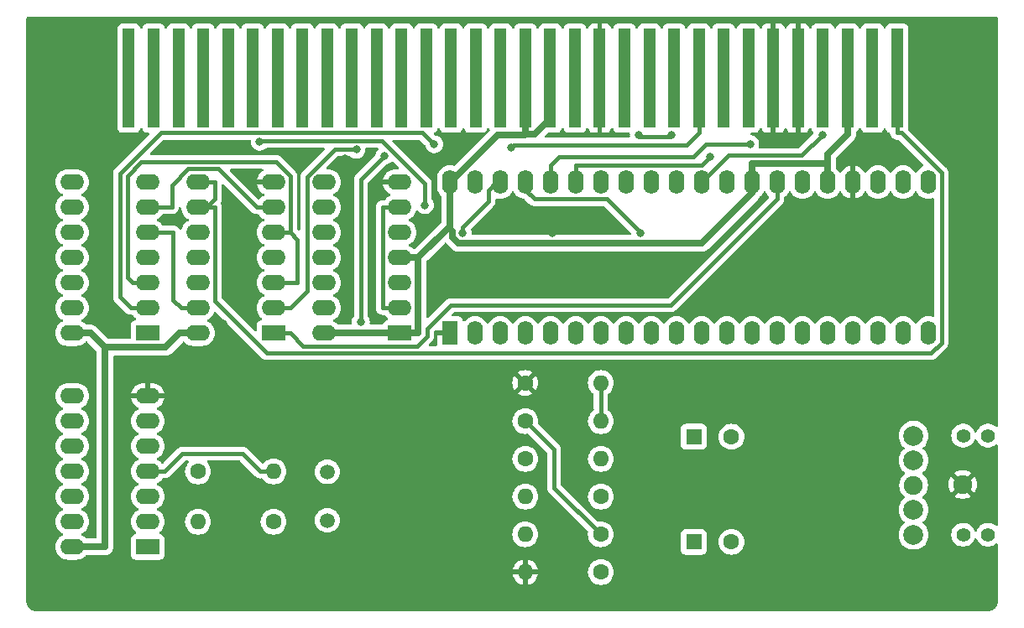
<source format=gbr>
%TF.GenerationSoftware,KiCad,Pcbnew,7.0.1*%
%TF.CreationDate,2023-07-19T12:38:44+03:00*%
%TF.ProjectId,deltaAY,64656c74-6141-4592-9e6b-696361645f70,rev?*%
%TF.SameCoordinates,Original*%
%TF.FileFunction,Copper,L2,Bot*%
%TF.FilePolarity,Positive*%
%FSLAX46Y46*%
G04 Gerber Fmt 4.6, Leading zero omitted, Abs format (unit mm)*
G04 Created by KiCad (PCBNEW 7.0.1) date 2023-07-19 12:38:44*
%MOMM*%
%LPD*%
G01*
G04 APERTURE LIST*
%TA.AperFunction,ComponentPad*%
%ADD10R,2.400000X1.600000*%
%TD*%
%TA.AperFunction,ComponentPad*%
%ADD11O,2.400000X1.600000*%
%TD*%
%TA.AperFunction,ComponentPad*%
%ADD12R,1.600000X1.600000*%
%TD*%
%TA.AperFunction,ComponentPad*%
%ADD13C,1.600000*%
%TD*%
%TA.AperFunction,ComponentPad*%
%ADD14O,1.600000X1.600000*%
%TD*%
%TA.AperFunction,ComponentPad*%
%ADD15C,1.400000*%
%TD*%
%TA.AperFunction,ComponentPad*%
%ADD16C,1.900000*%
%TD*%
%TA.AperFunction,ComponentPad*%
%ADD17C,2.000000*%
%TD*%
%TA.AperFunction,SMDPad,CuDef*%
%ADD18R,1.270000X10.000000*%
%TD*%
%TA.AperFunction,ComponentPad*%
%ADD19C,1.500000*%
%TD*%
%TA.AperFunction,ComponentPad*%
%ADD20R,1.600000X2.400000*%
%TD*%
%TA.AperFunction,ComponentPad*%
%ADD21O,1.600000X2.400000*%
%TD*%
%TA.AperFunction,ViaPad*%
%ADD22C,0.800000*%
%TD*%
%TA.AperFunction,ViaPad*%
%ADD23C,1.500000*%
%TD*%
%TA.AperFunction,ViaPad*%
%ADD24C,3.500000*%
%TD*%
%TA.AperFunction,Conductor*%
%ADD25C,0.400000*%
%TD*%
%TA.AperFunction,Conductor*%
%ADD26C,0.700000*%
%TD*%
G04 APERTURE END LIST*
D10*
%TO.P,U2,1*%
%TO.N,AY27*%
X74930000Y-61925200D03*
D11*
%TO.P,U2,2*%
%TO.N,WR*%
X74930000Y-59385200D03*
%TO.P,U2,3*%
%TO.N,Net-(U1-Pad3)*%
X74930000Y-56845200D03*
%TO.P,U2,4*%
%TO.N,AY29*%
X74930000Y-54305200D03*
%TO.P,U2,5*%
%TO.N,Net-(U1-Pad3)*%
X74930000Y-51765200D03*
%TO.P,U2,6*%
%TO.N,Net-(U1-Pad6)*%
X74930000Y-49225200D03*
%TO.P,U2,7,GND*%
%TO.N,GND*%
X74930000Y-46685200D03*
%TO.P,U2,8*%
%TO.N,A14*%
X67310000Y-46685200D03*
%TO.P,U2,9*%
X67310000Y-49225200D03*
%TO.P,U2,10*%
%TO.N,Net-(U1-Pad4)*%
X67310000Y-51765200D03*
%TO.P,U2,11*%
%TO.N,M1*%
X67310000Y-54305200D03*
%TO.P,U2,12*%
X67310000Y-56845200D03*
%TO.P,U2,13*%
%TO.N,Net-(U1-Pad5)*%
X67310000Y-59385200D03*
%TO.P,U2,14,VCC*%
%TO.N,+5V*%
X67310000Y-61925200D03*
%TD*%
D12*
%TO.P,C2,1*%
%TO.N,Net-(C2-Pad1)*%
X117322600Y-83007200D03*
D13*
%TO.P,C2,2*%
%TO.N,Net-(C2-Pad2)*%
X121122600Y-83007200D03*
%TD*%
D10*
%TO.P,U1,1*%
%TO.N,IORQ*%
X62230000Y-61925200D03*
D11*
%TO.P,U1,2*%
%TO.N,A1*%
X62230000Y-59385200D03*
%TO.P,U1,3*%
%TO.N,Net-(U1-Pad3)*%
X62230000Y-56845200D03*
%TO.P,U1,4*%
%TO.N,Net-(U1-Pad4)*%
X62230000Y-54305200D03*
%TO.P,U1,5*%
%TO.N,Net-(U1-Pad5)*%
X62230000Y-51765200D03*
%TO.P,U1,6*%
%TO.N,Net-(U1-Pad6)*%
X62230000Y-49225200D03*
%TO.P,U1,7,GND*%
%TO.N,GND*%
X62230000Y-46685200D03*
%TO.P,U1,8*%
%TO.N,unconnected-(U1-Pad8)*%
X54610000Y-46685200D03*
%TO.P,U1,9*%
%TO.N,unconnected-(U1-Pad9)*%
X54610000Y-49225200D03*
%TO.P,U1,10*%
%TO.N,unconnected-(U1-Pad10)*%
X54610000Y-51765200D03*
%TO.P,U1,11*%
%TO.N,unconnected-(U1-Pad11)*%
X54610000Y-54305200D03*
%TO.P,U1,12*%
%TO.N,unconnected-(U1-Pad12)*%
X54610000Y-56845200D03*
%TO.P,U1,13*%
%TO.N,unconnected-(U1-Pad13)*%
X54610000Y-59385200D03*
%TO.P,U1,14,VCC*%
%TO.N,+5V*%
X54610000Y-61925200D03*
%TD*%
D12*
%TO.P,C1,1*%
%TO.N,Net-(C1-Pad1)*%
X117322600Y-72390000D03*
D13*
%TO.P,C1,2*%
%TO.N,Net-(C1-Pad2)*%
X121122600Y-72390000D03*
%TD*%
%TO.P,R7,1*%
%TO.N,AY_B*%
X107940000Y-82245200D03*
D14*
%TO.P,R7,2*%
%TO.N,Net-(C2-Pad1)*%
X100320000Y-82245200D03*
%TD*%
D13*
%TO.P,R2,1*%
%TO.N,Net-(R2-Pad1)*%
X74930000Y-80975200D03*
D14*
%TO.P,R2,2*%
%TO.N,Net-(R1-Pad1)*%
X67310000Y-80975200D03*
%TD*%
D13*
%TO.P,R8,1*%
%TO.N,Net-(C2-Pad1)*%
X107950000Y-86055200D03*
D14*
%TO.P,R8,2*%
%TO.N,GND*%
X100330000Y-86055200D03*
%TD*%
D13*
%TO.P,R3,1*%
%TO.N,GND*%
X100320000Y-66965200D03*
D14*
%TO.P,R3,2*%
%TO.N,Net-(C1-Pad1)*%
X107940000Y-66965200D03*
%TD*%
D13*
%TO.P,R1,1*%
%TO.N,Net-(R1-Pad1)*%
X67310000Y-75895200D03*
D14*
%TO.P,R1,2*%
%TO.N,Net-(U3A-C)*%
X74930000Y-75895200D03*
%TD*%
D13*
%TO.P,R6,1*%
%TO.N,AY_C*%
X107950000Y-78435200D03*
D14*
%TO.P,R6,2*%
%TO.N,Net-(C2-Pad1)*%
X100330000Y-78435200D03*
%TD*%
D15*
%TO.P,J2,*%
%TO.N,*%
X146996800Y-82292200D03*
X146996800Y-72292200D03*
X144496800Y-82292200D03*
X144496800Y-72292200D03*
D16*
X139496800Y-77292200D03*
%TO.P,J2,1*%
%TO.N,GND*%
X144456800Y-77212200D03*
D17*
%TO.P,J2,2*%
%TO.N,Net-(C2-Pad2)*%
X139496800Y-82292200D03*
%TO.P,J2,3*%
%TO.N,unconnected-(J2-Pad3)*%
X139496800Y-79792200D03*
%TO.P,J2,4*%
%TO.N,unconnected-(J2-Pad4)*%
X139496800Y-74792200D03*
%TO.P,J2,5*%
%TO.N,Net-(C1-Pad2)*%
X139496800Y-72292200D03*
%TD*%
D18*
%TO.P,J1,33,A14*%
%TO.N,A14*%
X137832480Y-36194000D03*
%TO.P,J1,34,A12*%
%TO.N,unconnected-(J1-A12-Pad34)*%
X135332510Y-36194000D03*
%TO.P,J1,35,"+5"*%
%TO.N,+5V*%
X132832490Y-36194000D03*
%TO.P,J1,36*%
%TO.N,unconnected-(J1-Pad36)*%
X130332520Y-36194000D03*
%TO.P,J1,37,\u041E\u0431\u0449\u0438\u0439*%
%TO.N,GND*%
X127832500Y-36194000D03*
%TO.P,J1,38,\u041E\u0431\u0449\u0438\u0439*%
X125332480Y-36194000D03*
%TO.P,J1,39*%
%TO.N,unconnected-(J1-Pad39)*%
X122832510Y-36194000D03*
%TO.P,J1,40,A0*%
%TO.N,unconnected-(J1-A0-Pad40)*%
X120332490Y-36194000D03*
%TO.P,J1,41,A1*%
%TO.N,A1*%
X117832520Y-36194000D03*
%TO.P,J1,42,A2*%
%TO.N,unconnected-(J1-A2-Pad42)*%
X115332500Y-36194000D03*
%TO.P,J1,43,A3*%
%TO.N,unconnected-(J1-A3-Pad43)*%
X112832480Y-36194000D03*
%TO.P,J1,44*%
%TO.N,unconnected-(J1-Pad44)*%
X110332510Y-36194000D03*
%TO.P,J1,45,\u041E\u0431\u0449\u0438\u0439*%
%TO.N,GND*%
X107832490Y-36194000D03*
%TO.P,J1,46*%
%TO.N,unconnected-(J1-Pad46)*%
X105332520Y-36194000D03*
%TO.P,J1,47,"+5"*%
%TO.N,+5V*%
X102832500Y-36194000D03*
%TO.P,J1,48,"+5"*%
X100332470Y-36194000D03*
%TO.P,J1,49,\u0421\u0422\u0420*%
%TO.N,unconnected-(J1-\u0421\u0422\u0420-Pad49)*%
X97832510Y-36194000D03*
%TO.P,J1,50,\u0417\u0410\u041F\u0420\u0428*%
%TO.N,unconnected-(J1-\u0417\u0410\u041F\u0420\u0428-Pad50)*%
X95332480Y-36194000D03*
%TO.P,J1,51,BD1*%
%TO.N,unconnected-(J1-BD1-Pad51)*%
X92832520Y-36194000D03*
%TO.P,J1,52,A7*%
%TO.N,unconnected-(J1-A7-Pad52)*%
X90332490Y-36194000D03*
%TO.P,J1,53,A6*%
%TO.N,unconnected-(J1-A6-Pad53)*%
X87832470Y-36194000D03*
%TO.P,J1,54,A5*%
%TO.N,unconnected-(J1-A5-Pad54)*%
X85332500Y-36194000D03*
%TO.P,J1,55,A4*%
%TO.N,unconnected-(J1-A4-Pad55)*%
X82832480Y-36194000D03*
%TO.P,J1,56,\u0411\u041B\u041A_\u041F\u0417\u0423*%
%TO.N,unconnected-(J1-\u0411\u041B\u041A_\u041F\u0417\u0423-Pad56)*%
X80332510Y-36194000D03*
%TO.P,J1,57,\u041F\u0417\u0428*%
%TO.N,unconnected-(J1-\u041F\u0417\u0428-Pad57)*%
X77832490Y-36194000D03*
%TO.P,J1,58,A9*%
%TO.N,unconnected-(J1-A9-Pad58)*%
X75332470Y-36194000D03*
%TO.P,J1,59,A11*%
%TO.N,unconnected-(J1-A11-Pad59)*%
X72832500Y-36194000D03*
%TO.P,J1,60,P5*%
%TO.N,unconnected-(J1-P5-Pad60)*%
X70332480Y-36194000D03*
%TO.P,J1,61,BD3*%
%TO.N,unconnected-(J1-BD3-Pad61)*%
X67832510Y-36194000D03*
%TO.P,J1,62,BD5*%
%TO.N,unconnected-(J1-BD5-Pad62)*%
X65332490Y-36194000D03*
%TO.P,J1,63,BD6*%
%TO.N,unconnected-(J1-BD6-Pad63)*%
X62832470Y-36194000D03*
%TO.P,J1,64,\u0413\u0422*%
%TO.N,unconnected-(J1-\u0413\u0422-Pad64)*%
X60332500Y-36194000D03*
%TD*%
D10*
%TO.P,U5,1*%
%TO.N,Net-(R2-Pad1)*%
X62245000Y-83515200D03*
D11*
%TO.P,U5,2*%
%TO.N,Net-(R1-Pad1)*%
X62245000Y-80975200D03*
%TO.P,U5,3*%
X62245000Y-78435200D03*
%TO.P,U5,4*%
%TO.N,Net-(U3A-C)*%
X62245000Y-75895200D03*
%TO.P,U5,5*%
%TO.N,unconnected-(U5-Pad5)*%
X62245000Y-73355200D03*
%TO.P,U5,6*%
%TO.N,unconnected-(U5-Pad6)*%
X62245000Y-70815200D03*
%TO.P,U5,7,GND*%
%TO.N,GND*%
X62245000Y-68275200D03*
%TO.P,U5,8*%
%TO.N,unconnected-(U5-Pad8)*%
X54625000Y-68275200D03*
%TO.P,U5,9*%
%TO.N,unconnected-(U5-Pad9)*%
X54625000Y-70815200D03*
%TO.P,U5,10*%
%TO.N,unconnected-(U5-Pad10)*%
X54625000Y-73355200D03*
%TO.P,U5,11*%
%TO.N,unconnected-(U5-Pad11)*%
X54625000Y-75895200D03*
%TO.P,U5,12*%
%TO.N,unconnected-(U5-Pad12)*%
X54625000Y-78435200D03*
%TO.P,U5,13*%
%TO.N,unconnected-(U5-Pad13)*%
X54625000Y-80975200D03*
%TO.P,U5,14,VCC*%
%TO.N,+5V*%
X54625000Y-83515200D03*
%TD*%
D10*
%TO.P,U3,1,~{R}*%
%TO.N,+5V*%
X87645000Y-61930200D03*
D11*
%TO.P,U3,2,D*%
%TO.N,Net-(U3A-D)*%
X87645000Y-59390200D03*
%TO.P,U3,3,C*%
%TO.N,Net-(U3A-C)*%
X87645000Y-56850200D03*
%TO.P,U3,4,~{S}*%
%TO.N,+5V*%
X87645000Y-54310200D03*
%TO.P,U3,5,Q*%
%TO.N,AY22*%
X87645000Y-51770200D03*
%TO.P,U3,6,~{Q}*%
%TO.N,Net-(U3A-D)*%
X87645000Y-49230200D03*
%TO.P,U3,7,GND*%
%TO.N,GND*%
X87645000Y-46690200D03*
%TO.P,U3,8,~{Q}*%
%TO.N,unconnected-(U3B-~{Q}-Pad8)*%
X80025000Y-46690200D03*
%TO.P,U3,9,Q*%
%TO.N,unconnected-(U3B-Q-Pad9)*%
X80025000Y-49230200D03*
%TO.P,U3,10,~{S}*%
%TO.N,unconnected-(U3B-~{S}-Pad10)*%
X80025000Y-51770200D03*
%TO.P,U3,11,C*%
%TO.N,unconnected-(U3B-C-Pad11)*%
X80025000Y-54310200D03*
%TO.P,U3,12,D*%
%TO.N,unconnected-(U3B-D-Pad12)*%
X80025000Y-56850200D03*
%TO.P,U3,13,~{R}*%
%TO.N,unconnected-(U3B-~{R}-Pad13)*%
X80025000Y-59390200D03*
%TO.P,U3,14,VCC*%
%TO.N,+5V*%
X80025000Y-61930200D03*
%TD*%
D13*
%TO.P,R5,1*%
%TO.N,AY_A*%
X100330000Y-74625200D03*
D14*
%TO.P,R5,2*%
%TO.N,Net-(C1-Pad1)*%
X107950000Y-74625200D03*
%TD*%
D19*
%TO.P,Y1,1,1*%
%TO.N,Net-(R2-Pad1)*%
X80361000Y-80834400D03*
%TO.P,Y1,2,2*%
%TO.N,Net-(U3A-C)*%
X80361000Y-75934400D03*
%TD*%
D13*
%TO.P,R4,1*%
%TO.N,AY_B*%
X100330000Y-70815200D03*
D14*
%TO.P,R4,2*%
%TO.N,Net-(C1-Pad1)*%
X107950000Y-70815200D03*
%TD*%
D20*
%TO.P,U4,1,GND*%
%TO.N,GND*%
X92710000Y-61925200D03*
D21*
%TO.P,U4,2,NC*%
%TO.N,unconnected-(U4-NC-Pad2)*%
X95250000Y-61925200D03*
%TO.P,U4,3,analog_B*%
%TO.N,AY_B*%
X97790000Y-61925200D03*
%TO.P,U4,4,analog_A*%
%TO.N,AY_A*%
X100330000Y-61925200D03*
%TO.P,U4,5,NC*%
%TO.N,unconnected-(U4-NC-Pad5)*%
X102870000Y-61925200D03*
%TO.P,U4,6,IOB7*%
%TO.N,unconnected-(U4-IOB7-Pad6)*%
X105410000Y-61925200D03*
%TO.P,U4,7,IOB6*%
%TO.N,unconnected-(U4-IOB6-Pad7)*%
X107950000Y-61925200D03*
%TO.P,U4,8,IOB5*%
%TO.N,unconnected-(U4-IOB5-Pad8)*%
X110490000Y-61925200D03*
%TO.P,U4,9,IOB4*%
%TO.N,unconnected-(U4-IOB4-Pad9)*%
X113030000Y-61925200D03*
%TO.P,U4,10,IOB3*%
%TO.N,unconnected-(U4-IOB3-Pad10)*%
X115570000Y-61925200D03*
%TO.P,U4,11,IOB2*%
%TO.N,unconnected-(U4-IOB2-Pad11)*%
X118110000Y-61925200D03*
%TO.P,U4,12,IOB1*%
%TO.N,unconnected-(U4-IOB1-Pad12)*%
X120650000Y-61925200D03*
%TO.P,U4,13,IOB0*%
%TO.N,unconnected-(U4-IOB0-Pad13)*%
X123190000Y-61925200D03*
%TO.P,U4,14,IOA7*%
%TO.N,unconnected-(U4-IOA7-Pad14)*%
X125730000Y-61925200D03*
%TO.P,U4,15,IOA6*%
%TO.N,unconnected-(U4-IOA6-Pad15)*%
X128270000Y-61925200D03*
%TO.P,U4,16,IOA5*%
%TO.N,unconnected-(U4-IOA5-Pad16)*%
X130810000Y-61925200D03*
%TO.P,U4,17,IOA4*%
%TO.N,unconnected-(U4-IOA4-Pad17)*%
X133350000Y-61925200D03*
%TO.P,U4,18,IOA3*%
%TO.N,unconnected-(U4-IOA3-Pad18)*%
X135890000Y-61925200D03*
%TO.P,U4,19,IOA2*%
%TO.N,unconnected-(U4-IOA2-Pad19)*%
X138430000Y-61925200D03*
%TO.P,U4,20,IOA1*%
%TO.N,unconnected-(U4-IOA1-Pad20)*%
X140970000Y-61925200D03*
%TO.P,U4,21,IOA0*%
%TO.N,unconnected-(U4-IOA0-Pad21)*%
X140970000Y-46685200D03*
%TO.P,U4,22,CLOCK*%
%TO.N,AY22*%
X138430000Y-46685200D03*
%TO.P,U4,23,RESET*%
%TO.N,RESET*%
X135890000Y-46685200D03*
%TO.P,U4,24,A9*%
%TO.N,GND*%
X133350000Y-46685200D03*
%TO.P,U4,25,A8*%
%TO.N,+5V*%
X130810000Y-46685200D03*
%TO.P,U4,26,TEST2*%
%TO.N,unconnected-(U4-TEST2-Pad26)*%
X128270000Y-46685200D03*
%TO.P,U4,27,BDIR*%
%TO.N,AY27*%
X125730000Y-46685200D03*
%TO.P,U4,28,BC2*%
%TO.N,+5V*%
X123190000Y-46685200D03*
%TO.P,U4,29,BC1*%
%TO.N,AY29*%
X120650000Y-46685200D03*
%TO.P,U4,30,DA7*%
%TO.N,DA7*%
X118110000Y-46685200D03*
%TO.P,U4,31,DA6*%
%TO.N,DA6*%
X115570000Y-46685200D03*
%TO.P,U4,32,DA5*%
%TO.N,DA5*%
X113030000Y-46685200D03*
%TO.P,U4,33,DA4*%
%TO.N,DA4*%
X110490000Y-46685200D03*
%TO.P,U4,34,DA3*%
%TO.N,DA3*%
X107950000Y-46685200D03*
%TO.P,U4,35,DA2*%
%TO.N,DA2*%
X105410000Y-46685200D03*
%TO.P,U4,36,DA1*%
%TO.N,DA1*%
X102870000Y-46685200D03*
%TO.P,U4,37,DA0*%
%TO.N,DA0*%
X100330000Y-46685200D03*
%TO.P,U4,38,analog_C*%
%TO.N,AY_C*%
X97790000Y-46685200D03*
%TO.P,U4,39,TEST1*%
%TO.N,unconnected-(U4-TEST1-Pad39)*%
X95250000Y-46685200D03*
%TO.P,U4,40,VCC*%
%TO.N,+5V*%
X92710000Y-46685200D03*
%TD*%
D22*
%TO.N,GND*%
X77952600Y-43967400D03*
X69850000Y-60985400D03*
D23*
X92421200Y-70944600D03*
D22*
X82118200Y-44261700D03*
X105206800Y-56134000D03*
X85242400Y-47675800D03*
X103073200Y-51826500D03*
D23*
X92421200Y-85956000D03*
D22*
X82473800Y-47218600D03*
X89128600Y-43180000D03*
X64643000Y-50419000D03*
D24*
X128000000Y-69000000D03*
D22*
X84861400Y-43586400D03*
X128651000Y-56057800D03*
D24*
X70000000Y-69000000D03*
D22*
X72466200Y-57810400D03*
%TO.N,DA7*%
X130289400Y-41909200D03*
%TO.N,DA0*%
X111948900Y-51826500D03*
%TO.N,DA1*%
X123014500Y-42835200D03*
%TO.N,DA2*%
X118978300Y-44131800D03*
%TO.N,DA3*%
X115054700Y-41932900D03*
X111781500Y-41931500D03*
%TO.N,IORQ*%
X86116700Y-44047200D03*
X83739500Y-60790100D03*
%TO.N,WR*%
X83288000Y-43399200D03*
%TO.N,RESET*%
X73531200Y-42616200D03*
X90195400Y-48996600D03*
%TO.N,A1*%
X98887500Y-43154600D03*
X91144000Y-42871500D03*
%TO.N,AY_C*%
X94029800Y-51826500D03*
%TD*%
D25*
%TO.N,DA7*%
X120820700Y-43974500D02*
X128224100Y-43974500D01*
X118110000Y-46685200D02*
X120820700Y-43974500D01*
X128224100Y-43974500D02*
X130289400Y-41909200D01*
%TO.N,DA0*%
X101231900Y-48387100D02*
X108577900Y-48387100D01*
X100330000Y-47485200D02*
X101231900Y-48387100D01*
X111948900Y-51758100D02*
X111948900Y-51826500D01*
X108577900Y-48387100D02*
X111948900Y-51758100D01*
X100330000Y-46685200D02*
X100330000Y-47485200D01*
%TO.N,DA1*%
X102870000Y-46685200D02*
X102870000Y-44983300D01*
X117279500Y-44126200D02*
X118570500Y-42835200D01*
X102870000Y-44983300D02*
X103727100Y-44126200D01*
X103727100Y-44126200D02*
X117279500Y-44126200D01*
X118570500Y-42835200D02*
X123014500Y-42835200D01*
%TO.N,DA2*%
X105410000Y-46685200D02*
X105410000Y-44983300D01*
X105410000Y-44983300D02*
X118126800Y-44983300D01*
X118126800Y-44983300D02*
X118978300Y-44131800D01*
%TO.N,DA3*%
X114899800Y-42087800D02*
X115054700Y-41932900D01*
X111781500Y-41931500D02*
X111937800Y-42087800D01*
X111937800Y-42087800D02*
X114899800Y-42087800D01*
%TO.N,IORQ*%
X86116700Y-44047200D02*
X83739500Y-46424400D01*
X83739500Y-46424400D02*
X83739500Y-60790100D01*
%TO.N,WR*%
X78321900Y-57695200D02*
X78321900Y-46142900D01*
X74930000Y-59385200D02*
X76631900Y-59385200D01*
X76631900Y-59385200D02*
X78321900Y-57695200D01*
X81102600Y-43362200D02*
X83251000Y-43362200D01*
X78321900Y-46142900D02*
X81102600Y-43362200D01*
X83251000Y-43362200D02*
X83288000Y-43399200D01*
%TO.N,RESET*%
X90195400Y-46848200D02*
X85844400Y-42497200D01*
X90195400Y-48996600D02*
X90195400Y-46848200D01*
X73650200Y-42497200D02*
X73531200Y-42616200D01*
X85844400Y-42497200D02*
X73650200Y-42497200D01*
%TO.N,A14*%
X142293700Y-45730800D02*
X142293700Y-62914300D01*
X137832500Y-36194000D02*
X137832500Y-41695900D01*
X67310000Y-49225200D02*
X68161000Y-49225200D01*
X141255600Y-63952400D02*
X74238600Y-63952400D01*
X137832500Y-41695900D02*
X138258800Y-41695900D01*
X74238600Y-63952400D02*
X69011900Y-58725700D01*
X138258800Y-41695900D02*
X142293700Y-45730800D01*
X68161000Y-49225200D02*
X69011900Y-49225200D01*
X142293700Y-62914300D02*
X141255600Y-63952400D01*
X67310000Y-46685200D02*
X69011900Y-46685200D01*
X68161000Y-49225200D02*
X69011900Y-48374300D01*
X69011900Y-48374300D02*
X69011900Y-46685200D01*
X69011900Y-58725700D02*
X69011900Y-49225200D01*
D26*
%TO.N,+5V*%
X57913800Y-63377100D02*
X56461900Y-61925200D01*
X89246000Y-54310200D02*
X89495400Y-54310200D01*
X123190000Y-46685200D02*
X123190000Y-44833300D01*
X100293800Y-41884600D02*
X97578100Y-41884600D01*
X87645000Y-61930200D02*
X89496900Y-61930200D01*
X92710000Y-46685200D02*
X92710000Y-46884200D01*
X100332500Y-36194000D02*
X100332500Y-41845900D01*
X67310000Y-61925200D02*
X65458100Y-61925200D01*
X123190000Y-47785200D02*
X123190000Y-46685200D01*
X118099200Y-52876000D02*
X123190000Y-47785200D01*
X92980300Y-51652100D02*
X92980300Y-52261218D01*
X87645000Y-54310200D02*
X89246000Y-54310200D01*
X97578100Y-41884600D02*
X92710000Y-46752700D01*
X65458100Y-61925200D02*
X64006200Y-63377100D01*
X92710000Y-46752700D02*
X92710000Y-46884200D01*
X130810000Y-45759200D02*
X130810000Y-45642700D01*
X54625000Y-83515200D02*
X57912000Y-83515200D01*
X87645000Y-61930200D02*
X85793100Y-61930200D01*
X102832500Y-36194000D02*
X102832500Y-37606900D01*
X92980300Y-52261218D02*
X93595082Y-52876000D01*
X123190000Y-44833300D02*
X130810000Y-44833300D01*
X89496900Y-54310200D02*
X92425300Y-51381800D01*
X100332500Y-41845900D02*
X100293800Y-41884600D01*
X92425300Y-51381800D02*
X92710000Y-51381800D01*
X85793100Y-61930200D02*
X81876900Y-61930200D01*
X130810000Y-43868400D02*
X130810000Y-44833300D01*
X92710000Y-51381800D02*
X92980300Y-51652100D01*
X57912000Y-83515200D02*
X57912000Y-63378900D01*
X102832500Y-40311100D02*
X101297700Y-41845900D01*
X132832500Y-36194000D02*
X132832500Y-41845900D01*
X93595082Y-52876000D02*
X118099200Y-52876000D01*
X89495400Y-54310200D02*
X89496900Y-54310200D01*
X92710000Y-48537100D02*
X92710000Y-51381800D01*
X101297700Y-41845900D02*
X100332500Y-41845900D01*
X64006200Y-63377100D02*
X57913800Y-63377100D01*
X92710000Y-46884200D02*
X92710000Y-48537100D01*
X130810000Y-45642700D02*
X130810000Y-44833300D01*
X89495400Y-54310200D02*
X89496900Y-54311700D01*
X89496900Y-54311700D02*
X89496900Y-61930200D01*
X54610000Y-61925200D02*
X56461900Y-61925200D01*
X57912000Y-63378900D02*
X57913800Y-63377100D01*
X80025000Y-61930200D02*
X81876900Y-61930200D01*
X130810000Y-46685200D02*
X130810000Y-45759200D01*
X102832500Y-37606900D02*
X102832500Y-40311100D01*
X132832500Y-41845900D02*
X130810000Y-43868400D01*
D25*
%TO.N,A1*%
X63561500Y-41696100D02*
X59436000Y-45821600D01*
X59436000Y-45821600D02*
X59436000Y-58293100D01*
X89968600Y-41696100D02*
X63561500Y-41696100D01*
X60528100Y-59385200D02*
X62230000Y-59385200D01*
X59436000Y-58293100D02*
X60528100Y-59385200D01*
X99136200Y-42905900D02*
X116622500Y-42905900D01*
X98887500Y-43154600D02*
X99136200Y-42905900D01*
X117832500Y-41695900D02*
X117832500Y-36194000D01*
X91144000Y-42871500D02*
X89968600Y-41696100D01*
X116622500Y-42905900D02*
X117832500Y-41695900D01*
%TO.N,Net-(U3A-C)*%
X71824700Y-74091800D02*
X65750300Y-74091800D01*
X73628100Y-75895200D02*
X71824700Y-74091800D01*
X63946900Y-75895200D02*
X62245000Y-75895200D01*
X74930000Y-75895200D02*
X73628100Y-75895200D01*
X65750300Y-74091800D02*
X63946900Y-75895200D01*
%TO.N,Net-(C1-Pad1)*%
X107950000Y-69513300D02*
X107940000Y-69503300D01*
X107940000Y-69503300D02*
X107940000Y-66965200D01*
X107950000Y-70815200D02*
X107950000Y-69513300D01*
%TO.N,AY_C*%
X94029800Y-51214000D02*
X94029800Y-51826500D01*
X96590000Y-48653800D02*
X94029800Y-51214000D01*
X96590000Y-47485200D02*
X96590000Y-48653800D01*
X97390000Y-46685200D02*
X96590000Y-47485200D01*
X97790000Y-46685200D02*
X97390000Y-46685200D01*
%TO.N,AY_B*%
X103225100Y-73710300D02*
X103225100Y-77530300D01*
X100330000Y-70815200D02*
X103225100Y-73710300D01*
X103225100Y-77530300D02*
X107940000Y-82245200D01*
%TO.N,AY27*%
X125730000Y-48387100D02*
X114986200Y-59130900D01*
X89418900Y-63236200D02*
X77942900Y-63236200D01*
X90406000Y-61505200D02*
X90406000Y-62249100D01*
X92780300Y-59130900D02*
X90406000Y-61505200D01*
X77942900Y-63236200D02*
X76631900Y-61925200D01*
X125730000Y-46685200D02*
X125730000Y-48387100D01*
X90406000Y-62249100D02*
X89418900Y-63236200D01*
X114986200Y-59130900D02*
X92780300Y-59130900D01*
X74930000Y-61925200D02*
X76631900Y-61925200D01*
%TO.N,Net-(U3A-D)*%
X87645000Y-59390200D02*
X85943100Y-59390200D01*
X87645000Y-49230200D02*
X85943100Y-49230200D01*
X85943100Y-49230200D02*
X85943100Y-59390200D01*
%TO.N,Net-(U1-Pad3)*%
X60172600Y-56311800D02*
X60172600Y-46075600D01*
X60172600Y-46075600D02*
X61604000Y-44644200D01*
X76631900Y-46113500D02*
X76631900Y-51765200D01*
X77343000Y-52476300D02*
X77343000Y-56845200D01*
X60706000Y-56845200D02*
X60172600Y-56311800D01*
X76631900Y-51765200D02*
X77343000Y-52476300D01*
X77343000Y-56845200D02*
X74930000Y-56845200D01*
X75162600Y-44644200D02*
X76631900Y-46113500D01*
X61604000Y-44644200D02*
X75162600Y-44644200D01*
X62230000Y-56845200D02*
X60706000Y-56845200D01*
X74930000Y-51765200D02*
X76631900Y-51765200D01*
%TO.N,Net-(U1-Pad5)*%
X64820800Y-58597900D02*
X65608100Y-59385200D01*
X65608100Y-59385200D02*
X67310000Y-59385200D01*
X62230000Y-51765200D02*
X64820800Y-51765200D01*
X64820800Y-51765200D02*
X64820800Y-58597900D01*
%TO.N,Net-(U1-Pad6)*%
X64668400Y-49225200D02*
X64668400Y-46999500D01*
X69352400Y-45349500D02*
X73228100Y-49225200D01*
X66318400Y-45349500D02*
X69352400Y-45349500D01*
X73228100Y-49225200D02*
X74930000Y-49225200D01*
X64668400Y-46999500D02*
X66318400Y-45349500D01*
X62230000Y-49225200D02*
X64668400Y-49225200D01*
%TD*%
%TA.AperFunction,Conductor*%
%TO.N,GND*%
G36*
X91406009Y-61671209D02*
G01*
X91410000Y-61675200D01*
X92836000Y-61675200D01*
X92898000Y-61691813D01*
X92943387Y-61737200D01*
X92960000Y-61799200D01*
X92960000Y-62051200D01*
X92943387Y-62113200D01*
X92898000Y-62158587D01*
X92836000Y-62175200D01*
X91410000Y-62175200D01*
X91410000Y-63127900D01*
X91393387Y-63189900D01*
X91348000Y-63235287D01*
X91286000Y-63251900D01*
X90693219Y-63251900D01*
X90636924Y-63238385D01*
X90592901Y-63200786D01*
X90570746Y-63147298D01*
X90575288Y-63089582D01*
X90605536Y-63040220D01*
X90883747Y-62762008D01*
X90889149Y-62756923D01*
X90934183Y-62717029D01*
X90968351Y-62667526D01*
X90972763Y-62661528D01*
X91009878Y-62614157D01*
X91014034Y-62604920D01*
X91025062Y-62585367D01*
X91030818Y-62577030D01*
X91052153Y-62520771D01*
X91054997Y-62513903D01*
X91079694Y-62459032D01*
X91081519Y-62449070D01*
X91087545Y-62427448D01*
X91091140Y-62417972D01*
X91098389Y-62358265D01*
X91099516Y-62350862D01*
X91110357Y-62291706D01*
X91106726Y-62231677D01*
X91106500Y-62224190D01*
X91106500Y-61846719D01*
X91115939Y-61799267D01*
X91142815Y-61759041D01*
X91230650Y-61671206D01*
X91286234Y-61639115D01*
X91350421Y-61639115D01*
X91406009Y-61671209D01*
G37*
%TD.AperFunction*%
%TA.AperFunction,Conductor*%
G36*
X69874718Y-46881588D02*
G01*
X69924081Y-46911838D01*
X72715151Y-49702907D01*
X72720271Y-49708345D01*
X72760171Y-49753383D01*
X72795302Y-49777632D01*
X72809674Y-49787552D01*
X72815703Y-49791988D01*
X72863044Y-49829078D01*
X72872283Y-49833236D01*
X72891819Y-49844253D01*
X72900170Y-49850018D01*
X72956426Y-49871352D01*
X72963320Y-49874209D01*
X73018169Y-49898895D01*
X73028144Y-49900722D01*
X73049756Y-49906747D01*
X73059228Y-49910340D01*
X73118941Y-49917590D01*
X73126285Y-49918707D01*
X73185494Y-49929558D01*
X73242202Y-49926127D01*
X73245534Y-49925926D01*
X73253021Y-49925700D01*
X73368327Y-49925700D01*
X73425584Y-49939711D01*
X73469902Y-49978577D01*
X73529953Y-50064340D01*
X73690859Y-50225246D01*
X73877263Y-50355766D01*
X73877266Y-50355768D01*
X73928601Y-50379706D01*
X73935275Y-50382818D01*
X73987450Y-50428575D01*
X74006869Y-50495200D01*
X73987450Y-50561825D01*
X73935275Y-50607581D01*
X73914576Y-50617233D01*
X73877263Y-50634633D01*
X73690859Y-50765153D01*
X73529953Y-50926059D01*
X73399432Y-51112464D01*
X73303261Y-51318702D01*
X73244364Y-51538510D01*
X73224531Y-51765199D01*
X73244364Y-51991889D01*
X73303261Y-52211697D01*
X73399432Y-52417935D01*
X73529953Y-52604340D01*
X73690859Y-52765246D01*
X73877263Y-52895766D01*
X73877266Y-52895768D01*
X73928601Y-52919706D01*
X73935275Y-52922818D01*
X73987450Y-52968575D01*
X74006869Y-53035200D01*
X73987450Y-53101825D01*
X73935275Y-53147581D01*
X73914576Y-53157233D01*
X73877263Y-53174633D01*
X73690859Y-53305153D01*
X73529953Y-53466059D01*
X73399432Y-53652464D01*
X73303261Y-53858702D01*
X73244364Y-54078510D01*
X73224531Y-54305199D01*
X73244364Y-54531889D01*
X73303261Y-54751697D01*
X73399432Y-54957935D01*
X73529953Y-55144340D01*
X73690859Y-55305246D01*
X73768223Y-55359416D01*
X73877266Y-55435768D01*
X73935273Y-55462817D01*
X73987449Y-55508573D01*
X74006869Y-55575197D01*
X73987451Y-55641822D01*
X73935276Y-55687580D01*
X73877266Y-55714631D01*
X73690859Y-55845153D01*
X73529953Y-56006059D01*
X73399432Y-56192464D01*
X73303261Y-56398702D01*
X73244364Y-56618510D01*
X73224531Y-56845199D01*
X73244364Y-57071889D01*
X73303261Y-57291697D01*
X73399432Y-57497935D01*
X73529953Y-57684340D01*
X73690859Y-57845246D01*
X73842723Y-57951581D01*
X73877266Y-57975768D01*
X73935273Y-58002817D01*
X73987449Y-58048573D01*
X74006869Y-58115197D01*
X73987451Y-58181822D01*
X73935276Y-58227580D01*
X73877266Y-58254631D01*
X73690859Y-58385153D01*
X73529953Y-58546059D01*
X73399432Y-58732464D01*
X73303261Y-58938702D01*
X73244364Y-59158510D01*
X73224531Y-59385199D01*
X73244364Y-59611889D01*
X73303261Y-59831697D01*
X73399432Y-60037935D01*
X73529953Y-60224340D01*
X73690858Y-60385245D01*
X73715461Y-60402472D01*
X73754599Y-60447314D01*
X73768333Y-60505228D01*
X73753500Y-60562869D01*
X73713516Y-60606958D01*
X73657594Y-60627338D01*
X73622515Y-60631109D01*
X73487669Y-60681404D01*
X73372454Y-60767654D01*
X73286204Y-60882868D01*
X73235909Y-61017715D01*
X73235909Y-61017717D01*
X73229783Y-61074700D01*
X73229500Y-61077331D01*
X73229500Y-61653281D01*
X73215985Y-61709576D01*
X73178385Y-61753599D01*
X73124898Y-61775754D01*
X73067182Y-61771212D01*
X73017819Y-61740962D01*
X69748719Y-58471862D01*
X69721839Y-58431634D01*
X69712400Y-58384181D01*
X69712400Y-49140144D01*
X69703980Y-49105986D01*
X69701280Y-49091253D01*
X69697040Y-49056328D01*
X69689372Y-49036109D01*
X69684565Y-49023433D01*
X69680110Y-49009137D01*
X69673355Y-48981730D01*
X69671690Y-48974975D01*
X69655333Y-48943810D01*
X69649197Y-48930175D01*
X69636718Y-48897270D01*
X69620751Y-48874138D01*
X69599309Y-48814924D01*
X69609721Y-48752813D01*
X69615774Y-48739360D01*
X69615777Y-48739357D01*
X69619933Y-48730119D01*
X69630958Y-48710573D01*
X69636718Y-48702230D01*
X69658054Y-48645968D01*
X69660914Y-48639066D01*
X69663594Y-48633113D01*
X69685594Y-48584232D01*
X69687419Y-48574270D01*
X69693445Y-48552648D01*
X69697040Y-48543172D01*
X69704289Y-48483465D01*
X69705416Y-48476062D01*
X69707556Y-48464383D01*
X69716257Y-48416906D01*
X69712626Y-48356877D01*
X69712400Y-48349390D01*
X69712400Y-46999519D01*
X69725915Y-46943224D01*
X69763515Y-46899201D01*
X69817002Y-46877046D01*
X69874718Y-46881588D01*
G37*
%TD.AperFunction*%
%TA.AperFunction,Conductor*%
G36*
X86982719Y-44626176D02*
G01*
X87535062Y-45178519D01*
X87565312Y-45227882D01*
X87569854Y-45285598D01*
X87547699Y-45339085D01*
X87503676Y-45376685D01*
X87447381Y-45390200D01*
X87188235Y-45390200D01*
X87018397Y-45405058D01*
X86798673Y-45463933D01*
X86592519Y-45560065D01*
X86406180Y-45690541D01*
X86245341Y-45851380D01*
X86114865Y-46037719D01*
X86018733Y-46243873D01*
X85966128Y-46440199D01*
X85966128Y-46440200D01*
X87771000Y-46440200D01*
X87833000Y-46456813D01*
X87878387Y-46502200D01*
X87895000Y-46564200D01*
X87895000Y-46816200D01*
X87878387Y-46878200D01*
X87833000Y-46923587D01*
X87771000Y-46940200D01*
X85966128Y-46940200D01*
X86018733Y-47136526D01*
X86114865Y-47342680D01*
X86245341Y-47529019D01*
X86406180Y-47689858D01*
X86592519Y-47820334D01*
X86650865Y-47847542D01*
X86703040Y-47893299D01*
X86722460Y-47959923D01*
X86703041Y-48026548D01*
X86650866Y-48072305D01*
X86592267Y-48099630D01*
X86405859Y-48230153D01*
X86244953Y-48391059D01*
X86184902Y-48476823D01*
X86140584Y-48515689D01*
X86083327Y-48529700D01*
X85858044Y-48529700D01*
X85823879Y-48538120D01*
X85809157Y-48540817D01*
X85774230Y-48545058D01*
X85741327Y-48557536D01*
X85727040Y-48561988D01*
X85692873Y-48570410D01*
X85661713Y-48586763D01*
X85648066Y-48592905D01*
X85615168Y-48605382D01*
X85586208Y-48625371D01*
X85573401Y-48633113D01*
X85542248Y-48649464D01*
X85515907Y-48672799D01*
X85504128Y-48682027D01*
X85475169Y-48702017D01*
X85451837Y-48728353D01*
X85441253Y-48738937D01*
X85414917Y-48762269D01*
X85394927Y-48791228D01*
X85385699Y-48803007D01*
X85362364Y-48829348D01*
X85346013Y-48860501D01*
X85338271Y-48873308D01*
X85318282Y-48902268D01*
X85305805Y-48935166D01*
X85299663Y-48948813D01*
X85283310Y-48979973D01*
X85274888Y-49014140D01*
X85270436Y-49028427D01*
X85257958Y-49061330D01*
X85253717Y-49096257D01*
X85251020Y-49110979D01*
X85242600Y-49145144D01*
X85242600Y-59475259D01*
X85251019Y-59509420D01*
X85253717Y-59524142D01*
X85257958Y-59559067D01*
X85270437Y-59591972D01*
X85274885Y-59606248D01*
X85283310Y-59640425D01*
X85283310Y-59640426D01*
X85283311Y-59640427D01*
X85299659Y-59671577D01*
X85305802Y-59685226D01*
X85318281Y-59718129D01*
X85338272Y-59747091D01*
X85346018Y-59759905D01*
X85362365Y-59791051D01*
X85385690Y-59817380D01*
X85394923Y-59829165D01*
X85402982Y-59840839D01*
X85414917Y-59858129D01*
X85441256Y-59881463D01*
X85451839Y-59892047D01*
X85475168Y-59918381D01*
X85475171Y-59918383D01*
X85504138Y-59938378D01*
X85515902Y-59947594D01*
X85542248Y-59970934D01*
X85573397Y-59987282D01*
X85586213Y-59995030D01*
X85615168Y-60015017D01*
X85615169Y-60015017D01*
X85615170Y-60015018D01*
X85648075Y-60027497D01*
X85661710Y-60033633D01*
X85692875Y-60049990D01*
X85721280Y-60056991D01*
X85727037Y-60058410D01*
X85741333Y-60062865D01*
X85751583Y-60066752D01*
X85774228Y-60075340D01*
X85809155Y-60079580D01*
X85823879Y-60082278D01*
X85858044Y-60090700D01*
X85900728Y-60090700D01*
X86028156Y-60090700D01*
X86083327Y-60090700D01*
X86140584Y-60104711D01*
X86184902Y-60143577D01*
X86244953Y-60229340D01*
X86405858Y-60390245D01*
X86430461Y-60407472D01*
X86469599Y-60452314D01*
X86483333Y-60510228D01*
X86468500Y-60567869D01*
X86428516Y-60611958D01*
X86372594Y-60632338D01*
X86337515Y-60636109D01*
X86202669Y-60686404D01*
X86087454Y-60772654D01*
X86001204Y-60887869D01*
X85959743Y-60999033D01*
X85933304Y-61041270D01*
X85892374Y-61069688D01*
X85843561Y-61079700D01*
X84752238Y-61079700D01*
X84686528Y-61060858D01*
X84640788Y-61010058D01*
X84628917Y-60942739D01*
X84630240Y-60930153D01*
X84644960Y-60790100D01*
X84625174Y-60601844D01*
X84586595Y-60483110D01*
X84566679Y-60421815D01*
X84472033Y-60257883D01*
X84471850Y-60257680D01*
X84448236Y-60219145D01*
X84440000Y-60174708D01*
X84440000Y-46765919D01*
X84449439Y-46718466D01*
X84476319Y-46678238D01*
X84899029Y-46255528D01*
X86179675Y-44974881D01*
X86208185Y-44953591D01*
X86241563Y-44941277D01*
X86396503Y-44908344D01*
X86569430Y-44831351D01*
X86722571Y-44720088D01*
X86802891Y-44630882D01*
X86858783Y-44595275D01*
X86925036Y-44593540D01*
X86982719Y-44626176D01*
G37*
%TD.AperFunction*%
%TA.AperFunction,Conductor*%
G36*
X85446478Y-43210632D02*
G01*
X85490113Y-43246730D01*
X85513147Y-43298465D01*
X85510775Y-43355047D01*
X85483492Y-43404673D01*
X85384166Y-43514983D01*
X85289520Y-43678915D01*
X85231025Y-43858946D01*
X85225834Y-43908329D01*
X85214434Y-43948750D01*
X85190195Y-43983046D01*
X83261790Y-45911451D01*
X83256338Y-45916583D01*
X83211316Y-45956470D01*
X83177149Y-46005968D01*
X83172713Y-46011997D01*
X83135621Y-46059342D01*
X83131461Y-46068586D01*
X83120441Y-46088125D01*
X83114682Y-46096469D01*
X83093353Y-46152705D01*
X83090489Y-46159619D01*
X83065803Y-46214470D01*
X83063975Y-46224447D01*
X83057954Y-46246048D01*
X83054359Y-46255528D01*
X83047109Y-46315227D01*
X83045983Y-46322626D01*
X83035141Y-46381791D01*
X83038774Y-46441834D01*
X83039000Y-46449321D01*
X83039000Y-60174708D01*
X83030764Y-60219145D01*
X83007150Y-60257680D01*
X83006966Y-60257883D01*
X82912320Y-60421815D01*
X82853826Y-60601842D01*
X82843671Y-60698461D01*
X82834040Y-60790100D01*
X82848759Y-60930150D01*
X82850083Y-60942739D01*
X82838212Y-61010058D01*
X82792472Y-61060858D01*
X82726762Y-61079700D01*
X81969397Y-61079700D01*
X81465048Y-61079700D01*
X81417595Y-61070261D01*
X81377369Y-61043383D01*
X81264139Y-60930153D01*
X81264138Y-60930152D01*
X81264136Y-60930150D01*
X81077733Y-60799631D01*
X81036727Y-60780510D01*
X81019724Y-60772581D01*
X80967549Y-60726825D01*
X80948129Y-60660200D01*
X80967549Y-60593575D01*
X81019725Y-60547818D01*
X81026399Y-60544706D01*
X81077734Y-60520768D01*
X81264139Y-60390247D01*
X81425047Y-60229339D01*
X81555568Y-60042934D01*
X81651739Y-59836696D01*
X81710635Y-59616892D01*
X81730468Y-59390200D01*
X81730030Y-59385199D01*
X81710635Y-59163510D01*
X81710635Y-59163508D01*
X81651739Y-58943704D01*
X81555568Y-58737466D01*
X81535250Y-58708449D01*
X81425046Y-58551059D01*
X81264140Y-58390153D01*
X81077733Y-58259631D01*
X81019725Y-58232582D01*
X80967549Y-58186825D01*
X80948129Y-58120200D01*
X80967549Y-58053575D01*
X81019725Y-58007818D01*
X81026399Y-58004706D01*
X81077734Y-57980768D01*
X81264139Y-57850247D01*
X81425047Y-57689339D01*
X81555568Y-57502934D01*
X81651739Y-57296696D01*
X81710635Y-57076892D01*
X81730468Y-56850200D01*
X81730030Y-56845199D01*
X81710635Y-56623510D01*
X81710635Y-56623508D01*
X81651739Y-56403704D01*
X81555568Y-56197466D01*
X81548032Y-56186704D01*
X81425046Y-56011059D01*
X81264140Y-55850153D01*
X81077736Y-55719633D01*
X81077734Y-55719632D01*
X81019722Y-55692580D01*
X80967548Y-55646823D01*
X80948129Y-55580197D01*
X80967549Y-55513572D01*
X81019721Y-55467819D01*
X81077734Y-55440768D01*
X81264139Y-55310247D01*
X81425047Y-55149339D01*
X81555568Y-54962934D01*
X81651739Y-54756696D01*
X81710635Y-54536892D01*
X81730468Y-54310200D01*
X81730030Y-54305199D01*
X81710635Y-54083510D01*
X81710635Y-54083508D01*
X81651739Y-53863704D01*
X81555568Y-53657466D01*
X81548032Y-53646704D01*
X81425046Y-53471059D01*
X81264140Y-53310153D01*
X81077733Y-53179631D01*
X81019725Y-53152582D01*
X80967549Y-53106825D01*
X80948129Y-53040200D01*
X80967549Y-52973575D01*
X81019725Y-52927818D01*
X81027600Y-52924146D01*
X81077734Y-52900768D01*
X81264139Y-52770247D01*
X81425047Y-52609339D01*
X81555568Y-52422934D01*
X81651739Y-52216696D01*
X81710635Y-51996892D01*
X81730468Y-51770200D01*
X81710635Y-51543508D01*
X81651739Y-51323704D01*
X81555568Y-51117466D01*
X81547126Y-51105410D01*
X81425046Y-50931059D01*
X81264140Y-50770153D01*
X81077733Y-50639631D01*
X81019725Y-50612582D01*
X80967549Y-50566825D01*
X80948129Y-50500200D01*
X80967549Y-50433575D01*
X81019725Y-50387818D01*
X81027600Y-50384146D01*
X81077734Y-50360768D01*
X81264139Y-50230247D01*
X81425047Y-50069339D01*
X81555568Y-49882934D01*
X81651739Y-49676696D01*
X81710635Y-49456892D01*
X81730468Y-49230200D01*
X81710635Y-49003508D01*
X81651739Y-48783704D01*
X81555568Y-48577466D01*
X81550627Y-48570410D01*
X81425046Y-48391059D01*
X81264140Y-48230153D01*
X81077732Y-48099630D01*
X81019724Y-48072580D01*
X80967549Y-48026823D01*
X80948130Y-47960197D01*
X80967550Y-47893573D01*
X81019721Y-47847819D01*
X81077734Y-47820768D01*
X81264139Y-47690247D01*
X81425047Y-47529339D01*
X81555568Y-47342934D01*
X81651739Y-47136696D01*
X81710635Y-46916892D01*
X81730468Y-46690200D01*
X81710635Y-46463508D01*
X81651739Y-46243704D01*
X81555568Y-46037466D01*
X81552244Y-46032719D01*
X81425046Y-45851059D01*
X81264140Y-45690153D01*
X81077735Y-45559632D01*
X80871497Y-45463461D01*
X80651689Y-45404564D01*
X80481786Y-45389700D01*
X80481784Y-45389700D01*
X80365119Y-45389700D01*
X80308824Y-45376185D01*
X80264801Y-45338585D01*
X80242646Y-45285098D01*
X80247188Y-45227382D01*
X80277438Y-45178019D01*
X81356438Y-44099019D01*
X81396666Y-44072139D01*
X81444119Y-44062700D01*
X82628917Y-44062700D01*
X82667235Y-44068769D01*
X82701802Y-44086382D01*
X82835269Y-44183351D01*
X83008197Y-44260344D01*
X83193352Y-44299700D01*
X83193354Y-44299700D01*
X83382646Y-44299700D01*
X83382648Y-44299700D01*
X83512725Y-44272051D01*
X83567803Y-44260344D01*
X83740730Y-44183351D01*
X83874197Y-44086382D01*
X83893870Y-44072089D01*
X83944604Y-44015744D01*
X84020533Y-43931416D01*
X84115179Y-43767484D01*
X84173674Y-43587456D01*
X84193460Y-43399200D01*
X84186676Y-43334661D01*
X84198548Y-43267341D01*
X84244288Y-43216542D01*
X84309998Y-43197700D01*
X85391343Y-43197700D01*
X85446478Y-43210632D01*
G37*
%TD.AperFunction*%
%TA.AperFunction,Conductor*%
G36*
X134165033Y-41239572D02*
G01*
X134198682Y-41288783D01*
X134203419Y-41301483D01*
X134253714Y-41436331D01*
X134339964Y-41551546D01*
X134455179Y-41637796D01*
X134590027Y-41688091D01*
X134649637Y-41694500D01*
X136015382Y-41694499D01*
X136074993Y-41688091D01*
X136209841Y-41637796D01*
X136325056Y-41551546D01*
X136411306Y-41436331D01*
X136461601Y-41301483D01*
X136461600Y-41301483D01*
X136466313Y-41288850D01*
X136499962Y-41239639D01*
X136552688Y-41211819D01*
X136612302Y-41211819D01*
X136665028Y-41239639D01*
X136698677Y-41288850D01*
X136703389Y-41301483D01*
X136753684Y-41436331D01*
X136839934Y-41551546D01*
X136955149Y-41637796D01*
X137010263Y-41658352D01*
X137051334Y-41673671D01*
X137093570Y-41700110D01*
X137121988Y-41741041D01*
X137127235Y-41766626D01*
X137128397Y-41766340D01*
X137140419Y-41815120D01*
X137143117Y-41829842D01*
X137147358Y-41864767D01*
X137159837Y-41897672D01*
X137164285Y-41911948D01*
X137172710Y-41946125D01*
X137172710Y-41946126D01*
X137172711Y-41946127D01*
X137189059Y-41977277D01*
X137195202Y-41990926D01*
X137207681Y-42023829D01*
X137227672Y-42052791D01*
X137235418Y-42065605D01*
X137251765Y-42096751D01*
X137275090Y-42123080D01*
X137284323Y-42134865D01*
X137303268Y-42162310D01*
X137304317Y-42163829D01*
X137330656Y-42187163D01*
X137341239Y-42197747D01*
X137364568Y-42224081D01*
X137364571Y-42224083D01*
X137393538Y-42244078D01*
X137405302Y-42253294D01*
X137431648Y-42276634D01*
X137462797Y-42292982D01*
X137475613Y-42300730D01*
X137504568Y-42320717D01*
X137504569Y-42320717D01*
X137504570Y-42320718D01*
X137537475Y-42333197D01*
X137551110Y-42339333D01*
X137582275Y-42355690D01*
X137610680Y-42362691D01*
X137616437Y-42364110D01*
X137630733Y-42368565D01*
X137637476Y-42371122D01*
X137663628Y-42381040D01*
X137698555Y-42385280D01*
X137713279Y-42387978D01*
X137747444Y-42396400D01*
X137790128Y-42396400D01*
X137917281Y-42396400D01*
X137964734Y-42405839D01*
X138004962Y-42432719D01*
X140471391Y-44899148D01*
X140501971Y-44949541D01*
X140505826Y-45008361D01*
X140482086Y-45062315D01*
X140436115Y-45099211D01*
X140317265Y-45154632D01*
X140130859Y-45285153D01*
X139969953Y-45446059D01*
X139839433Y-45632463D01*
X139822033Y-45669776D01*
X139813446Y-45688194D01*
X139812382Y-45690475D01*
X139766625Y-45742650D01*
X139700000Y-45762069D01*
X139633375Y-45742650D01*
X139587618Y-45690475D01*
X139586555Y-45688195D01*
X139560568Y-45632466D01*
X139558167Y-45629037D01*
X139430046Y-45446059D01*
X139269140Y-45285153D01*
X139082735Y-45154632D01*
X138876497Y-45058461D01*
X138656689Y-44999564D01*
X138429999Y-44979731D01*
X138203310Y-44999564D01*
X137983502Y-45058461D01*
X137777264Y-45154632D01*
X137590859Y-45285153D01*
X137429953Y-45446059D01*
X137299433Y-45632463D01*
X137282033Y-45669776D01*
X137273446Y-45688194D01*
X137272382Y-45690475D01*
X137226625Y-45742650D01*
X137160000Y-45762069D01*
X137093375Y-45742650D01*
X137047618Y-45690475D01*
X137046555Y-45688195D01*
X137020568Y-45632466D01*
X137018167Y-45629037D01*
X136890046Y-45446059D01*
X136729140Y-45285153D01*
X136542735Y-45154632D01*
X136336497Y-45058461D01*
X136116689Y-44999564D01*
X135889999Y-44979731D01*
X135663310Y-44999564D01*
X135443502Y-45058461D01*
X135237264Y-45154632D01*
X135050859Y-45285153D01*
X134889953Y-45446059D01*
X134759430Y-45632467D01*
X134732105Y-45691066D01*
X134686348Y-45743241D01*
X134619723Y-45762660D01*
X134553099Y-45743240D01*
X134507342Y-45691065D01*
X134480134Y-45632719D01*
X134349658Y-45446380D01*
X134188819Y-45285541D01*
X134002480Y-45155065D01*
X133796326Y-45058933D01*
X133600000Y-45006328D01*
X133600000Y-48364071D01*
X133796326Y-48311466D01*
X134002480Y-48215334D01*
X134188819Y-48084858D01*
X134349658Y-47924019D01*
X134480135Y-47737679D01*
X134507342Y-47679335D01*
X134553098Y-47627159D01*
X134619723Y-47607739D01*
X134686348Y-47627158D01*
X134732105Y-47679332D01*
X134759429Y-47737927D01*
X134759433Y-47737936D01*
X134889953Y-47924340D01*
X135050859Y-48085246D01*
X135237264Y-48215767D01*
X135237265Y-48215767D01*
X135237266Y-48215768D01*
X135443504Y-48311939D01*
X135663308Y-48370835D01*
X135890000Y-48390668D01*
X136116692Y-48370835D01*
X136336496Y-48311939D01*
X136542734Y-48215768D01*
X136729139Y-48085247D01*
X136890047Y-47924339D01*
X137020568Y-47737934D01*
X137047618Y-47679924D01*
X137093375Y-47627749D01*
X137160000Y-47608329D01*
X137226625Y-47627749D01*
X137272381Y-47679924D01*
X137277014Y-47689858D01*
X137299431Y-47737933D01*
X137429953Y-47924340D01*
X137590859Y-48085246D01*
X137777264Y-48215767D01*
X137777265Y-48215767D01*
X137777266Y-48215768D01*
X137983504Y-48311939D01*
X138203308Y-48370835D01*
X138430000Y-48390668D01*
X138656692Y-48370835D01*
X138876496Y-48311939D01*
X139082734Y-48215768D01*
X139269139Y-48085247D01*
X139430047Y-47924339D01*
X139560568Y-47737934D01*
X139587618Y-47679924D01*
X139633375Y-47627749D01*
X139700000Y-47608329D01*
X139766625Y-47627749D01*
X139812381Y-47679924D01*
X139817014Y-47689858D01*
X139839431Y-47737933D01*
X139969953Y-47924340D01*
X140130859Y-48085246D01*
X140317264Y-48215767D01*
X140317265Y-48215767D01*
X140317266Y-48215768D01*
X140523504Y-48311939D01*
X140743308Y-48370835D01*
X140970000Y-48390668D01*
X141196692Y-48370835D01*
X141416496Y-48311939D01*
X141416545Y-48311916D01*
X141416797Y-48311799D01*
X141417533Y-48311660D01*
X141426975Y-48309131D01*
X141427168Y-48309853D01*
X141477311Y-48300448D01*
X141535826Y-48319602D01*
X141577914Y-48364540D01*
X141593200Y-48424182D01*
X141593200Y-60186218D01*
X141577914Y-60245860D01*
X141535826Y-60290798D01*
X141477311Y-60309952D01*
X141427168Y-60300546D01*
X141426975Y-60301269D01*
X141417533Y-60298739D01*
X141416797Y-60298601D01*
X141416498Y-60298461D01*
X141196689Y-60239564D01*
X140970000Y-60219731D01*
X140743310Y-60239564D01*
X140523502Y-60298461D01*
X140317264Y-60394632D01*
X140130859Y-60525153D01*
X139969953Y-60686059D01*
X139839433Y-60872463D01*
X139839432Y-60872466D01*
X139812534Y-60930150D01*
X139812382Y-60930475D01*
X139766625Y-60982650D01*
X139700000Y-61002069D01*
X139633375Y-60982650D01*
X139587618Y-60930475D01*
X139587468Y-60930153D01*
X139560568Y-60872466D01*
X139447711Y-60711288D01*
X139430046Y-60686059D01*
X139269140Y-60525153D01*
X139082735Y-60394632D01*
X138876497Y-60298461D01*
X138656689Y-60239564D01*
X138430000Y-60219731D01*
X138203310Y-60239564D01*
X137983502Y-60298461D01*
X137777264Y-60394632D01*
X137590859Y-60525153D01*
X137429953Y-60686059D01*
X137299433Y-60872463D01*
X137299432Y-60872466D01*
X137272534Y-60930150D01*
X137272382Y-60930475D01*
X137226625Y-60982650D01*
X137160000Y-61002069D01*
X137093375Y-60982650D01*
X137047618Y-60930475D01*
X137047468Y-60930153D01*
X137020568Y-60872466D01*
X136907711Y-60711288D01*
X136890046Y-60686059D01*
X136729140Y-60525153D01*
X136542735Y-60394632D01*
X136336497Y-60298461D01*
X136116689Y-60239564D01*
X135890000Y-60219731D01*
X135663310Y-60239564D01*
X135443502Y-60298461D01*
X135237264Y-60394632D01*
X135050859Y-60525153D01*
X134889953Y-60686059D01*
X134759433Y-60872463D01*
X134759432Y-60872466D01*
X134732534Y-60930150D01*
X134732382Y-60930475D01*
X134686625Y-60982650D01*
X134620000Y-61002069D01*
X134553375Y-60982650D01*
X134507618Y-60930475D01*
X134507468Y-60930153D01*
X134480568Y-60872466D01*
X134367711Y-60711288D01*
X134350046Y-60686059D01*
X134189140Y-60525153D01*
X134002735Y-60394632D01*
X133796497Y-60298461D01*
X133576689Y-60239564D01*
X133350000Y-60219731D01*
X133123310Y-60239564D01*
X132903502Y-60298461D01*
X132697264Y-60394632D01*
X132510859Y-60525153D01*
X132349953Y-60686059D01*
X132219433Y-60872463D01*
X132219432Y-60872466D01*
X132192534Y-60930150D01*
X132192382Y-60930475D01*
X132146625Y-60982650D01*
X132080000Y-61002069D01*
X132013375Y-60982650D01*
X131967618Y-60930475D01*
X131967468Y-60930153D01*
X131940568Y-60872466D01*
X131827711Y-60711288D01*
X131810046Y-60686059D01*
X131649140Y-60525153D01*
X131462735Y-60394632D01*
X131256497Y-60298461D01*
X131036689Y-60239564D01*
X130810000Y-60219731D01*
X130583310Y-60239564D01*
X130363502Y-60298461D01*
X130157264Y-60394632D01*
X129970859Y-60525153D01*
X129809953Y-60686059D01*
X129679433Y-60872463D01*
X129679432Y-60872466D01*
X129652534Y-60930150D01*
X129652382Y-60930475D01*
X129606625Y-60982650D01*
X129540000Y-61002069D01*
X129473375Y-60982650D01*
X129427618Y-60930475D01*
X129427468Y-60930153D01*
X129400568Y-60872466D01*
X129287711Y-60711288D01*
X129270046Y-60686059D01*
X129109140Y-60525153D01*
X128922735Y-60394632D01*
X128716497Y-60298461D01*
X128496689Y-60239564D01*
X128270000Y-60219731D01*
X128043310Y-60239564D01*
X127823502Y-60298461D01*
X127617264Y-60394632D01*
X127430859Y-60525153D01*
X127269953Y-60686059D01*
X127139433Y-60872463D01*
X127139432Y-60872466D01*
X127112534Y-60930150D01*
X127112382Y-60930475D01*
X127066625Y-60982650D01*
X127000000Y-61002069D01*
X126933375Y-60982650D01*
X126887618Y-60930475D01*
X126887468Y-60930153D01*
X126860568Y-60872466D01*
X126747711Y-60711288D01*
X126730046Y-60686059D01*
X126569140Y-60525153D01*
X126382735Y-60394632D01*
X126176497Y-60298461D01*
X125956689Y-60239564D01*
X125730000Y-60219731D01*
X125503310Y-60239564D01*
X125283502Y-60298461D01*
X125077264Y-60394632D01*
X124890859Y-60525153D01*
X124729953Y-60686059D01*
X124599433Y-60872463D01*
X124599432Y-60872466D01*
X124572534Y-60930150D01*
X124572382Y-60930475D01*
X124526625Y-60982650D01*
X124460000Y-61002069D01*
X124393375Y-60982650D01*
X124347618Y-60930475D01*
X124347468Y-60930153D01*
X124320568Y-60872466D01*
X124207711Y-60711288D01*
X124190046Y-60686059D01*
X124029140Y-60525153D01*
X123842735Y-60394632D01*
X123636497Y-60298461D01*
X123416689Y-60239564D01*
X123190000Y-60219731D01*
X122963310Y-60239564D01*
X122743502Y-60298461D01*
X122537264Y-60394632D01*
X122350859Y-60525153D01*
X122189953Y-60686059D01*
X122059433Y-60872463D01*
X122059432Y-60872466D01*
X122032534Y-60930150D01*
X122032382Y-60930475D01*
X121986625Y-60982650D01*
X121920000Y-61002069D01*
X121853375Y-60982650D01*
X121807618Y-60930475D01*
X121807468Y-60930153D01*
X121780568Y-60872466D01*
X121667711Y-60711288D01*
X121650046Y-60686059D01*
X121489140Y-60525153D01*
X121302735Y-60394632D01*
X121096497Y-60298461D01*
X120876689Y-60239564D01*
X120650000Y-60219731D01*
X120423310Y-60239564D01*
X120203502Y-60298461D01*
X119997264Y-60394632D01*
X119810859Y-60525153D01*
X119649953Y-60686059D01*
X119519433Y-60872463D01*
X119519432Y-60872466D01*
X119492534Y-60930150D01*
X119492382Y-60930475D01*
X119446625Y-60982650D01*
X119380000Y-61002069D01*
X119313375Y-60982650D01*
X119267618Y-60930475D01*
X119267468Y-60930153D01*
X119240568Y-60872466D01*
X119127711Y-60711288D01*
X119110046Y-60686059D01*
X118949140Y-60525153D01*
X118762735Y-60394632D01*
X118556497Y-60298461D01*
X118336689Y-60239564D01*
X118110000Y-60219731D01*
X117883310Y-60239564D01*
X117663502Y-60298461D01*
X117457264Y-60394632D01*
X117270859Y-60525153D01*
X117109953Y-60686059D01*
X116979433Y-60872463D01*
X116979432Y-60872466D01*
X116952534Y-60930150D01*
X116952382Y-60930475D01*
X116906625Y-60982650D01*
X116840000Y-61002069D01*
X116773375Y-60982650D01*
X116727618Y-60930475D01*
X116727468Y-60930153D01*
X116700568Y-60872466D01*
X116587711Y-60711288D01*
X116570046Y-60686059D01*
X116409140Y-60525153D01*
X116222735Y-60394632D01*
X116016497Y-60298461D01*
X115796689Y-60239564D01*
X115570000Y-60219731D01*
X115343310Y-60239564D01*
X115123502Y-60298461D01*
X114917264Y-60394632D01*
X114730859Y-60525153D01*
X114569953Y-60686059D01*
X114439433Y-60872463D01*
X114439432Y-60872466D01*
X114412534Y-60930150D01*
X114412382Y-60930475D01*
X114366625Y-60982650D01*
X114300000Y-61002069D01*
X114233375Y-60982650D01*
X114187618Y-60930475D01*
X114187468Y-60930153D01*
X114160568Y-60872466D01*
X114047711Y-60711288D01*
X114030046Y-60686059D01*
X113869140Y-60525153D01*
X113682735Y-60394632D01*
X113476497Y-60298461D01*
X113256689Y-60239564D01*
X113030000Y-60219731D01*
X112803310Y-60239564D01*
X112583502Y-60298461D01*
X112377264Y-60394632D01*
X112190859Y-60525153D01*
X112029953Y-60686059D01*
X111899433Y-60872463D01*
X111899432Y-60872466D01*
X111872534Y-60930150D01*
X111872382Y-60930475D01*
X111826625Y-60982650D01*
X111760000Y-61002069D01*
X111693375Y-60982650D01*
X111647618Y-60930475D01*
X111647468Y-60930153D01*
X111620568Y-60872466D01*
X111507711Y-60711288D01*
X111490046Y-60686059D01*
X111329140Y-60525153D01*
X111142735Y-60394632D01*
X110936497Y-60298461D01*
X110716689Y-60239564D01*
X110490000Y-60219731D01*
X110263310Y-60239564D01*
X110043502Y-60298461D01*
X109837264Y-60394632D01*
X109650859Y-60525153D01*
X109489953Y-60686059D01*
X109359433Y-60872463D01*
X109359432Y-60872466D01*
X109332534Y-60930150D01*
X109332382Y-60930475D01*
X109286625Y-60982650D01*
X109220000Y-61002069D01*
X109153375Y-60982650D01*
X109107618Y-60930475D01*
X109107468Y-60930153D01*
X109080568Y-60872466D01*
X108967711Y-60711288D01*
X108950046Y-60686059D01*
X108789140Y-60525153D01*
X108602735Y-60394632D01*
X108396497Y-60298461D01*
X108176689Y-60239564D01*
X107950000Y-60219731D01*
X107723310Y-60239564D01*
X107503502Y-60298461D01*
X107297264Y-60394632D01*
X107110859Y-60525153D01*
X106949953Y-60686059D01*
X106819433Y-60872463D01*
X106819432Y-60872466D01*
X106792534Y-60930150D01*
X106792382Y-60930475D01*
X106746625Y-60982650D01*
X106680000Y-61002069D01*
X106613375Y-60982650D01*
X106567618Y-60930475D01*
X106567468Y-60930153D01*
X106540568Y-60872466D01*
X106427711Y-60711288D01*
X106410046Y-60686059D01*
X106249140Y-60525153D01*
X106062735Y-60394632D01*
X105856497Y-60298461D01*
X105636689Y-60239564D01*
X105410000Y-60219731D01*
X105183310Y-60239564D01*
X104963502Y-60298461D01*
X104757264Y-60394632D01*
X104570859Y-60525153D01*
X104409953Y-60686059D01*
X104279433Y-60872463D01*
X104279432Y-60872466D01*
X104252534Y-60930150D01*
X104252382Y-60930475D01*
X104206625Y-60982650D01*
X104140000Y-61002069D01*
X104073375Y-60982650D01*
X104027618Y-60930475D01*
X104027468Y-60930153D01*
X104000568Y-60872466D01*
X103887711Y-60711288D01*
X103870046Y-60686059D01*
X103709140Y-60525153D01*
X103522735Y-60394632D01*
X103316497Y-60298461D01*
X103096689Y-60239564D01*
X102870000Y-60219731D01*
X102643310Y-60239564D01*
X102423502Y-60298461D01*
X102217264Y-60394632D01*
X102030859Y-60525153D01*
X101869953Y-60686059D01*
X101739433Y-60872463D01*
X101739432Y-60872466D01*
X101712534Y-60930150D01*
X101712382Y-60930475D01*
X101666625Y-60982650D01*
X101600000Y-61002069D01*
X101533375Y-60982650D01*
X101487618Y-60930475D01*
X101487468Y-60930153D01*
X101460568Y-60872466D01*
X101347711Y-60711288D01*
X101330046Y-60686059D01*
X101169140Y-60525153D01*
X100982735Y-60394632D01*
X100776497Y-60298461D01*
X100556689Y-60239564D01*
X100330000Y-60219731D01*
X100103310Y-60239564D01*
X99883502Y-60298461D01*
X99677264Y-60394632D01*
X99490859Y-60525153D01*
X99329953Y-60686059D01*
X99199433Y-60872463D01*
X99199432Y-60872466D01*
X99172534Y-60930150D01*
X99172382Y-60930475D01*
X99126625Y-60982650D01*
X99060000Y-61002069D01*
X98993375Y-60982650D01*
X98947618Y-60930475D01*
X98947468Y-60930153D01*
X98920568Y-60872466D01*
X98807711Y-60711288D01*
X98790046Y-60686059D01*
X98629140Y-60525153D01*
X98442735Y-60394632D01*
X98236497Y-60298461D01*
X98016689Y-60239564D01*
X97790000Y-60219731D01*
X97563310Y-60239564D01*
X97343502Y-60298461D01*
X97137264Y-60394632D01*
X96950859Y-60525153D01*
X96789953Y-60686059D01*
X96659433Y-60872463D01*
X96659432Y-60872466D01*
X96632534Y-60930150D01*
X96632382Y-60930475D01*
X96586625Y-60982650D01*
X96520000Y-61002069D01*
X96453375Y-60982650D01*
X96407618Y-60930475D01*
X96407468Y-60930153D01*
X96380568Y-60872466D01*
X96267711Y-60711288D01*
X96250046Y-60686059D01*
X96089140Y-60525153D01*
X95902735Y-60394632D01*
X95696497Y-60298461D01*
X95476689Y-60239564D01*
X95250000Y-60219731D01*
X95023310Y-60239564D01*
X94803502Y-60298461D01*
X94597264Y-60394632D01*
X94410859Y-60525153D01*
X94249953Y-60686059D01*
X94232288Y-60711288D01*
X94187445Y-60750424D01*
X94129532Y-60764157D01*
X94071891Y-60749323D01*
X94027803Y-60709339D01*
X94007424Y-60653417D01*
X94003597Y-60617824D01*
X93953352Y-60483110D01*
X93867188Y-60368011D01*
X93752089Y-60281847D01*
X93617375Y-60231602D01*
X93557824Y-60225200D01*
X92976019Y-60225200D01*
X92919724Y-60211685D01*
X92875701Y-60174085D01*
X92853546Y-60120598D01*
X92858088Y-60062882D01*
X92888338Y-60013519D01*
X93034138Y-59867719D01*
X93074366Y-59840839D01*
X93121819Y-59831400D01*
X114961279Y-59831400D01*
X114968766Y-59831626D01*
X114971906Y-59831815D01*
X115028806Y-59835258D01*
X115087982Y-59824413D01*
X115095381Y-59823287D01*
X115155072Y-59816040D01*
X115164535Y-59812450D01*
X115186158Y-59806422D01*
X115196132Y-59804595D01*
X115251008Y-59779896D01*
X115257873Y-59777052D01*
X115314130Y-59755718D01*
X115322470Y-59749960D01*
X115342019Y-59738935D01*
X115351257Y-59734778D01*
X115398613Y-59697675D01*
X115404620Y-59693255D01*
X115454129Y-59659083D01*
X115494023Y-59614050D01*
X115499124Y-59608631D01*
X126207731Y-48900024D01*
X126213150Y-48894923D01*
X126258183Y-48855029D01*
X126292377Y-48805489D01*
X126296770Y-48799519D01*
X126333878Y-48752156D01*
X126338035Y-48742918D01*
X126349061Y-48723368D01*
X126354818Y-48715030D01*
X126376152Y-48658774D01*
X126378994Y-48651911D01*
X126403695Y-48597031D01*
X126405522Y-48587056D01*
X126411549Y-48565439D01*
X126415140Y-48555972D01*
X126422387Y-48496279D01*
X126423514Y-48488877D01*
X126424505Y-48483468D01*
X126434358Y-48429706D01*
X126430726Y-48369666D01*
X126430500Y-48362179D01*
X126430500Y-48246873D01*
X126444511Y-48189616D01*
X126483377Y-48145298D01*
X126555734Y-48094633D01*
X126569139Y-48085247D01*
X126730047Y-47924339D01*
X126860568Y-47737934D01*
X126887618Y-47679924D01*
X126933375Y-47627749D01*
X127000000Y-47608329D01*
X127066625Y-47627749D01*
X127112381Y-47679924D01*
X127117014Y-47689858D01*
X127139431Y-47737933D01*
X127269953Y-47924340D01*
X127430859Y-48085246D01*
X127617264Y-48215767D01*
X127617265Y-48215767D01*
X127617266Y-48215768D01*
X127823504Y-48311939D01*
X128043308Y-48370835D01*
X128270000Y-48390668D01*
X128496692Y-48370835D01*
X128716496Y-48311939D01*
X128922734Y-48215768D01*
X129109139Y-48085247D01*
X129270047Y-47924339D01*
X129400568Y-47737934D01*
X129427618Y-47679924D01*
X129473375Y-47627749D01*
X129540000Y-47608329D01*
X129606625Y-47627749D01*
X129652381Y-47679924D01*
X129657014Y-47689858D01*
X129679431Y-47737933D01*
X129809953Y-47924340D01*
X129970859Y-48085246D01*
X130157264Y-48215767D01*
X130157265Y-48215767D01*
X130157266Y-48215768D01*
X130363504Y-48311939D01*
X130583308Y-48370835D01*
X130810000Y-48390668D01*
X131036692Y-48370835D01*
X131256496Y-48311939D01*
X131462734Y-48215768D01*
X131649139Y-48085247D01*
X131810047Y-47924339D01*
X131940568Y-47737934D01*
X131967893Y-47679334D01*
X132013649Y-47627159D01*
X132080274Y-47607739D01*
X132146899Y-47627158D01*
X132192657Y-47679333D01*
X132219866Y-47737682D01*
X132350341Y-47924019D01*
X132511180Y-48084858D01*
X132697519Y-48215334D01*
X132903673Y-48311466D01*
X133099999Y-48364071D01*
X133100000Y-48364072D01*
X133100000Y-45006328D01*
X133099999Y-45006328D01*
X132903673Y-45058933D01*
X132697519Y-45155065D01*
X132511180Y-45285541D01*
X132350341Y-45446380D01*
X132219863Y-45632722D01*
X132192656Y-45691066D01*
X132146899Y-45743241D01*
X132080274Y-45762660D01*
X132013650Y-45743240D01*
X131967893Y-45691065D01*
X131966554Y-45688194D01*
X131940568Y-45632466D01*
X131938167Y-45629037D01*
X131810049Y-45446063D01*
X131753686Y-45389700D01*
X131696816Y-45332830D01*
X131669939Y-45292605D01*
X131660500Y-45245152D01*
X131660500Y-44912646D01*
X131662134Y-44892584D01*
X131662771Y-44888700D01*
X131664260Y-44879617D01*
X131660681Y-44813621D01*
X131660500Y-44806909D01*
X131660500Y-44272051D01*
X131669939Y-44224598D01*
X131696819Y-44184370D01*
X131972860Y-43908329D01*
X133405891Y-42475295D01*
X133413271Y-42468491D01*
X133453600Y-42434237D01*
X133501607Y-42371082D01*
X133503625Y-42368501D01*
X133553342Y-42306654D01*
X133553344Y-42306648D01*
X133553419Y-42306556D01*
X133565499Y-42287080D01*
X133565550Y-42286968D01*
X133565554Y-42286964D01*
X133598871Y-42214947D01*
X133600314Y-42211939D01*
X133603557Y-42205400D01*
X133635536Y-42140921D01*
X133635537Y-42140916D01*
X133635595Y-42140800D01*
X133643208Y-42119177D01*
X133660279Y-42041618D01*
X133661046Y-42038343D01*
X133661641Y-42035954D01*
X133680184Y-41961395D01*
X133680184Y-41961393D01*
X133680211Y-41961285D01*
X133683000Y-41938520D01*
X133683000Y-41859127D01*
X133683045Y-41855770D01*
X133684264Y-41810750D01*
X133685193Y-41776468D01*
X133685192Y-41776466D01*
X133685196Y-41776348D01*
X133683000Y-41753250D01*
X133683000Y-41719944D01*
X133696116Y-41664440D01*
X133732689Y-41620677D01*
X133749379Y-41608183D01*
X133825036Y-41551546D01*
X133911286Y-41436331D01*
X133961581Y-41301483D01*
X133961580Y-41301483D01*
X133966318Y-41288783D01*
X133999967Y-41239572D01*
X134052693Y-41211752D01*
X134112307Y-41211752D01*
X134165033Y-41239572D01*
G37*
%TD.AperFunction*%
%TA.AperFunction,Conductor*%
G36*
X124526625Y-47627749D02*
G01*
X124572381Y-47679924D01*
X124577014Y-47689858D01*
X124599431Y-47737933D01*
X124729953Y-47924340D01*
X124878346Y-48072733D01*
X124910440Y-48128320D01*
X124910440Y-48192508D01*
X124878346Y-48248095D01*
X114732362Y-58394081D01*
X114692134Y-58420961D01*
X114644681Y-58430400D01*
X92805210Y-58430400D01*
X92797723Y-58430174D01*
X92737691Y-58426542D01*
X92678542Y-58437381D01*
X92671143Y-58438508D01*
X92611422Y-58445760D01*
X92601941Y-58449356D01*
X92580336Y-58455379D01*
X92570369Y-58457205D01*
X92515534Y-58481884D01*
X92508618Y-58484748D01*
X92452369Y-58506081D01*
X92444025Y-58511841D01*
X92424483Y-58522863D01*
X92415244Y-58527021D01*
X92367894Y-58564116D01*
X92361866Y-58568552D01*
X92312367Y-58602719D01*
X92272483Y-58647738D01*
X92267351Y-58653190D01*
X90559081Y-60361462D01*
X90509718Y-60391712D01*
X90452002Y-60396254D01*
X90398515Y-60374099D01*
X90360915Y-60330076D01*
X90347400Y-60273781D01*
X90347400Y-54713851D01*
X90356839Y-54666398D01*
X90383719Y-54626170D01*
X90478000Y-54531889D01*
X92175410Y-52834476D01*
X92230994Y-52802385D01*
X92295180Y-52802384D01*
X92350768Y-52834474D01*
X92369601Y-52853308D01*
X92371909Y-52855680D01*
X92426451Y-52913259D01*
X92426452Y-52913260D01*
X92426534Y-52913346D01*
X92444418Y-52928125D01*
X92965680Y-53449387D01*
X92972507Y-53456792D01*
X92984625Y-53471059D01*
X93006745Y-53497100D01*
X93069888Y-53545100D01*
X93072448Y-53547101D01*
X93134328Y-53596842D01*
X93134418Y-53596914D01*
X93153905Y-53609001D01*
X93154015Y-53609052D01*
X93154018Y-53609054D01*
X93226051Y-53642380D01*
X93229025Y-53643806D01*
X93300174Y-53679092D01*
X93321798Y-53686706D01*
X93321913Y-53686731D01*
X93321915Y-53686732D01*
X93399373Y-53703781D01*
X93402636Y-53704546D01*
X93479695Y-53723711D01*
X93502467Y-53726500D01*
X93502585Y-53726500D01*
X93581855Y-53726500D01*
X93585212Y-53726545D01*
X93664514Y-53728693D01*
X93664515Y-53728692D01*
X93664633Y-53728696D01*
X93687732Y-53726500D01*
X118059594Y-53726500D01*
X118069657Y-53726909D01*
X118073324Y-53727207D01*
X118122367Y-53731201D01*
X118200948Y-53720493D01*
X118204274Y-53720086D01*
X118236783Y-53716551D01*
X118283231Y-53711501D01*
X118305551Y-53706269D01*
X118305663Y-53706227D01*
X118305668Y-53706227D01*
X118380183Y-53678851D01*
X118383233Y-53677777D01*
X118458421Y-53652444D01*
X118458424Y-53652441D01*
X118458540Y-53652403D01*
X118479220Y-53642492D01*
X118479310Y-53642433D01*
X118479316Y-53642432D01*
X118546204Y-53599677D01*
X118548942Y-53597978D01*
X118616936Y-53557070D01*
X118616935Y-53557070D01*
X118617036Y-53557010D01*
X118635099Y-53542889D01*
X118635186Y-53542801D01*
X118635189Y-53542800D01*
X118691291Y-53486696D01*
X118693622Y-53484427D01*
X118751241Y-53429849D01*
X118751242Y-53429847D01*
X118751327Y-53429767D01*
X118766105Y-53411882D01*
X123763397Y-48414590D01*
X123770777Y-48407786D01*
X123811100Y-48373537D01*
X123859169Y-48310301D01*
X123861075Y-48307863D01*
X123910841Y-48245954D01*
X123910841Y-48245953D01*
X123910922Y-48245853D01*
X123923001Y-48226378D01*
X123954689Y-48157886D01*
X123996107Y-48108376D01*
X124029139Y-48085247D01*
X124190046Y-47924340D01*
X124215283Y-47888298D01*
X124320568Y-47737934D01*
X124347618Y-47679924D01*
X124393375Y-47627749D01*
X124460000Y-47608329D01*
X124526625Y-47627749D01*
G37*
%TD.AperFunction*%
%TA.AperFunction,Conductor*%
G36*
X91665038Y-41239558D02*
G01*
X91698687Y-41288769D01*
X91703428Y-41301482D01*
X91703429Y-41301483D01*
X91753724Y-41436331D01*
X91839974Y-41551546D01*
X91955189Y-41637796D01*
X92090037Y-41688091D01*
X92149647Y-41694500D01*
X93515392Y-41694499D01*
X93575003Y-41688091D01*
X93709851Y-41637796D01*
X93825066Y-41551546D01*
X93911316Y-41436331D01*
X93961611Y-41301483D01*
X93961611Y-41301482D01*
X93966318Y-41288863D01*
X93999967Y-41239652D01*
X94052693Y-41211832D01*
X94112307Y-41211832D01*
X94165033Y-41239652D01*
X94198682Y-41288863D01*
X94203389Y-41301483D01*
X94253684Y-41436331D01*
X94339934Y-41551546D01*
X94455149Y-41637796D01*
X94589997Y-41688091D01*
X94649607Y-41694500D01*
X96015352Y-41694499D01*
X96074963Y-41688091D01*
X96209811Y-41637796D01*
X96325026Y-41551546D01*
X96411276Y-41436331D01*
X96461571Y-41301483D01*
X96461571Y-41301482D01*
X96466313Y-41288769D01*
X96499962Y-41239558D01*
X96552688Y-41211738D01*
X96612302Y-41211738D01*
X96665028Y-41239558D01*
X96698677Y-41288769D01*
X96703418Y-41301482D01*
X96703419Y-41301483D01*
X96738877Y-41396552D01*
X96744845Y-41412551D01*
X96749829Y-41482242D01*
X96716344Y-41543565D01*
X93242572Y-45017337D01*
X93186985Y-45049431D01*
X93122798Y-45049431D01*
X92936691Y-44999564D01*
X92709999Y-44979731D01*
X92483310Y-44999564D01*
X92263502Y-45058461D01*
X92057264Y-45154632D01*
X91870859Y-45285153D01*
X91709953Y-45446059D01*
X91579432Y-45632464D01*
X91483261Y-45838702D01*
X91424364Y-46058510D01*
X91409500Y-46228414D01*
X91409500Y-47141986D01*
X91424364Y-47311889D01*
X91483261Y-47531697D01*
X91579432Y-47737935D01*
X91709950Y-47924336D01*
X91709952Y-47924338D01*
X91709953Y-47924339D01*
X91823183Y-48037569D01*
X91850061Y-48077795D01*
X91859500Y-48125248D01*
X91859500Y-50692917D01*
X91849408Y-50741916D01*
X91820776Y-50782939D01*
X91773174Y-50828030D01*
X91758394Y-50845915D01*
X89180930Y-53423381D01*
X89140702Y-53450261D01*
X89093249Y-53459700D01*
X89085048Y-53459700D01*
X89037595Y-53450261D01*
X88997369Y-53423383D01*
X88884139Y-53310153D01*
X88884138Y-53310152D01*
X88884136Y-53310150D01*
X88697733Y-53179631D01*
X88639725Y-53152582D01*
X88587549Y-53106825D01*
X88568129Y-53040200D01*
X88587549Y-52973575D01*
X88639725Y-52927818D01*
X88647600Y-52924146D01*
X88697734Y-52900768D01*
X88884139Y-52770247D01*
X89045047Y-52609339D01*
X89175568Y-52422934D01*
X89271739Y-52216696D01*
X89330635Y-51996892D01*
X89350468Y-51770200D01*
X89330635Y-51543508D01*
X89271739Y-51323704D01*
X89175568Y-51117466D01*
X89167126Y-51105410D01*
X89045046Y-50931059D01*
X88884140Y-50770153D01*
X88697733Y-50639631D01*
X88639725Y-50612582D01*
X88587549Y-50566825D01*
X88568129Y-50500200D01*
X88587549Y-50433575D01*
X88639725Y-50387818D01*
X88647600Y-50384146D01*
X88697734Y-50360768D01*
X88884139Y-50230247D01*
X89045047Y-50069339D01*
X89175568Y-49882934D01*
X89271739Y-49676696D01*
X89287000Y-49619739D01*
X89320247Y-49563014D01*
X89377826Y-49531260D01*
X89443544Y-49533411D01*
X89498924Y-49568862D01*
X89589529Y-49669489D01*
X89742669Y-49780751D01*
X89915597Y-49857744D01*
X90100752Y-49897100D01*
X90100754Y-49897100D01*
X90290046Y-49897100D01*
X90290048Y-49897100D01*
X90440341Y-49865154D01*
X90475203Y-49857744D01*
X90648130Y-49780751D01*
X90685802Y-49753381D01*
X90801270Y-49669489D01*
X90906041Y-49553130D01*
X90927933Y-49528816D01*
X91022579Y-49364884D01*
X91081074Y-49184856D01*
X91100860Y-48996600D01*
X91081074Y-48808344D01*
X91038647Y-48677767D01*
X91022579Y-48628315D01*
X90927933Y-48464383D01*
X90927750Y-48464180D01*
X90904136Y-48425645D01*
X90895900Y-48381208D01*
X90895900Y-46873110D01*
X90896126Y-46865623D01*
X90896193Y-46864503D01*
X90899757Y-46805594D01*
X90888909Y-46746401D01*
X90887792Y-46739056D01*
X90880540Y-46679328D01*
X90876946Y-46669852D01*
X90870920Y-46648236D01*
X90869094Y-46638268D01*
X90844397Y-46583395D01*
X90841555Y-46576534D01*
X90820218Y-46520270D01*
X90814458Y-46511926D01*
X90803439Y-46492390D01*
X90799278Y-46483143D01*
X90783895Y-46463508D01*
X90762185Y-46435796D01*
X90757754Y-46429777D01*
X90723583Y-46380271D01*
X90678553Y-46340378D01*
X90673115Y-46335258D01*
X86946138Y-42608281D01*
X86915888Y-42558918D01*
X86911346Y-42501202D01*
X86933501Y-42447715D01*
X86977524Y-42410115D01*
X87033819Y-42396600D01*
X89627081Y-42396600D01*
X89674534Y-42406039D01*
X89714762Y-42432919D01*
X90217495Y-42935652D01*
X90241734Y-42969949D01*
X90253134Y-43010369D01*
X90258325Y-43059754D01*
X90316820Y-43239784D01*
X90411466Y-43403716D01*
X90538129Y-43544389D01*
X90691269Y-43655651D01*
X90864197Y-43732644D01*
X91049352Y-43772000D01*
X91049354Y-43772000D01*
X91238646Y-43772000D01*
X91238648Y-43772000D01*
X91362083Y-43745762D01*
X91423803Y-43732644D01*
X91596730Y-43655651D01*
X91645917Y-43619915D01*
X91749870Y-43544389D01*
X91776347Y-43514984D01*
X91876533Y-43403716D01*
X91971179Y-43239784D01*
X92029674Y-43059756D01*
X92049460Y-42871500D01*
X92029674Y-42683244D01*
X91971179Y-42503216D01*
X91971179Y-42503215D01*
X91876533Y-42339283D01*
X91749870Y-42198610D01*
X91596730Y-42087348D01*
X91423802Y-42010355D01*
X91268872Y-41977424D01*
X91235485Y-41965107D01*
X91206972Y-41943815D01*
X91121293Y-41858136D01*
X91089997Y-41805389D01*
X91087808Y-41744096D01*
X91115262Y-41689251D01*
X91165639Y-41654274D01*
X91209821Y-41637796D01*
X91325036Y-41551546D01*
X91411286Y-41436331D01*
X91461581Y-41301483D01*
X91461581Y-41301482D01*
X91466323Y-41288769D01*
X91499972Y-41239558D01*
X91552698Y-41211738D01*
X91612312Y-41211738D01*
X91665038Y-41239558D01*
G37*
%TD.AperFunction*%
%TA.AperFunction,Conductor*%
G36*
X99126625Y-47627749D02*
G01*
X99172381Y-47679924D01*
X99177014Y-47689858D01*
X99199431Y-47737933D01*
X99329953Y-47924340D01*
X99490859Y-48085246D01*
X99677264Y-48215767D01*
X99677265Y-48215767D01*
X99677266Y-48215768D01*
X99883504Y-48311939D01*
X100103308Y-48370835D01*
X100191683Y-48378566D01*
X100233279Y-48389712D01*
X100268556Y-48414413D01*
X100718958Y-48864815D01*
X100724078Y-48870253D01*
X100763971Y-48915283D01*
X100813477Y-48949454D01*
X100819496Y-48953885D01*
X100855039Y-48981730D01*
X100866843Y-48990978D01*
X100876090Y-48995139D01*
X100895626Y-49006158D01*
X100903970Y-49011918D01*
X100960234Y-49033255D01*
X100967095Y-49036097D01*
X101021968Y-49060794D01*
X101031936Y-49062620D01*
X101053552Y-49068646D01*
X101063028Y-49072240D01*
X101122756Y-49079492D01*
X101130101Y-49080609D01*
X101189294Y-49091457D01*
X101249322Y-49087826D01*
X101256810Y-49087600D01*
X108236381Y-49087600D01*
X108283834Y-49097039D01*
X108324062Y-49123919D01*
X111013962Y-51813819D01*
X111044212Y-51863182D01*
X111048754Y-51920898D01*
X111026599Y-51974385D01*
X110982576Y-52011985D01*
X110926281Y-52025500D01*
X95052060Y-52025500D01*
X94986350Y-52006658D01*
X94940609Y-51955858D01*
X94928739Y-51888540D01*
X94935260Y-51826500D01*
X94915474Y-51638244D01*
X94860658Y-51469541D01*
X94858016Y-51402280D01*
X94890907Y-51343548D01*
X97067723Y-49166731D01*
X97073142Y-49161629D01*
X97118183Y-49121729D01*
X97152361Y-49072210D01*
X97156790Y-49066194D01*
X97193875Y-49018860D01*
X97193875Y-49018859D01*
X97193878Y-49018856D01*
X97198037Y-49009614D01*
X97209061Y-48990068D01*
X97214818Y-48981730D01*
X97236152Y-48925474D01*
X97238994Y-48918611D01*
X97263695Y-48863731D01*
X97265522Y-48853756D01*
X97271549Y-48832139D01*
X97275140Y-48822672D01*
X97282387Y-48762979D01*
X97283514Y-48755577D01*
X97294358Y-48696406D01*
X97290726Y-48636366D01*
X97290500Y-48628879D01*
X97290500Y-48459337D01*
X97303288Y-48404493D01*
X97339013Y-48360961D01*
X97390309Y-48337720D01*
X97446593Y-48339562D01*
X97545006Y-48365931D01*
X97563308Y-48370835D01*
X97790000Y-48390668D01*
X98016692Y-48370835D01*
X98236496Y-48311939D01*
X98442734Y-48215768D01*
X98629139Y-48085247D01*
X98790047Y-47924339D01*
X98920568Y-47737934D01*
X98947618Y-47679924D01*
X98993375Y-47627749D01*
X99060000Y-47608329D01*
X99126625Y-47627749D01*
G37*
%TD.AperFunction*%
%TA.AperFunction,Conductor*%
G36*
X72576815Y-42415442D02*
G01*
X72622555Y-42466242D01*
X72634425Y-42533559D01*
X72631170Y-42564536D01*
X72625740Y-42616200D01*
X72645526Y-42804457D01*
X72704020Y-42984484D01*
X72798666Y-43148416D01*
X72925329Y-43289089D01*
X73078469Y-43400351D01*
X73251397Y-43477344D01*
X73436552Y-43516700D01*
X73436554Y-43516700D01*
X73625846Y-43516700D01*
X73625848Y-43516700D01*
X73749284Y-43490462D01*
X73811003Y-43477344D01*
X73983930Y-43400351D01*
X74137071Y-43289088D01*
X74182415Y-43238727D01*
X74224129Y-43208421D01*
X74274565Y-43197700D01*
X79977081Y-43197700D01*
X80033376Y-43211215D01*
X80077399Y-43248815D01*
X80099554Y-43302302D01*
X80095012Y-43360018D01*
X80064762Y-43409381D01*
X77844190Y-45629951D01*
X77838738Y-45635083D01*
X77793716Y-45674970D01*
X77759549Y-45724468D01*
X77755113Y-45730497D01*
X77718021Y-45777842D01*
X77713861Y-45787086D01*
X77702841Y-45806625D01*
X77697082Y-45814969D01*
X77675753Y-45871205D01*
X77672889Y-45878119D01*
X77648203Y-45932970D01*
X77646375Y-45942947D01*
X77640354Y-45964548D01*
X77636759Y-45974028D01*
X77629509Y-46033727D01*
X77628383Y-46041126D01*
X77617541Y-46100291D01*
X77621174Y-46160334D01*
X77621400Y-46167821D01*
X77621400Y-51464681D01*
X77607885Y-51520976D01*
X77570285Y-51564999D01*
X77516798Y-51587154D01*
X77459082Y-51582612D01*
X77409719Y-51552362D01*
X77368719Y-51511362D01*
X77341839Y-51471134D01*
X77332400Y-51423681D01*
X77332400Y-46138421D01*
X77332626Y-46130934D01*
X77334479Y-46100294D01*
X77336258Y-46070894D01*
X77325407Y-46011685D01*
X77324290Y-46004340D01*
X77317040Y-45944628D01*
X77313446Y-45935151D01*
X77307421Y-45913534D01*
X77307039Y-45911451D01*
X77305595Y-45903568D01*
X77281963Y-45851061D01*
X77280909Y-45848718D01*
X77278051Y-45841822D01*
X77256718Y-45785570D01*
X77250961Y-45777230D01*
X77239935Y-45757681D01*
X77235777Y-45748441D01*
X77198685Y-45701097D01*
X77194255Y-45695077D01*
X77160083Y-45645571D01*
X77115053Y-45605678D01*
X77109615Y-45600558D01*
X75675540Y-44166483D01*
X75670422Y-44161047D01*
X75630529Y-44116017D01*
X75581032Y-44081851D01*
X75575005Y-44077416D01*
X75527654Y-44040320D01*
X75518413Y-44036161D01*
X75498873Y-44025141D01*
X75490530Y-44019382D01*
X75490527Y-44019381D01*
X75490526Y-44019380D01*
X75434301Y-43998056D01*
X75427383Y-43995191D01*
X75372529Y-43970503D01*
X75362552Y-43968675D01*
X75340939Y-43962650D01*
X75331473Y-43959060D01*
X75271772Y-43951810D01*
X75264371Y-43950683D01*
X75205207Y-43939841D01*
X75145166Y-43943474D01*
X75137679Y-43943700D01*
X62603919Y-43943700D01*
X62547624Y-43930185D01*
X62503601Y-43892585D01*
X62481446Y-43839098D01*
X62485988Y-43781382D01*
X62516238Y-43732019D01*
X63815338Y-42432919D01*
X63855566Y-42406039D01*
X63903019Y-42396600D01*
X72511105Y-42396600D01*
X72576815Y-42415442D01*
G37*
%TD.AperFunction*%
%TA.AperFunction,Conductor*%
G36*
X65533391Y-49221420D02*
G01*
X65588616Y-49262515D01*
X65613414Y-49326730D01*
X65624364Y-49451890D01*
X65683261Y-49671697D01*
X65779432Y-49877935D01*
X65909953Y-50064340D01*
X66070859Y-50225246D01*
X66257263Y-50355766D01*
X66257266Y-50355768D01*
X66308601Y-50379706D01*
X66315275Y-50382818D01*
X66367450Y-50428575D01*
X66386869Y-50495200D01*
X66367450Y-50561825D01*
X66315275Y-50607581D01*
X66294576Y-50617233D01*
X66257263Y-50634633D01*
X66070859Y-50765153D01*
X65909953Y-50926059D01*
X65779432Y-51112464D01*
X65683259Y-51318706D01*
X65663352Y-51393000D01*
X65627197Y-51452468D01*
X65564701Y-51483093D01*
X65495550Y-51475226D01*
X65441529Y-51431346D01*
X65425630Y-51408313D01*
X65417882Y-51395497D01*
X65401534Y-51364348D01*
X65378194Y-51338002D01*
X65368978Y-51326238D01*
X65348983Y-51297271D01*
X65348981Y-51297268D01*
X65322647Y-51273939D01*
X65312063Y-51263356D01*
X65288729Y-51237017D01*
X65288725Y-51237014D01*
X65259765Y-51217023D01*
X65247980Y-51207790D01*
X65221651Y-51184465D01*
X65190505Y-51168118D01*
X65177691Y-51160372D01*
X65148729Y-51140381D01*
X65115826Y-51127902D01*
X65102177Y-51121759D01*
X65071027Y-51105411D01*
X65071026Y-51105410D01*
X65071025Y-51105410D01*
X65036848Y-51096985D01*
X65022576Y-51092538D01*
X64989672Y-51080060D01*
X64989667Y-51080058D01*
X64954742Y-51075817D01*
X64940020Y-51073119D01*
X64905859Y-51064700D01*
X64905856Y-51064700D01*
X64863172Y-51064700D01*
X63791673Y-51064700D01*
X63734416Y-51050689D01*
X63690098Y-51011823D01*
X63630046Y-50926059D01*
X63469140Y-50765153D01*
X63282733Y-50634631D01*
X63224725Y-50607582D01*
X63172549Y-50561825D01*
X63153129Y-50495200D01*
X63172549Y-50428575D01*
X63224725Y-50382818D01*
X63231399Y-50379706D01*
X63282734Y-50355768D01*
X63469139Y-50225247D01*
X63630047Y-50064339D01*
X63690098Y-49978577D01*
X63734416Y-49939711D01*
X63791673Y-49925700D01*
X64753453Y-49925700D01*
X64753456Y-49925700D01*
X64787638Y-49917274D01*
X64802336Y-49914581D01*
X64837272Y-49910340D01*
X64870172Y-49897862D01*
X64884450Y-49893412D01*
X64918625Y-49884990D01*
X64949782Y-49868636D01*
X64963423Y-49862497D01*
X64996330Y-49850018D01*
X65025295Y-49830023D01*
X65038097Y-49822284D01*
X65069252Y-49805934D01*
X65095585Y-49782605D01*
X65107362Y-49773376D01*
X65136329Y-49753383D01*
X65159664Y-49727041D01*
X65170241Y-49716464D01*
X65196583Y-49693129D01*
X65216576Y-49664162D01*
X65225805Y-49652385D01*
X65249132Y-49626054D01*
X65249131Y-49626054D01*
X65249134Y-49626052D01*
X65265484Y-49594897D01*
X65273223Y-49582095D01*
X65293218Y-49553130D01*
X65305697Y-49520223D01*
X65311836Y-49506582D01*
X65328190Y-49475425D01*
X65336612Y-49441250D01*
X65341064Y-49426967D01*
X65353540Y-49394072D01*
X65357781Y-49359136D01*
X65360474Y-49344436D01*
X65368900Y-49310256D01*
X65368900Y-49310252D01*
X65369490Y-49307859D01*
X65403870Y-49248222D01*
X65464759Y-49216111D01*
X65533391Y-49221420D01*
G37*
%TD.AperFunction*%
%TA.AperFunction,Conductor*%
G36*
X73844789Y-45360247D02*
G01*
X73889831Y-45402990D01*
X73908503Y-45462210D01*
X73896124Y-45523058D01*
X73855797Y-45570275D01*
X73691180Y-45685541D01*
X73530341Y-45846380D01*
X73399865Y-46032719D01*
X73303733Y-46238873D01*
X73251128Y-46435199D01*
X73251128Y-46435200D01*
X75056000Y-46435200D01*
X75118000Y-46451813D01*
X75163387Y-46497200D01*
X75180000Y-46559200D01*
X75180000Y-46811200D01*
X75163387Y-46873200D01*
X75118000Y-46918587D01*
X75056000Y-46935200D01*
X73251128Y-46935200D01*
X73303733Y-47131526D01*
X73399865Y-47337680D01*
X73530341Y-47524019D01*
X73691180Y-47684858D01*
X73877519Y-47815334D01*
X73935865Y-47842542D01*
X73988040Y-47888299D01*
X74007460Y-47954923D01*
X73988041Y-48021548D01*
X73935866Y-48067305D01*
X73877267Y-48094630D01*
X73690863Y-48225150D01*
X73542465Y-48373548D01*
X73486877Y-48405641D01*
X73422690Y-48405641D01*
X73367103Y-48373547D01*
X70549938Y-45556381D01*
X70519688Y-45507018D01*
X70515146Y-45449302D01*
X70537301Y-45395815D01*
X70581324Y-45358215D01*
X70637619Y-45344700D01*
X73784673Y-45344700D01*
X73844789Y-45360247D01*
G37*
%TD.AperFunction*%
%TA.AperFunction,Conductor*%
G36*
X147937500Y-30017113D02*
G01*
X147982887Y-30062500D01*
X147999500Y-30124500D01*
X147999500Y-71300976D01*
X147986500Y-71356248D01*
X147950227Y-71399930D01*
X147898285Y-71422865D01*
X147841566Y-71420242D01*
X147791962Y-71392613D01*
X147723362Y-71330075D01*
X147534204Y-71212954D01*
X147360268Y-71145571D01*
X147326740Y-71132582D01*
X147108043Y-71091700D01*
X146885557Y-71091700D01*
X146666860Y-71132581D01*
X146666860Y-71132582D01*
X146459395Y-71212954D01*
X146270237Y-71330075D01*
X146105819Y-71479962D01*
X145971741Y-71657511D01*
X145872570Y-71856672D01*
X145866066Y-71879533D01*
X145833667Y-71934086D01*
X145778524Y-71965471D01*
X145715076Y-71965471D01*
X145659933Y-71934086D01*
X145627534Y-71879533D01*
X145621029Y-71856672D01*
X145521858Y-71657511D01*
X145387780Y-71479962D01*
X145223362Y-71330075D01*
X145034204Y-71212954D01*
X144860268Y-71145571D01*
X144826740Y-71132582D01*
X144608043Y-71091700D01*
X144385557Y-71091700D01*
X144166860Y-71132581D01*
X144166860Y-71132582D01*
X143959395Y-71212954D01*
X143770237Y-71330075D01*
X143605819Y-71479962D01*
X143471741Y-71657511D01*
X143372569Y-71856673D01*
X143311685Y-72070662D01*
X143291157Y-72292199D01*
X143311685Y-72513737D01*
X143372569Y-72727726D01*
X143471741Y-72926888D01*
X143605819Y-73104437D01*
X143770237Y-73254324D01*
X143959395Y-73371445D01*
X143959397Y-73371445D01*
X143959399Y-73371447D01*
X144166860Y-73451818D01*
X144385557Y-73492700D01*
X144608041Y-73492700D01*
X144608043Y-73492700D01*
X144826740Y-73451818D01*
X145034201Y-73371447D01*
X145223362Y-73254324D01*
X145322269Y-73164158D01*
X145387780Y-73104437D01*
X145434376Y-73042734D01*
X145521858Y-72926889D01*
X145621029Y-72727728D01*
X145627534Y-72704867D01*
X145659933Y-72650313D01*
X145715075Y-72618928D01*
X145778525Y-72618928D01*
X145833667Y-72650313D01*
X145866066Y-72704867D01*
X145872569Y-72727726D01*
X145971741Y-72926888D01*
X146105819Y-73104437D01*
X146270237Y-73254324D01*
X146459395Y-73371445D01*
X146459397Y-73371445D01*
X146459399Y-73371447D01*
X146666860Y-73451818D01*
X146885557Y-73492700D01*
X147108041Y-73492700D01*
X147108043Y-73492700D01*
X147326740Y-73451818D01*
X147534201Y-73371447D01*
X147723362Y-73254324D01*
X147741412Y-73237869D01*
X147791962Y-73191787D01*
X147841566Y-73164158D01*
X147898285Y-73161535D01*
X147950227Y-73184470D01*
X147986500Y-73228152D01*
X147999500Y-73283424D01*
X147999500Y-81300976D01*
X147986500Y-81356248D01*
X147950227Y-81399930D01*
X147898285Y-81422865D01*
X147841566Y-81420242D01*
X147791962Y-81392613D01*
X147723362Y-81330075D01*
X147534204Y-81212954D01*
X147346027Y-81140054D01*
X147326740Y-81132582D01*
X147108043Y-81091700D01*
X146885557Y-81091700D01*
X146666859Y-81132582D01*
X146666860Y-81132582D01*
X146459395Y-81212954D01*
X146270237Y-81330075D01*
X146105819Y-81479962D01*
X145971741Y-81657511D01*
X145872570Y-81856672D01*
X145866066Y-81879533D01*
X145833667Y-81934086D01*
X145778524Y-81965471D01*
X145715076Y-81965471D01*
X145659933Y-81934086D01*
X145627534Y-81879533D01*
X145621029Y-81856672D01*
X145521858Y-81657511D01*
X145387780Y-81479962D01*
X145223362Y-81330075D01*
X145034204Y-81212954D01*
X144846027Y-81140054D01*
X144826740Y-81132582D01*
X144608043Y-81091700D01*
X144385557Y-81091700D01*
X144166859Y-81132582D01*
X144166860Y-81132582D01*
X143959395Y-81212954D01*
X143770237Y-81330075D01*
X143605819Y-81479962D01*
X143471741Y-81657511D01*
X143372569Y-81856673D01*
X143311685Y-82070662D01*
X143291503Y-82288461D01*
X143291157Y-82292200D01*
X143296927Y-82354464D01*
X143311685Y-82513737D01*
X143372569Y-82727726D01*
X143471741Y-82926888D01*
X143605819Y-83104437D01*
X143770237Y-83254324D01*
X143959395Y-83371445D01*
X143959397Y-83371445D01*
X143959399Y-83371447D01*
X144166860Y-83451818D01*
X144385557Y-83492700D01*
X144608041Y-83492700D01*
X144608043Y-83492700D01*
X144826740Y-83451818D01*
X145034201Y-83371447D01*
X145223362Y-83254324D01*
X145322269Y-83164158D01*
X145387780Y-83104437D01*
X145387781Y-83104436D01*
X145521858Y-82926889D01*
X145621029Y-82727728D01*
X145627534Y-82704867D01*
X145659933Y-82650313D01*
X145715075Y-82618928D01*
X145778525Y-82618928D01*
X145833667Y-82650313D01*
X145866066Y-82704867D01*
X145872569Y-82727726D01*
X145971741Y-82926888D01*
X146105819Y-83104437D01*
X146270237Y-83254324D01*
X146459395Y-83371445D01*
X146459397Y-83371445D01*
X146459399Y-83371447D01*
X146666860Y-83451818D01*
X146885557Y-83492700D01*
X147108041Y-83492700D01*
X147108043Y-83492700D01*
X147326740Y-83451818D01*
X147534201Y-83371447D01*
X147723362Y-83254324D01*
X147791961Y-83191787D01*
X147841566Y-83164158D01*
X147898285Y-83161535D01*
X147950227Y-83184470D01*
X147986500Y-83228152D01*
X147999500Y-83283424D01*
X147999500Y-88994584D01*
X147999028Y-89005397D01*
X147995581Y-89044776D01*
X147995456Y-89046116D01*
X147983082Y-89171760D01*
X147979454Y-89191700D01*
X147962123Y-89256382D01*
X147961008Y-89260285D01*
X147933319Y-89351562D01*
X147927041Y-89367971D01*
X147896328Y-89433835D01*
X147893304Y-89439884D01*
X147850990Y-89519046D01*
X147843207Y-89531715D01*
X147800373Y-89592889D01*
X147794652Y-89600430D01*
X147738826Y-89668455D01*
X147730653Y-89677472D01*
X147677472Y-89730653D01*
X147668455Y-89738826D01*
X147600430Y-89794652D01*
X147592889Y-89800373D01*
X147531715Y-89843207D01*
X147519046Y-89850990D01*
X147439884Y-89893304D01*
X147433835Y-89896328D01*
X147367971Y-89927041D01*
X147351562Y-89933319D01*
X147260285Y-89961008D01*
X147256382Y-89962123D01*
X147191700Y-89979454D01*
X147171760Y-89983082D01*
X147046116Y-89995456D01*
X147044776Y-89995581D01*
X147009760Y-89998646D01*
X147005392Y-89999028D01*
X146994584Y-89999500D01*
X51005416Y-89999500D01*
X50994606Y-89999028D01*
X50992001Y-89998800D01*
X50955223Y-89995581D01*
X50953882Y-89995456D01*
X50828238Y-89983082D01*
X50808298Y-89979454D01*
X50743616Y-89962123D01*
X50739713Y-89961008D01*
X50648436Y-89933319D01*
X50632027Y-89927041D01*
X50566163Y-89896328D01*
X50560114Y-89893304D01*
X50480952Y-89850990D01*
X50468283Y-89843207D01*
X50407109Y-89800373D01*
X50399568Y-89794652D01*
X50331543Y-89738826D01*
X50322526Y-89730653D01*
X50269345Y-89677472D01*
X50261172Y-89668455D01*
X50205346Y-89600430D01*
X50199625Y-89592889D01*
X50156791Y-89531715D01*
X50149008Y-89519046D01*
X50129548Y-89482639D01*
X50106685Y-89439867D01*
X50103686Y-89433867D01*
X50072952Y-89367959D01*
X50066682Y-89351570D01*
X50038966Y-89260203D01*
X50037899Y-89256467D01*
X50020541Y-89191685D01*
X50016918Y-89171776D01*
X50004526Y-89045961D01*
X50004417Y-89044776D01*
X50000972Y-89005392D01*
X50000500Y-88994587D01*
X50000500Y-86305200D01*
X99051128Y-86305200D01*
X99103733Y-86501526D01*
X99199865Y-86707680D01*
X99330341Y-86894019D01*
X99491180Y-87054858D01*
X99677519Y-87185334D01*
X99883673Y-87281466D01*
X100079999Y-87334071D01*
X100080000Y-87334072D01*
X100080000Y-86305200D01*
X100580000Y-86305200D01*
X100580000Y-87334071D01*
X100776326Y-87281466D01*
X100982480Y-87185334D01*
X101168819Y-87054858D01*
X101329658Y-86894019D01*
X101460134Y-86707680D01*
X101556266Y-86501526D01*
X101608872Y-86305200D01*
X100580000Y-86305200D01*
X100080000Y-86305200D01*
X99051128Y-86305200D01*
X50000500Y-86305200D01*
X50000500Y-86055200D01*
X106644531Y-86055200D01*
X106664364Y-86281889D01*
X106723261Y-86501697D01*
X106819432Y-86707935D01*
X106949953Y-86894340D01*
X107110859Y-87055246D01*
X107297264Y-87185767D01*
X107297265Y-87185767D01*
X107297266Y-87185768D01*
X107503504Y-87281939D01*
X107723308Y-87340835D01*
X107950000Y-87360668D01*
X108176692Y-87340835D01*
X108396496Y-87281939D01*
X108602734Y-87185768D01*
X108789139Y-87055247D01*
X108950047Y-86894339D01*
X109080568Y-86707934D01*
X109176739Y-86501696D01*
X109235635Y-86281892D01*
X109255468Y-86055200D01*
X109235635Y-85828508D01*
X109176739Y-85608704D01*
X109080568Y-85402466D01*
X108950270Y-85216380D01*
X108950046Y-85216059D01*
X108789140Y-85055153D01*
X108602735Y-84924632D01*
X108396497Y-84828461D01*
X108176689Y-84769564D01*
X107949999Y-84749731D01*
X107723310Y-84769564D01*
X107503502Y-84828461D01*
X107297264Y-84924632D01*
X107110859Y-85055153D01*
X106949953Y-85216059D01*
X106819432Y-85402464D01*
X106723261Y-85608702D01*
X106664364Y-85828510D01*
X106644531Y-86055200D01*
X50000500Y-86055200D01*
X50000500Y-85805200D01*
X99051128Y-85805200D01*
X100080000Y-85805200D01*
X100080000Y-84776328D01*
X100580000Y-84776328D01*
X100580000Y-85805200D01*
X101608872Y-85805200D01*
X101608871Y-85805199D01*
X101556266Y-85608873D01*
X101460134Y-85402719D01*
X101329658Y-85216380D01*
X101168819Y-85055541D01*
X100982480Y-84925065D01*
X100776326Y-84828933D01*
X100580000Y-84776328D01*
X100080000Y-84776328D01*
X100079999Y-84776328D01*
X99883673Y-84828933D01*
X99677519Y-84925065D01*
X99491180Y-85055541D01*
X99330341Y-85216380D01*
X99199865Y-85402719D01*
X99103733Y-85608873D01*
X99051128Y-85805199D01*
X99051128Y-85805200D01*
X50000500Y-85805200D01*
X50000500Y-61925200D01*
X52904531Y-61925200D01*
X52924364Y-62151889D01*
X52983261Y-62371697D01*
X53079432Y-62577935D01*
X53209953Y-62764340D01*
X53370859Y-62925246D01*
X53557264Y-63055767D01*
X53557265Y-63055767D01*
X53557266Y-63055768D01*
X53763504Y-63151939D01*
X53983308Y-63210835D01*
X54068262Y-63218267D01*
X54153214Y-63225700D01*
X54153216Y-63225700D01*
X55066784Y-63225700D01*
X55066786Y-63225700D01*
X55140039Y-63219291D01*
X55236692Y-63210835D01*
X55456496Y-63151939D01*
X55662734Y-63055768D01*
X55849139Y-62925247D01*
X55962369Y-62812016D01*
X56002595Y-62785139D01*
X56050048Y-62775700D01*
X56058249Y-62775700D01*
X56105702Y-62785139D01*
X56145930Y-62812019D01*
X57025181Y-63691269D01*
X57052061Y-63731497D01*
X57061500Y-63778950D01*
X57061500Y-82540700D01*
X57044887Y-82602700D01*
X56999500Y-82648087D01*
X56937500Y-82664700D01*
X56065048Y-82664700D01*
X56017595Y-82655261D01*
X55977369Y-82628383D01*
X55864139Y-82515153D01*
X55864138Y-82515152D01*
X55864136Y-82515150D01*
X55677733Y-82384631D01*
X55636727Y-82365510D01*
X55619724Y-82357581D01*
X55567549Y-82311825D01*
X55548129Y-82245200D01*
X55567549Y-82178575D01*
X55619725Y-82132818D01*
X55677734Y-82105768D01*
X55864139Y-81975247D01*
X56025047Y-81814339D01*
X56155568Y-81627934D01*
X56251739Y-81421696D01*
X56310635Y-81201892D01*
X56330468Y-80975200D01*
X56310635Y-80748508D01*
X56251739Y-80528704D01*
X56155568Y-80322466D01*
X56126590Y-80281081D01*
X56025046Y-80136059D01*
X55864140Y-79975153D01*
X55677732Y-79844630D01*
X55619724Y-79817580D01*
X55567549Y-79771823D01*
X55548130Y-79705197D01*
X55567550Y-79638573D01*
X55619721Y-79592819D01*
X55677734Y-79565768D01*
X55864139Y-79435247D01*
X56025047Y-79274339D01*
X56155568Y-79087934D01*
X56251739Y-78881696D01*
X56310635Y-78661892D01*
X56330468Y-78435200D01*
X56328496Y-78412665D01*
X56310635Y-78208510D01*
X56310635Y-78208508D01*
X56251739Y-77988704D01*
X56155568Y-77782466D01*
X56111252Y-77719176D01*
X56025046Y-77596059D01*
X55864140Y-77435153D01*
X55677733Y-77304631D01*
X55619725Y-77277582D01*
X55567549Y-77231825D01*
X55548129Y-77165200D01*
X55567549Y-77098575D01*
X55619725Y-77052818D01*
X55620105Y-77052641D01*
X55677734Y-77025768D01*
X55864139Y-76895247D01*
X56025047Y-76734339D01*
X56155568Y-76547934D01*
X56251739Y-76341696D01*
X56310635Y-76121892D01*
X56330468Y-75895200D01*
X56310635Y-75668508D01*
X56251739Y-75448704D01*
X56155568Y-75242466D01*
X56086959Y-75144482D01*
X56025046Y-75056059D01*
X55864140Y-74895153D01*
X55677733Y-74764631D01*
X55619725Y-74737582D01*
X55567549Y-74691825D01*
X55548129Y-74625200D01*
X55567549Y-74558575D01*
X55619725Y-74512818D01*
X55677734Y-74485768D01*
X55864139Y-74355247D01*
X56025047Y-74194339D01*
X56155568Y-74007934D01*
X56251739Y-73801696D01*
X56310635Y-73581892D01*
X56330468Y-73355200D01*
X56325418Y-73297484D01*
X56310635Y-73128510D01*
X56310635Y-73128508D01*
X56251739Y-72908704D01*
X56155568Y-72702466D01*
X56119050Y-72650313D01*
X56025046Y-72516059D01*
X55864140Y-72355153D01*
X55677733Y-72224631D01*
X55619725Y-72197582D01*
X55567549Y-72151825D01*
X55548129Y-72085200D01*
X55567549Y-72018575D01*
X55619725Y-71972818D01*
X55677734Y-71945768D01*
X55864139Y-71815247D01*
X56025047Y-71654339D01*
X56155568Y-71467934D01*
X56251739Y-71261696D01*
X56310635Y-71041892D01*
X56330468Y-70815200D01*
X56310635Y-70588508D01*
X56251739Y-70368704D01*
X56155568Y-70162466D01*
X56025047Y-69976061D01*
X56025046Y-69976059D01*
X55864140Y-69815153D01*
X55677733Y-69684631D01*
X55619725Y-69657582D01*
X55567549Y-69611825D01*
X55548129Y-69545200D01*
X55567549Y-69478575D01*
X55619725Y-69432818D01*
X55620317Y-69432542D01*
X55677734Y-69405768D01*
X55864139Y-69275247D01*
X56025047Y-69114339D01*
X56155568Y-68927934D01*
X56251739Y-68721696D01*
X56310635Y-68501892D01*
X56330468Y-68275200D01*
X56310635Y-68048508D01*
X56251739Y-67828704D01*
X56155568Y-67622466D01*
X56152395Y-67617935D01*
X56025046Y-67436059D01*
X55864140Y-67275153D01*
X55677735Y-67144632D01*
X55471497Y-67048461D01*
X55251689Y-66989564D01*
X55081786Y-66974700D01*
X55081784Y-66974700D01*
X54168216Y-66974700D01*
X54168214Y-66974700D01*
X53998310Y-66989564D01*
X53778502Y-67048461D01*
X53572264Y-67144632D01*
X53385859Y-67275153D01*
X53224953Y-67436059D01*
X53094432Y-67622464D01*
X52998261Y-67828702D01*
X52939364Y-68048510D01*
X52919531Y-68275200D01*
X52939364Y-68501889D01*
X52998261Y-68721697D01*
X53094432Y-68927935D01*
X53224953Y-69114340D01*
X53385859Y-69275246D01*
X53572263Y-69405766D01*
X53572266Y-69405768D01*
X53629683Y-69432542D01*
X53630275Y-69432818D01*
X53682450Y-69478575D01*
X53701869Y-69545200D01*
X53682450Y-69611825D01*
X53630275Y-69657582D01*
X53572263Y-69684633D01*
X53385859Y-69815153D01*
X53224953Y-69976059D01*
X53094432Y-70162464D01*
X52998261Y-70368702D01*
X52939364Y-70588510D01*
X52919531Y-70815200D01*
X52939364Y-71041889D01*
X52998261Y-71261697D01*
X53094432Y-71467935D01*
X53224953Y-71654340D01*
X53385859Y-71815246D01*
X53572263Y-71945766D01*
X53572266Y-71945768D01*
X53630275Y-71972818D01*
X53682450Y-72018575D01*
X53701869Y-72085200D01*
X53682450Y-72151825D01*
X53630275Y-72197582D01*
X53572263Y-72224633D01*
X53385859Y-72355153D01*
X53224953Y-72516059D01*
X53094432Y-72702464D01*
X52998261Y-72908702D01*
X52939364Y-73128510D01*
X52919531Y-73355199D01*
X52939364Y-73581889D01*
X52998261Y-73801697D01*
X53094432Y-74007935D01*
X53224953Y-74194340D01*
X53385859Y-74355246D01*
X53572263Y-74485766D01*
X53572266Y-74485768D01*
X53630275Y-74512818D01*
X53682450Y-74558575D01*
X53701869Y-74625200D01*
X53682450Y-74691825D01*
X53630275Y-74737582D01*
X53572263Y-74764633D01*
X53385859Y-74895153D01*
X53224953Y-75056059D01*
X53094432Y-75242464D01*
X52998261Y-75448702D01*
X52939364Y-75668510D01*
X52919531Y-75895199D01*
X52939364Y-76121889D01*
X52998261Y-76341697D01*
X53094432Y-76547935D01*
X53224953Y-76734340D01*
X53385859Y-76895246D01*
X53566173Y-77021502D01*
X53572266Y-77025768D01*
X53629895Y-77052641D01*
X53630275Y-77052818D01*
X53682450Y-77098575D01*
X53701869Y-77165200D01*
X53682450Y-77231825D01*
X53630275Y-77277582D01*
X53572263Y-77304633D01*
X53385859Y-77435153D01*
X53224953Y-77596059D01*
X53094432Y-77782464D01*
X52998261Y-77988702D01*
X52939364Y-78208510D01*
X52919531Y-78435199D01*
X52939364Y-78661889D01*
X52998261Y-78881697D01*
X53094432Y-79087935D01*
X53224953Y-79274340D01*
X53385859Y-79435246D01*
X53541719Y-79544379D01*
X53572266Y-79565768D01*
X53630273Y-79592817D01*
X53682449Y-79638573D01*
X53701869Y-79705197D01*
X53682451Y-79771822D01*
X53630276Y-79817580D01*
X53572266Y-79844631D01*
X53385859Y-79975153D01*
X53224953Y-80136059D01*
X53094432Y-80322464D01*
X52998261Y-80528702D01*
X52939364Y-80748510D01*
X52919531Y-80975199D01*
X52939364Y-81201889D01*
X52998261Y-81421697D01*
X53094432Y-81627935D01*
X53224953Y-81814340D01*
X53385859Y-81975246D01*
X53484598Y-82044383D01*
X53572266Y-82105768D01*
X53630275Y-82132818D01*
X53682450Y-82178575D01*
X53701869Y-82245200D01*
X53682450Y-82311825D01*
X53630275Y-82357581D01*
X53609576Y-82367233D01*
X53572263Y-82384633D01*
X53385859Y-82515153D01*
X53224953Y-82676059D01*
X53094432Y-82862464D01*
X52998261Y-83068702D01*
X52939364Y-83288510D01*
X52919531Y-83515199D01*
X52939364Y-83741889D01*
X52998261Y-83961697D01*
X53094432Y-84167935D01*
X53224953Y-84354340D01*
X53385859Y-84515246D01*
X53572264Y-84645767D01*
X53572265Y-84645767D01*
X53572266Y-84645768D01*
X53778504Y-84741939D01*
X53998308Y-84800835D01*
X54083262Y-84808267D01*
X54168214Y-84815700D01*
X54168216Y-84815700D01*
X55081784Y-84815700D01*
X55081786Y-84815700D01*
X55155051Y-84809290D01*
X55251692Y-84800835D01*
X55471496Y-84741939D01*
X55677734Y-84645768D01*
X55864139Y-84515247D01*
X55977369Y-84402016D01*
X56017595Y-84375139D01*
X56065048Y-84365700D01*
X57832654Y-84365700D01*
X57852713Y-84367333D01*
X57865683Y-84369460D01*
X57931678Y-84365881D01*
X57938391Y-84365700D01*
X57958112Y-84365700D01*
X57958113Y-84365700D01*
X57977723Y-84363567D01*
X57984405Y-84363023D01*
X58050407Y-84359445D01*
X58063082Y-84355925D01*
X58082840Y-84352135D01*
X58095910Y-84350714D01*
X58158549Y-84329606D01*
X58164946Y-84327642D01*
X58228659Y-84309954D01*
X58240287Y-84303788D01*
X58258758Y-84295842D01*
X58271221Y-84291644D01*
X58327884Y-84257550D01*
X58333699Y-84254264D01*
X58392103Y-84223301D01*
X58402118Y-84214794D01*
X58418462Y-84203052D01*
X58429736Y-84196270D01*
X58477746Y-84150790D01*
X58482701Y-84146344D01*
X58533100Y-84103537D01*
X58541055Y-84093070D01*
X58554492Y-84078093D01*
X58564041Y-84069049D01*
X58601141Y-84014328D01*
X58605049Y-84008889D01*
X58617292Y-83992782D01*
X58645054Y-83956264D01*
X58650577Y-83944323D01*
X58660477Y-83926814D01*
X58667858Y-83915930D01*
X58692336Y-83854491D01*
X58694952Y-83848410D01*
X58722732Y-83788367D01*
X58725559Y-83775523D01*
X58731469Y-83756278D01*
X58736330Y-83744077D01*
X58736329Y-83744077D01*
X58736331Y-83744075D01*
X58747027Y-83678827D01*
X58748285Y-83672272D01*
X58762500Y-83607697D01*
X58762500Y-83594546D01*
X58764134Y-83574484D01*
X58766260Y-83561517D01*
X58762681Y-83495521D01*
X58762500Y-83488809D01*
X58762500Y-80975200D01*
X60539531Y-80975200D01*
X60559364Y-81201889D01*
X60618261Y-81421697D01*
X60714432Y-81627935D01*
X60844953Y-81814340D01*
X61005858Y-81975245D01*
X61030461Y-81992472D01*
X61069599Y-82037314D01*
X61083333Y-82095228D01*
X61068500Y-82152869D01*
X61028516Y-82196958D01*
X60972594Y-82217338D01*
X60937515Y-82221109D01*
X60802669Y-82271404D01*
X60687454Y-82357654D01*
X60601204Y-82472868D01*
X60550909Y-82607715D01*
X60550909Y-82607717D01*
X60544783Y-82664700D01*
X60544500Y-82667330D01*
X60544500Y-84363069D01*
X60550909Y-84422683D01*
X60601204Y-84557531D01*
X60687454Y-84672746D01*
X60802669Y-84758996D01*
X60937517Y-84809291D01*
X60997127Y-84815700D01*
X63492872Y-84815699D01*
X63552483Y-84809291D01*
X63687331Y-84758996D01*
X63802546Y-84672746D01*
X63888796Y-84557531D01*
X63939091Y-84422683D01*
X63945500Y-84363073D01*
X63945500Y-83855069D01*
X116022100Y-83855069D01*
X116028509Y-83914684D01*
X116028974Y-83915930D01*
X116078804Y-84049531D01*
X116165054Y-84164746D01*
X116280269Y-84250996D01*
X116415117Y-84301291D01*
X116474727Y-84307700D01*
X118170472Y-84307699D01*
X118230083Y-84301291D01*
X118364931Y-84250996D01*
X118480146Y-84164746D01*
X118566396Y-84049531D01*
X118616691Y-83914683D01*
X118623100Y-83855073D01*
X118623099Y-83007199D01*
X119817131Y-83007199D01*
X119836964Y-83233889D01*
X119895861Y-83453697D01*
X119992032Y-83659935D01*
X120122553Y-83846340D01*
X120283459Y-84007246D01*
X120469864Y-84137767D01*
X120469865Y-84137767D01*
X120469866Y-84137768D01*
X120676104Y-84233939D01*
X120895908Y-84292835D01*
X121122600Y-84312668D01*
X121349292Y-84292835D01*
X121569096Y-84233939D01*
X121775334Y-84137768D01*
X121961739Y-84007247D01*
X122122647Y-83846339D01*
X122253168Y-83659934D01*
X122349339Y-83453696D01*
X122408235Y-83233892D01*
X122428068Y-83007200D01*
X122408235Y-82780508D01*
X122349339Y-82560704D01*
X122253168Y-82354466D01*
X122209569Y-82292200D01*
X122209568Y-82292199D01*
X137991156Y-82292199D01*
X138011691Y-82540016D01*
X138011691Y-82540019D01*
X138011692Y-82540021D01*
X138072737Y-82781081D01*
X138108435Y-82862464D01*
X138172625Y-83008804D01*
X138172627Y-83008807D01*
X138308636Y-83216985D01*
X138477056Y-83399938D01*
X138477059Y-83399940D01*
X138673285Y-83552670D01*
X138673287Y-83552671D01*
X138673291Y-83552674D01*
X138891990Y-83671028D01*
X139127186Y-83751771D01*
X139372465Y-83792700D01*
X139621135Y-83792700D01*
X139866414Y-83751771D01*
X140101610Y-83671028D01*
X140320309Y-83552674D01*
X140516544Y-83399938D01*
X140684964Y-83216985D01*
X140820973Y-83008807D01*
X140920863Y-82781081D01*
X140981908Y-82540021D01*
X141002443Y-82292200D01*
X140981908Y-82044379D01*
X140920863Y-81803319D01*
X140820973Y-81575593D01*
X140684964Y-81367415D01*
X140516544Y-81184462D01*
X140516543Y-81184461D01*
X140516541Y-81184459D01*
X140459489Y-81140054D01*
X140424250Y-81096661D01*
X140411650Y-81042200D01*
X140424250Y-80987739D01*
X140459489Y-80944346D01*
X140516541Y-80899940D01*
X140516544Y-80899938D01*
X140684964Y-80716985D01*
X140820973Y-80508807D01*
X140920863Y-80281081D01*
X140981908Y-80040021D01*
X141002443Y-79792200D01*
X140981908Y-79544379D01*
X140920863Y-79303319D01*
X140820973Y-79075593D01*
X140684964Y-78867415D01*
X140516544Y-78684462D01*
X140487546Y-78661892D01*
X140418784Y-78608372D01*
X140383546Y-78564979D01*
X140370947Y-78510518D01*
X140383547Y-78456058D01*
X140418782Y-78412668D01*
X140434828Y-78400179D01*
X143622372Y-78400179D01*
X143622373Y-78400180D01*
X143661006Y-78430250D01*
X143872347Y-78544622D01*
X144099622Y-78622646D01*
X144336651Y-78662200D01*
X144576949Y-78662200D01*
X144813977Y-78622646D01*
X145041252Y-78544622D01*
X145252591Y-78430252D01*
X145291225Y-78400180D01*
X145291225Y-78400179D01*
X144456801Y-77565753D01*
X144456800Y-77565753D01*
X143622372Y-78400179D01*
X140434828Y-78400179D01*
X140482564Y-78363025D01*
X140645371Y-78186169D01*
X140776849Y-77984928D01*
X140873410Y-77764791D01*
X140932420Y-77531763D01*
X140952271Y-77292200D01*
X140945642Y-77212199D01*
X143001830Y-77212199D01*
X143021674Y-77451675D01*
X143080666Y-77684629D01*
X143177193Y-77904689D01*
X143269488Y-78045957D01*
X144103246Y-77212201D01*
X144810353Y-77212201D01*
X145644110Y-78045957D01*
X145736405Y-77904690D01*
X145832933Y-77684629D01*
X145891925Y-77451675D01*
X145911769Y-77212199D01*
X145891925Y-76972724D01*
X145832933Y-76739770D01*
X145736406Y-76519710D01*
X145644110Y-76378441D01*
X144810353Y-77212200D01*
X144810353Y-77212201D01*
X144103246Y-77212201D01*
X144103246Y-77212200D01*
X143269487Y-76378441D01*
X143177192Y-76519710D01*
X143080666Y-76739769D01*
X143021674Y-76972724D01*
X143001830Y-77212199D01*
X140945642Y-77212199D01*
X140932420Y-77052637D01*
X140873410Y-76819609D01*
X140776849Y-76599472D01*
X140645371Y-76398231D01*
X140482564Y-76221375D01*
X140418784Y-76171733D01*
X140383546Y-76128340D01*
X140370947Y-76073880D01*
X140382436Y-76024219D01*
X143622373Y-76024219D01*
X144456800Y-76858646D01*
X144456801Y-76858646D01*
X145291226Y-76024219D01*
X145291225Y-76024218D01*
X145252593Y-75994149D01*
X145041252Y-75879777D01*
X144813977Y-75801753D01*
X144576949Y-75762200D01*
X144336651Y-75762200D01*
X144099622Y-75801753D01*
X143872350Y-75879776D01*
X143661005Y-75994150D01*
X143622373Y-76024219D01*
X140382436Y-76024219D01*
X140383547Y-76019419D01*
X140418782Y-75976028D01*
X140516544Y-75899938D01*
X140684964Y-75716985D01*
X140820973Y-75508807D01*
X140920863Y-75281081D01*
X140981908Y-75040021D01*
X141002443Y-74792200D01*
X140981908Y-74544379D01*
X140920863Y-74303319D01*
X140820973Y-74075593D01*
X140684964Y-73867415D01*
X140516544Y-73684462D01*
X140516543Y-73684461D01*
X140516541Y-73684459D01*
X140459489Y-73640054D01*
X140424250Y-73596661D01*
X140411650Y-73542200D01*
X140424250Y-73487739D01*
X140459489Y-73444346D01*
X140503295Y-73410250D01*
X140516544Y-73399938D01*
X140684964Y-73216985D01*
X140820973Y-73008807D01*
X140920863Y-72781081D01*
X140981908Y-72540021D01*
X141002443Y-72292200D01*
X140981908Y-72044379D01*
X140920863Y-71803319D01*
X140820973Y-71575593D01*
X140684964Y-71367415D01*
X140516544Y-71184462D01*
X140449889Y-71132582D01*
X140320314Y-71031729D01*
X140320310Y-71031726D01*
X140320309Y-71031726D01*
X140101610Y-70913372D01*
X140101606Y-70913370D01*
X140101605Y-70913370D01*
X139866415Y-70832629D01*
X139621135Y-70791700D01*
X139372465Y-70791700D01*
X139127184Y-70832629D01*
X138891994Y-70913370D01*
X138673285Y-71031729D01*
X138477059Y-71184459D01*
X138477056Y-71184461D01*
X138477056Y-71184462D01*
X138308636Y-71367415D01*
X138287393Y-71399930D01*
X138172625Y-71575595D01*
X138082580Y-71780878D01*
X138072737Y-71803319D01*
X138012310Y-72041938D01*
X138011691Y-72044383D01*
X137991156Y-72292199D01*
X138011691Y-72540016D01*
X138011691Y-72540019D01*
X138011692Y-72540021D01*
X138072737Y-72781081D01*
X138097045Y-72836497D01*
X138172625Y-73008804D01*
X138172627Y-73008807D01*
X138308636Y-73216985D01*
X138477056Y-73399938D01*
X138490305Y-73410250D01*
X138534112Y-73444347D01*
X138569350Y-73487740D01*
X138581950Y-73542200D01*
X138569350Y-73596660D01*
X138534112Y-73640053D01*
X138477059Y-73684459D01*
X138477056Y-73684461D01*
X138477056Y-73684462D01*
X138383528Y-73786061D01*
X138308637Y-73867414D01*
X138172625Y-74075595D01*
X138082580Y-74280878D01*
X138072737Y-74303319D01*
X138019684Y-74512818D01*
X138011691Y-74544383D01*
X137991156Y-74792200D01*
X138011691Y-75040016D01*
X138011691Y-75040019D01*
X138011692Y-75040021D01*
X138072737Y-75281081D01*
X138084002Y-75306762D01*
X138172625Y-75508804D01*
X138172627Y-75508807D01*
X138308636Y-75716985D01*
X138432869Y-75851938D01*
X138477056Y-75899938D01*
X138574815Y-75976027D01*
X138610052Y-76019420D01*
X138622652Y-76073880D01*
X138610053Y-76128340D01*
X138574815Y-76171733D01*
X138511037Y-76221374D01*
X138511036Y-76221375D01*
X138348229Y-76398231D01*
X138219068Y-76595926D01*
X138216750Y-76599474D01*
X138168470Y-76709540D01*
X138120190Y-76819609D01*
X138069064Y-77021502D01*
X138061179Y-77052641D01*
X138041328Y-77292200D01*
X138061179Y-77531758D01*
X138061179Y-77531761D01*
X138061180Y-77531763D01*
X138120190Y-77764791D01*
X138216751Y-77984928D01*
X138348229Y-78186169D01*
X138511035Y-78363024D01*
X138511039Y-78363028D01*
X138574814Y-78412666D01*
X138610052Y-78456058D01*
X138622652Y-78510519D01*
X138610053Y-78564979D01*
X138574815Y-78608372D01*
X138477057Y-78684461D01*
X138308637Y-78867414D01*
X138172625Y-79075595D01*
X138085449Y-79274339D01*
X138072737Y-79303319D01*
X138039328Y-79435247D01*
X138011691Y-79544383D01*
X137991156Y-79792200D01*
X138011691Y-80040016D01*
X138011691Y-80040019D01*
X138011692Y-80040021D01*
X138072737Y-80281081D01*
X138117760Y-80383723D01*
X138172625Y-80508804D01*
X138172627Y-80508807D01*
X138308636Y-80716985D01*
X138477056Y-80899938D01*
X138477059Y-80899940D01*
X138534112Y-80944347D01*
X138569350Y-80987740D01*
X138581950Y-81042200D01*
X138569350Y-81096660D01*
X138534112Y-81140053D01*
X138477059Y-81184459D01*
X138477056Y-81184461D01*
X138477056Y-81184462D01*
X138308636Y-81367415D01*
X138274123Y-81420242D01*
X138172625Y-81575595D01*
X138090245Y-81763404D01*
X138072737Y-81803319D01*
X138018243Y-82018510D01*
X138011691Y-82044383D01*
X137991156Y-82292199D01*
X122209568Y-82292199D01*
X122122646Y-82168059D01*
X121961740Y-82007153D01*
X121775335Y-81876632D01*
X121569097Y-81780461D01*
X121349289Y-81721564D01*
X121122600Y-81701731D01*
X120895910Y-81721564D01*
X120676102Y-81780461D01*
X120469864Y-81876632D01*
X120283459Y-82007153D01*
X120122553Y-82168059D01*
X119992032Y-82354464D01*
X119895861Y-82560702D01*
X119836964Y-82780510D01*
X119817131Y-83007199D01*
X118623099Y-83007199D01*
X118623099Y-82159328D01*
X118616691Y-82099717D01*
X118566396Y-81964869D01*
X118480146Y-81849654D01*
X118364931Y-81763404D01*
X118230083Y-81713109D01*
X118170473Y-81706700D01*
X118170469Y-81706700D01*
X116474730Y-81706700D01*
X116415115Y-81713109D01*
X116280269Y-81763404D01*
X116165054Y-81849654D01*
X116078804Y-81964868D01*
X116028509Y-82099716D01*
X116027858Y-82105768D01*
X116022795Y-82152869D01*
X116022100Y-82159330D01*
X116022100Y-83855069D01*
X63945500Y-83855069D01*
X63945499Y-82667328D01*
X63939091Y-82607717D01*
X63888796Y-82472869D01*
X63802546Y-82357654D01*
X63687331Y-82271404D01*
X63552483Y-82221109D01*
X63517404Y-82217337D01*
X63461484Y-82196958D01*
X63421500Y-82152869D01*
X63406667Y-82095228D01*
X63420401Y-82037314D01*
X63459539Y-81992472D01*
X63461470Y-81991119D01*
X63484139Y-81975247D01*
X63645047Y-81814339D01*
X63775568Y-81627934D01*
X63871739Y-81421696D01*
X63930635Y-81201892D01*
X63950468Y-80975200D01*
X66004531Y-80975200D01*
X66024364Y-81201889D01*
X66083261Y-81421697D01*
X66179432Y-81627935D01*
X66309953Y-81814340D01*
X66470859Y-81975246D01*
X66657264Y-82105767D01*
X66657265Y-82105767D01*
X66657266Y-82105768D01*
X66863504Y-82201939D01*
X67083308Y-82260835D01*
X67310000Y-82280668D01*
X67536692Y-82260835D01*
X67756496Y-82201939D01*
X67962734Y-82105768D01*
X68149139Y-81975247D01*
X68310047Y-81814339D01*
X68440568Y-81627934D01*
X68536739Y-81421696D01*
X68595635Y-81201892D01*
X68615468Y-80975200D01*
X73624531Y-80975200D01*
X73644364Y-81201889D01*
X73703261Y-81421697D01*
X73799432Y-81627935D01*
X73929953Y-81814340D01*
X74090859Y-81975246D01*
X74277264Y-82105767D01*
X74277265Y-82105767D01*
X74277266Y-82105768D01*
X74483504Y-82201939D01*
X74703308Y-82260835D01*
X74930000Y-82280668D01*
X75156692Y-82260835D01*
X75215043Y-82245200D01*
X99014531Y-82245200D01*
X99034364Y-82471889D01*
X99093261Y-82691697D01*
X99189432Y-82897935D01*
X99319953Y-83084340D01*
X99480859Y-83245246D01*
X99667264Y-83375767D01*
X99667265Y-83375767D01*
X99667266Y-83375768D01*
X99873504Y-83471939D01*
X100093308Y-83530835D01*
X100244435Y-83544056D01*
X100319999Y-83550668D01*
X100319999Y-83550667D01*
X100320000Y-83550668D01*
X100546692Y-83530835D01*
X100766496Y-83471939D01*
X100972734Y-83375768D01*
X101159139Y-83245247D01*
X101320047Y-83084339D01*
X101450568Y-82897934D01*
X101546739Y-82691696D01*
X101605635Y-82471892D01*
X101625468Y-82245200D01*
X101605635Y-82018508D01*
X101546739Y-81798704D01*
X101450568Y-81592466D01*
X101331813Y-81422865D01*
X101320046Y-81406059D01*
X101159140Y-81245153D01*
X100972735Y-81114632D01*
X100766497Y-81018461D01*
X100546689Y-80959564D01*
X100319999Y-80939731D01*
X100093310Y-80959564D01*
X99873502Y-81018461D01*
X99667264Y-81114632D01*
X99480859Y-81245153D01*
X99319953Y-81406059D01*
X99189432Y-81592464D01*
X99093261Y-81798702D01*
X99034364Y-82018510D01*
X99014531Y-82245200D01*
X75215043Y-82245200D01*
X75376496Y-82201939D01*
X75582734Y-82105768D01*
X75769139Y-81975247D01*
X75930047Y-81814339D01*
X76060568Y-81627934D01*
X76156739Y-81421696D01*
X76215635Y-81201892D01*
X76235468Y-80975200D01*
X76223150Y-80834400D01*
X79105722Y-80834400D01*
X79124792Y-81052374D01*
X79181425Y-81263731D01*
X79224567Y-81356248D01*
X79273898Y-81462039D01*
X79399402Y-81641277D01*
X79554123Y-81795998D01*
X79733361Y-81921502D01*
X79931670Y-82013975D01*
X80143023Y-82070607D01*
X80361000Y-82089677D01*
X80578977Y-82070607D01*
X80790330Y-82013975D01*
X80988639Y-81921502D01*
X81167877Y-81795998D01*
X81322598Y-81641277D01*
X81448102Y-81462039D01*
X81540575Y-81263730D01*
X81597207Y-81052377D01*
X81616277Y-80834400D01*
X81597207Y-80616423D01*
X81540575Y-80405070D01*
X81448102Y-80206762D01*
X81322598Y-80027523D01*
X81167877Y-79872802D01*
X80988639Y-79747298D01*
X80864828Y-79689564D01*
X80790331Y-79654825D01*
X80578974Y-79598192D01*
X80361000Y-79579122D01*
X80143025Y-79598192D01*
X79931668Y-79654825D01*
X79733361Y-79747298D01*
X79554122Y-79872802D01*
X79399402Y-80027522D01*
X79273898Y-80206761D01*
X79181425Y-80405068D01*
X79124792Y-80616425D01*
X79105722Y-80834400D01*
X76223150Y-80834400D01*
X76215635Y-80748508D01*
X76156739Y-80528704D01*
X76060568Y-80322466D01*
X76031590Y-80281081D01*
X75930046Y-80136059D01*
X75769140Y-79975153D01*
X75582735Y-79844632D01*
X75376497Y-79748461D01*
X75156689Y-79689564D01*
X74930000Y-79669731D01*
X74703310Y-79689564D01*
X74483502Y-79748461D01*
X74277264Y-79844632D01*
X74090859Y-79975153D01*
X73929953Y-80136059D01*
X73799432Y-80322464D01*
X73703261Y-80528702D01*
X73644364Y-80748510D01*
X73624531Y-80975200D01*
X68615468Y-80975200D01*
X68595635Y-80748508D01*
X68536739Y-80528704D01*
X68440568Y-80322466D01*
X68411590Y-80281081D01*
X68310046Y-80136059D01*
X68149140Y-79975153D01*
X67962735Y-79844632D01*
X67756497Y-79748461D01*
X67536689Y-79689564D01*
X67310000Y-79669731D01*
X67083310Y-79689564D01*
X66863502Y-79748461D01*
X66657264Y-79844632D01*
X66470859Y-79975153D01*
X66309953Y-80136059D01*
X66179432Y-80322464D01*
X66083261Y-80528702D01*
X66024364Y-80748510D01*
X66004531Y-80975200D01*
X63950468Y-80975200D01*
X63930635Y-80748508D01*
X63871739Y-80528704D01*
X63775568Y-80322466D01*
X63746590Y-80281081D01*
X63645046Y-80136059D01*
X63484140Y-79975153D01*
X63297732Y-79844630D01*
X63239724Y-79817580D01*
X63187549Y-79771823D01*
X63168130Y-79705197D01*
X63187550Y-79638573D01*
X63239721Y-79592819D01*
X63297734Y-79565768D01*
X63484139Y-79435247D01*
X63645047Y-79274339D01*
X63775568Y-79087934D01*
X63871739Y-78881696D01*
X63930635Y-78661892D01*
X63950468Y-78435200D01*
X99024531Y-78435200D01*
X99044364Y-78661889D01*
X99103261Y-78881697D01*
X99199432Y-79087935D01*
X99329953Y-79274340D01*
X99490859Y-79435246D01*
X99677264Y-79565767D01*
X99677265Y-79565767D01*
X99677266Y-79565768D01*
X99883504Y-79661939D01*
X100103308Y-79720835D01*
X100254436Y-79734057D01*
X100329999Y-79740668D01*
X100329999Y-79740667D01*
X100330000Y-79740668D01*
X100556692Y-79720835D01*
X100776496Y-79661939D01*
X100982734Y-79565768D01*
X101169139Y-79435247D01*
X101330047Y-79274339D01*
X101460568Y-79087934D01*
X101556739Y-78881696D01*
X101615635Y-78661892D01*
X101635468Y-78435200D01*
X101615635Y-78208508D01*
X101556739Y-77988704D01*
X101460568Y-77782466D01*
X101416252Y-77719176D01*
X101330046Y-77596059D01*
X101169140Y-77435153D01*
X100982735Y-77304632D01*
X100776497Y-77208461D01*
X100556689Y-77149564D01*
X100329999Y-77129731D01*
X100103310Y-77149564D01*
X99883502Y-77208461D01*
X99677264Y-77304632D01*
X99490859Y-77435153D01*
X99329953Y-77596059D01*
X99199432Y-77782464D01*
X99103261Y-77988702D01*
X99044364Y-78208510D01*
X99024531Y-78435200D01*
X63950468Y-78435200D01*
X63948496Y-78412665D01*
X63930635Y-78208510D01*
X63930635Y-78208508D01*
X63871739Y-77988704D01*
X63775568Y-77782466D01*
X63731252Y-77719176D01*
X63645046Y-77596059D01*
X63484140Y-77435153D01*
X63297733Y-77304631D01*
X63239725Y-77277582D01*
X63187549Y-77231825D01*
X63168129Y-77165200D01*
X63187549Y-77098575D01*
X63239725Y-77052818D01*
X63240105Y-77052641D01*
X63297734Y-77025768D01*
X63484139Y-76895247D01*
X63645047Y-76734339D01*
X63705098Y-76648577D01*
X63749416Y-76609711D01*
X63806673Y-76595700D01*
X63921979Y-76595700D01*
X63929466Y-76595926D01*
X63932606Y-76596115D01*
X63989506Y-76599558D01*
X64048682Y-76588713D01*
X64056081Y-76587587D01*
X64115772Y-76580340D01*
X64125235Y-76576750D01*
X64146858Y-76570722D01*
X64156832Y-76568895D01*
X64211708Y-76544196D01*
X64218573Y-76541352D01*
X64274830Y-76520018D01*
X64283170Y-76514260D01*
X64302719Y-76503235D01*
X64311957Y-76499078D01*
X64359313Y-76461975D01*
X64365326Y-76457552D01*
X64414829Y-76423383D01*
X64454723Y-76378350D01*
X64459824Y-76372931D01*
X66004137Y-74828619D01*
X66044366Y-74801739D01*
X66091819Y-74792300D01*
X66274351Y-74792300D01*
X66330646Y-74805815D01*
X66374669Y-74843415D01*
X66396824Y-74896902D01*
X66392282Y-74954618D01*
X66362032Y-75003981D01*
X66309953Y-75056059D01*
X66179432Y-75242464D01*
X66083261Y-75448702D01*
X66024364Y-75668510D01*
X66004531Y-75895200D01*
X66024364Y-76121889D01*
X66083261Y-76341697D01*
X66179432Y-76547935D01*
X66309953Y-76734340D01*
X66470859Y-76895246D01*
X66657264Y-77025767D01*
X66657265Y-77025767D01*
X66657266Y-77025768D01*
X66863504Y-77121939D01*
X67083308Y-77180835D01*
X67310000Y-77200668D01*
X67536692Y-77180835D01*
X67756496Y-77121939D01*
X67962734Y-77025768D01*
X68149139Y-76895247D01*
X68310047Y-76734339D01*
X68440568Y-76547934D01*
X68536739Y-76341696D01*
X68595635Y-76121892D01*
X68615468Y-75895200D01*
X68595635Y-75668508D01*
X68536739Y-75448704D01*
X68440568Y-75242466D01*
X68371959Y-75144482D01*
X68310046Y-75056059D01*
X68257968Y-75003981D01*
X68227718Y-74954618D01*
X68223176Y-74896902D01*
X68245331Y-74843415D01*
X68289354Y-74805815D01*
X68345649Y-74792300D01*
X71483181Y-74792300D01*
X71530634Y-74801739D01*
X71570862Y-74828619D01*
X73115158Y-76372915D01*
X73120278Y-76378353D01*
X73160171Y-76423383D01*
X73160172Y-76423384D01*
X73209673Y-76457552D01*
X73215691Y-76461980D01*
X73263044Y-76499078D01*
X73272280Y-76503234D01*
X73291831Y-76514262D01*
X73300166Y-76520016D01*
X73300168Y-76520016D01*
X73300170Y-76520018D01*
X73356426Y-76541352D01*
X73363320Y-76544209D01*
X73418169Y-76568895D01*
X73428144Y-76570722D01*
X73449756Y-76576747D01*
X73459228Y-76580340D01*
X73518941Y-76587590D01*
X73526285Y-76588707D01*
X73585494Y-76599558D01*
X73642202Y-76596127D01*
X73645534Y-76595926D01*
X73653021Y-76595700D01*
X73768327Y-76595700D01*
X73825584Y-76609711D01*
X73869902Y-76648577D01*
X73929953Y-76734340D01*
X74090859Y-76895246D01*
X74277264Y-77025767D01*
X74277265Y-77025767D01*
X74277266Y-77025768D01*
X74483504Y-77121939D01*
X74703308Y-77180835D01*
X74930000Y-77200668D01*
X75156692Y-77180835D01*
X75376496Y-77121939D01*
X75582734Y-77025768D01*
X75769139Y-76895247D01*
X75930047Y-76734339D01*
X76060568Y-76547934D01*
X76156739Y-76341696D01*
X76215635Y-76121892D01*
X76232039Y-75934399D01*
X79105722Y-75934399D01*
X79124792Y-76152374D01*
X79181425Y-76363731D01*
X79209242Y-76423384D01*
X79273898Y-76562039D01*
X79399402Y-76741277D01*
X79554123Y-76895998D01*
X79733361Y-77021502D01*
X79931670Y-77113975D01*
X80143023Y-77170607D01*
X80361000Y-77189677D01*
X80578977Y-77170607D01*
X80790330Y-77113975D01*
X80988639Y-77021502D01*
X81167877Y-76895998D01*
X81322598Y-76741277D01*
X81448102Y-76562039D01*
X81540575Y-76363730D01*
X81597207Y-76152377D01*
X81616277Y-75934400D01*
X81597207Y-75716423D01*
X81540575Y-75505070D01*
X81448102Y-75306762D01*
X81322598Y-75127523D01*
X81167877Y-74972802D01*
X80988639Y-74847298D01*
X80890937Y-74801739D01*
X80790331Y-74754825D01*
X80578974Y-74698192D01*
X80360999Y-74679122D01*
X80143025Y-74698192D01*
X79931668Y-74754825D01*
X79733361Y-74847298D01*
X79554122Y-74972802D01*
X79399402Y-75127522D01*
X79273898Y-75306761D01*
X79181425Y-75505068D01*
X79124792Y-75716425D01*
X79105722Y-75934399D01*
X76232039Y-75934399D01*
X76235468Y-75895200D01*
X76215635Y-75668508D01*
X76156739Y-75448704D01*
X76060568Y-75242466D01*
X75991959Y-75144482D01*
X75930046Y-75056059D01*
X75769140Y-74895153D01*
X75582735Y-74764632D01*
X75376497Y-74668461D01*
X75215044Y-74625200D01*
X99024531Y-74625200D01*
X99044364Y-74851889D01*
X99103261Y-75071697D01*
X99199432Y-75277935D01*
X99329953Y-75464340D01*
X99490859Y-75625246D01*
X99677264Y-75755767D01*
X99677265Y-75755767D01*
X99677266Y-75755768D01*
X99883504Y-75851939D01*
X100103308Y-75910835D01*
X100254436Y-75924057D01*
X100329999Y-75930668D01*
X100329999Y-75930667D01*
X100330000Y-75930668D01*
X100556692Y-75910835D01*
X100776496Y-75851939D01*
X100982734Y-75755768D01*
X101169139Y-75625247D01*
X101330047Y-75464339D01*
X101460568Y-75277934D01*
X101556739Y-75071696D01*
X101615635Y-74851892D01*
X101635468Y-74625200D01*
X101615635Y-74398508D01*
X101556739Y-74178704D01*
X101460568Y-73972466D01*
X101387011Y-73867415D01*
X101330046Y-73786059D01*
X101169140Y-73625153D01*
X100982735Y-73494632D01*
X100776497Y-73398461D01*
X100556689Y-73339564D01*
X100330000Y-73319731D01*
X100103310Y-73339564D01*
X99883502Y-73398461D01*
X99677264Y-73494632D01*
X99490859Y-73625153D01*
X99329953Y-73786059D01*
X99199432Y-73972464D01*
X99103261Y-74178702D01*
X99044364Y-74398510D01*
X99024531Y-74625200D01*
X75215044Y-74625200D01*
X75156689Y-74609564D01*
X74930000Y-74589731D01*
X74703310Y-74609564D01*
X74483502Y-74668461D01*
X74277264Y-74764632D01*
X74090859Y-74895153D01*
X73942466Y-75043547D01*
X73886879Y-75075641D01*
X73822691Y-75075641D01*
X73767104Y-75043547D01*
X72337640Y-73614083D01*
X72332522Y-73608647D01*
X72292629Y-73563617D01*
X72243132Y-73529451D01*
X72237105Y-73525016D01*
X72208409Y-73502535D01*
X72189757Y-73487922D01*
X72189755Y-73487921D01*
X72189754Y-73487920D01*
X72180513Y-73483761D01*
X72160973Y-73472741D01*
X72152630Y-73466982D01*
X72152627Y-73466981D01*
X72152626Y-73466980D01*
X72096401Y-73445656D01*
X72089483Y-73442791D01*
X72034629Y-73418103D01*
X72024652Y-73416275D01*
X72003039Y-73410250D01*
X71993573Y-73406660D01*
X71933872Y-73399410D01*
X71926471Y-73398283D01*
X71867307Y-73387441D01*
X71807266Y-73391074D01*
X71799779Y-73391300D01*
X65775221Y-73391300D01*
X65767734Y-73391074D01*
X65707691Y-73387441D01*
X65648527Y-73398283D01*
X65641128Y-73399410D01*
X65581424Y-73406660D01*
X65571951Y-73410253D01*
X65550347Y-73416276D01*
X65540369Y-73418105D01*
X65485525Y-73442787D01*
X65478610Y-73445651D01*
X65422370Y-73466981D01*
X65414023Y-73472743D01*
X65394487Y-73483761D01*
X65385244Y-73487921D01*
X65337908Y-73525005D01*
X65331882Y-73529439D01*
X65282372Y-73563616D01*
X65242484Y-73608638D01*
X65237352Y-73614089D01*
X63807895Y-75043546D01*
X63752308Y-75075640D01*
X63688120Y-75075640D01*
X63632533Y-75043546D01*
X63484140Y-74895153D01*
X63297733Y-74764631D01*
X63239725Y-74737582D01*
X63187549Y-74691825D01*
X63168129Y-74625200D01*
X63187549Y-74558575D01*
X63239725Y-74512818D01*
X63297734Y-74485768D01*
X63484139Y-74355247D01*
X63645047Y-74194339D01*
X63775568Y-74007934D01*
X63871739Y-73801696D01*
X63930635Y-73581892D01*
X63950468Y-73355200D01*
X63945418Y-73297484D01*
X63930635Y-73128510D01*
X63930635Y-73128508D01*
X63871739Y-72908704D01*
X63775568Y-72702466D01*
X63739050Y-72650313D01*
X63645046Y-72516059D01*
X63484140Y-72355153D01*
X63297733Y-72224631D01*
X63239725Y-72197582D01*
X63187549Y-72151825D01*
X63168129Y-72085200D01*
X63187549Y-72018575D01*
X63239725Y-71972818D01*
X63297734Y-71945768D01*
X63484139Y-71815247D01*
X63645047Y-71654339D01*
X63775568Y-71467934D01*
X63871739Y-71261696D01*
X63930635Y-71041892D01*
X63950468Y-70815200D01*
X99024531Y-70815200D01*
X99044364Y-71041889D01*
X99103261Y-71261697D01*
X99199432Y-71467935D01*
X99329953Y-71654340D01*
X99490859Y-71815246D01*
X99677264Y-71945767D01*
X99677265Y-71945767D01*
X99677266Y-71945768D01*
X99883504Y-72041939D01*
X100103308Y-72100835D01*
X100254435Y-72114056D01*
X100329999Y-72120668D01*
X100329999Y-72120667D01*
X100330000Y-72120668D01*
X100461641Y-72109150D01*
X100561882Y-72100381D01*
X100615100Y-72107387D01*
X100660371Y-72136228D01*
X102488281Y-73964138D01*
X102515161Y-74004366D01*
X102524600Y-74051819D01*
X102524600Y-77505379D01*
X102524374Y-77512866D01*
X102520741Y-77572907D01*
X102531583Y-77632071D01*
X102532710Y-77639472D01*
X102539960Y-77699173D01*
X102543550Y-77708639D01*
X102549575Y-77730252D01*
X102551403Y-77740229D01*
X102576091Y-77795083D01*
X102578956Y-77802001D01*
X102600280Y-77858226D01*
X102600282Y-77858230D01*
X102606041Y-77866573D01*
X102617061Y-77886113D01*
X102621220Y-77895354D01*
X102658316Y-77942705D01*
X102662751Y-77948732D01*
X102696917Y-77998229D01*
X102741947Y-78038122D01*
X102747383Y-78043240D01*
X106618971Y-81914827D01*
X106647812Y-81960097D01*
X106654818Y-82013315D01*
X106634531Y-82245199D01*
X106654364Y-82471889D01*
X106713261Y-82691697D01*
X106809432Y-82897935D01*
X106939953Y-83084340D01*
X107100859Y-83245246D01*
X107287264Y-83375767D01*
X107287265Y-83375767D01*
X107287266Y-83375768D01*
X107493504Y-83471939D01*
X107713308Y-83530835D01*
X107864435Y-83544056D01*
X107939999Y-83550668D01*
X107939999Y-83550667D01*
X107940000Y-83550668D01*
X108166692Y-83530835D01*
X108386496Y-83471939D01*
X108592734Y-83375768D01*
X108779139Y-83245247D01*
X108940047Y-83084339D01*
X109070568Y-82897934D01*
X109166739Y-82691696D01*
X109225635Y-82471892D01*
X109245468Y-82245200D01*
X109225635Y-82018508D01*
X109166739Y-81798704D01*
X109070568Y-81592466D01*
X108951813Y-81422865D01*
X108940046Y-81406059D01*
X108779140Y-81245153D01*
X108592735Y-81114632D01*
X108386497Y-81018461D01*
X108166689Y-80959564D01*
X107939999Y-80939731D01*
X107708115Y-80960018D01*
X107654897Y-80953012D01*
X107609627Y-80924171D01*
X105120657Y-78435200D01*
X106644531Y-78435200D01*
X106664364Y-78661889D01*
X106723261Y-78881697D01*
X106819432Y-79087935D01*
X106949953Y-79274340D01*
X107110859Y-79435246D01*
X107297264Y-79565767D01*
X107297265Y-79565767D01*
X107297266Y-79565768D01*
X107503504Y-79661939D01*
X107723308Y-79720835D01*
X107874436Y-79734057D01*
X107949999Y-79740668D01*
X107949999Y-79740667D01*
X107950000Y-79740668D01*
X108176692Y-79720835D01*
X108396496Y-79661939D01*
X108602734Y-79565768D01*
X108789139Y-79435247D01*
X108950047Y-79274339D01*
X109080568Y-79087934D01*
X109176739Y-78881696D01*
X109235635Y-78661892D01*
X109255468Y-78435200D01*
X109235635Y-78208508D01*
X109176739Y-77988704D01*
X109080568Y-77782466D01*
X109036252Y-77719176D01*
X108950046Y-77596059D01*
X108789140Y-77435153D01*
X108602735Y-77304632D01*
X108396497Y-77208461D01*
X108176689Y-77149564D01*
X107949999Y-77129731D01*
X107723310Y-77149564D01*
X107503502Y-77208461D01*
X107297264Y-77304632D01*
X107110859Y-77435153D01*
X106949953Y-77596059D01*
X106819432Y-77782464D01*
X106723261Y-77988702D01*
X106664364Y-78208510D01*
X106644531Y-78435200D01*
X105120657Y-78435200D01*
X103961919Y-77276462D01*
X103935039Y-77236234D01*
X103925600Y-77188781D01*
X103925600Y-74625200D01*
X106644531Y-74625200D01*
X106664364Y-74851889D01*
X106723261Y-75071697D01*
X106819432Y-75277935D01*
X106949953Y-75464340D01*
X107110859Y-75625246D01*
X107297264Y-75755767D01*
X107297265Y-75755767D01*
X107297266Y-75755768D01*
X107503504Y-75851939D01*
X107723308Y-75910835D01*
X107874436Y-75924057D01*
X107949999Y-75930668D01*
X107949999Y-75930667D01*
X107950000Y-75930668D01*
X108176692Y-75910835D01*
X108396496Y-75851939D01*
X108602734Y-75755768D01*
X108789139Y-75625247D01*
X108950047Y-75464339D01*
X109080568Y-75277934D01*
X109176739Y-75071696D01*
X109235635Y-74851892D01*
X109255468Y-74625200D01*
X109235635Y-74398508D01*
X109176739Y-74178704D01*
X109080568Y-73972466D01*
X109007011Y-73867415D01*
X108950046Y-73786059D01*
X108789140Y-73625153D01*
X108602735Y-73494632D01*
X108396497Y-73398461D01*
X108176689Y-73339564D01*
X107950000Y-73319731D01*
X107723310Y-73339564D01*
X107503502Y-73398461D01*
X107297264Y-73494632D01*
X107110859Y-73625153D01*
X106949953Y-73786059D01*
X106819432Y-73972464D01*
X106723261Y-74178702D01*
X106664364Y-74398510D01*
X106644531Y-74625200D01*
X103925600Y-74625200D01*
X103925600Y-73735221D01*
X103925826Y-73727734D01*
X103926027Y-73724402D01*
X103929458Y-73667694D01*
X103918607Y-73608485D01*
X103917490Y-73601141D01*
X103910240Y-73541428D01*
X103906647Y-73531956D01*
X103900622Y-73510344D01*
X103898795Y-73500369D01*
X103874109Y-73445520D01*
X103871252Y-73438626D01*
X103849918Y-73382370D01*
X103849916Y-73382368D01*
X103849916Y-73382366D01*
X103844162Y-73374031D01*
X103833133Y-73354477D01*
X103828978Y-73345244D01*
X103791880Y-73297891D01*
X103787452Y-73291873D01*
X103753284Y-73242372D01*
X103748206Y-73237873D01*
X103748201Y-73237869D01*
X116022100Y-73237869D01*
X116028509Y-73297484D01*
X116046323Y-73345244D01*
X116078804Y-73432331D01*
X116165054Y-73547546D01*
X116280269Y-73633796D01*
X116415117Y-73684091D01*
X116474727Y-73690500D01*
X118170472Y-73690499D01*
X118230083Y-73684091D01*
X118364931Y-73633796D01*
X118480146Y-73547546D01*
X118566396Y-73432331D01*
X118616691Y-73297483D01*
X118623100Y-73237873D01*
X118623099Y-72390000D01*
X119817131Y-72390000D01*
X119836964Y-72616689D01*
X119895861Y-72836497D01*
X119992032Y-73042735D01*
X120122553Y-73229140D01*
X120283459Y-73390046D01*
X120469864Y-73520567D01*
X120469865Y-73520567D01*
X120469866Y-73520568D01*
X120676104Y-73616739D01*
X120895908Y-73675635D01*
X121047036Y-73688857D01*
X121122599Y-73695468D01*
X121122599Y-73695467D01*
X121122600Y-73695468D01*
X121349292Y-73675635D01*
X121569096Y-73616739D01*
X121775334Y-73520568D01*
X121961739Y-73390047D01*
X122122647Y-73229139D01*
X122253168Y-73042734D01*
X122349339Y-72836496D01*
X122408235Y-72616692D01*
X122428068Y-72390000D01*
X122408235Y-72163308D01*
X122349339Y-71943504D01*
X122253168Y-71737266D01*
X122197323Y-71657511D01*
X122122646Y-71550859D01*
X121961740Y-71389953D01*
X121775335Y-71259432D01*
X121569097Y-71163261D01*
X121349289Y-71104364D01*
X121122600Y-71084531D01*
X120895910Y-71104364D01*
X120676102Y-71163261D01*
X120469864Y-71259432D01*
X120283459Y-71389953D01*
X120122553Y-71550859D01*
X119992032Y-71737264D01*
X119895861Y-71943502D01*
X119836964Y-72163310D01*
X119817131Y-72390000D01*
X118623099Y-72390000D01*
X118623099Y-71542128D01*
X118616691Y-71482517D01*
X118566396Y-71347669D01*
X118480146Y-71232454D01*
X118364931Y-71146204D01*
X118230083Y-71095909D01*
X118170473Y-71089500D01*
X118170469Y-71089500D01*
X116474730Y-71089500D01*
X116415115Y-71095909D01*
X116280269Y-71146204D01*
X116165054Y-71232454D01*
X116078804Y-71347668D01*
X116028509Y-71482516D01*
X116022100Y-71542130D01*
X116022100Y-73237869D01*
X103748201Y-73237869D01*
X103708253Y-73202478D01*
X103702815Y-73197358D01*
X101651028Y-71145571D01*
X101622187Y-71100300D01*
X101615181Y-71047082D01*
X101635468Y-70815199D01*
X101615635Y-70588510D01*
X101615635Y-70588508D01*
X101556739Y-70368704D01*
X101460568Y-70162466D01*
X101330047Y-69976061D01*
X101330046Y-69976059D01*
X101169140Y-69815153D01*
X100982735Y-69684632D01*
X100776497Y-69588461D01*
X100556689Y-69529564D01*
X100330000Y-69509731D01*
X100103310Y-69529564D01*
X99883502Y-69588461D01*
X99677264Y-69684632D01*
X99490859Y-69815153D01*
X99329953Y-69976059D01*
X99199432Y-70162464D01*
X99103261Y-70368702D01*
X99044364Y-70588510D01*
X99024531Y-70815200D01*
X63950468Y-70815200D01*
X63930635Y-70588508D01*
X63871739Y-70368704D01*
X63775568Y-70162466D01*
X63645047Y-69976061D01*
X63645046Y-69976059D01*
X63484140Y-69815153D01*
X63297736Y-69684633D01*
X63239725Y-69657582D01*
X63239132Y-69657305D01*
X63186958Y-69611548D01*
X63167539Y-69544923D01*
X63186959Y-69478298D01*
X63239135Y-69432542D01*
X63297479Y-69405335D01*
X63483819Y-69274858D01*
X63644658Y-69114019D01*
X63775134Y-68927680D01*
X63871266Y-68721526D01*
X63923872Y-68525200D01*
X60566128Y-68525200D01*
X60618733Y-68721526D01*
X60714865Y-68927680D01*
X60845341Y-69114019D01*
X61006180Y-69274858D01*
X61192519Y-69405334D01*
X61250865Y-69432542D01*
X61303040Y-69478299D01*
X61322460Y-69544923D01*
X61303041Y-69611548D01*
X61250866Y-69657305D01*
X61192267Y-69684630D01*
X61005859Y-69815153D01*
X60844953Y-69976059D01*
X60714432Y-70162464D01*
X60618261Y-70368702D01*
X60559364Y-70588510D01*
X60539531Y-70815200D01*
X60559364Y-71041889D01*
X60618261Y-71261697D01*
X60714432Y-71467935D01*
X60844953Y-71654340D01*
X61005859Y-71815246D01*
X61192263Y-71945766D01*
X61192266Y-71945768D01*
X61250275Y-71972818D01*
X61302450Y-72018575D01*
X61321869Y-72085200D01*
X61302450Y-72151825D01*
X61250275Y-72197582D01*
X61192263Y-72224633D01*
X61005859Y-72355153D01*
X60844953Y-72516059D01*
X60714432Y-72702464D01*
X60618261Y-72908702D01*
X60559364Y-73128510D01*
X60539531Y-73355199D01*
X60559364Y-73581889D01*
X60618261Y-73801697D01*
X60714432Y-74007935D01*
X60844953Y-74194340D01*
X61005859Y-74355246D01*
X61192263Y-74485766D01*
X61192266Y-74485768D01*
X61250275Y-74512818D01*
X61302450Y-74558575D01*
X61321869Y-74625200D01*
X61302450Y-74691825D01*
X61250275Y-74737582D01*
X61192263Y-74764633D01*
X61005859Y-74895153D01*
X60844953Y-75056059D01*
X60714432Y-75242464D01*
X60618261Y-75448702D01*
X60559364Y-75668510D01*
X60539531Y-75895200D01*
X60559364Y-76121889D01*
X60618261Y-76341697D01*
X60714432Y-76547935D01*
X60844953Y-76734340D01*
X61005859Y-76895246D01*
X61186173Y-77021502D01*
X61192266Y-77025768D01*
X61249895Y-77052641D01*
X61250275Y-77052818D01*
X61302450Y-77098575D01*
X61321869Y-77165200D01*
X61302450Y-77231825D01*
X61250275Y-77277582D01*
X61192263Y-77304633D01*
X61005859Y-77435153D01*
X60844953Y-77596059D01*
X60714432Y-77782464D01*
X60618261Y-77988702D01*
X60559364Y-78208510D01*
X60539531Y-78435200D01*
X60559364Y-78661889D01*
X60618261Y-78881697D01*
X60714432Y-79087935D01*
X60844953Y-79274340D01*
X61005859Y-79435246D01*
X61161719Y-79544379D01*
X61192266Y-79565768D01*
X61250273Y-79592817D01*
X61302449Y-79638573D01*
X61321869Y-79705197D01*
X61302451Y-79771822D01*
X61250276Y-79817580D01*
X61192266Y-79844631D01*
X61005859Y-79975153D01*
X60844953Y-80136059D01*
X60714432Y-80322464D01*
X60618261Y-80528702D01*
X60559364Y-80748510D01*
X60539531Y-80975200D01*
X58762500Y-80975200D01*
X58762500Y-68044226D01*
X99594526Y-68044226D01*
X99667515Y-68095333D01*
X99873673Y-68191466D01*
X100093397Y-68250341D01*
X100320000Y-68270166D01*
X100546602Y-68250341D01*
X100766326Y-68191466D01*
X100972480Y-68095334D01*
X101045472Y-68044225D01*
X100320001Y-67318753D01*
X100320000Y-67318753D01*
X99594526Y-68044225D01*
X99594526Y-68044226D01*
X58762500Y-68044226D01*
X58762500Y-68025200D01*
X60566128Y-68025200D01*
X61995000Y-68025200D01*
X61995000Y-66975200D01*
X62495000Y-66975200D01*
X62495000Y-68025200D01*
X63923872Y-68025200D01*
X63923871Y-68025199D01*
X63871266Y-67828873D01*
X63775134Y-67622719D01*
X63644658Y-67436380D01*
X63483819Y-67275541D01*
X63297480Y-67145065D01*
X63091326Y-67048933D01*
X62871602Y-66990058D01*
X62701765Y-66975200D01*
X62495000Y-66975200D01*
X61995000Y-66975200D01*
X61788235Y-66975200D01*
X61618397Y-66990058D01*
X61398673Y-67048933D01*
X61192519Y-67145065D01*
X61006180Y-67275541D01*
X60845341Y-67436380D01*
X60714865Y-67622719D01*
X60618733Y-67828873D01*
X60566128Y-68025199D01*
X60566128Y-68025200D01*
X58762500Y-68025200D01*
X58762500Y-66965200D01*
X99015033Y-66965200D01*
X99034858Y-67191802D01*
X99093733Y-67411526D01*
X99189866Y-67617684D01*
X99240972Y-67690671D01*
X99240974Y-67690672D01*
X99966446Y-66965201D01*
X100673553Y-66965201D01*
X101399025Y-67690672D01*
X101450134Y-67617680D01*
X101546266Y-67411526D01*
X101605141Y-67191802D01*
X101624966Y-66965200D01*
X101624966Y-66965199D01*
X106634531Y-66965199D01*
X106654364Y-67191889D01*
X106713261Y-67411697D01*
X106809432Y-67617935D01*
X106939953Y-67804340D01*
X107100859Y-67965246D01*
X107186623Y-68025298D01*
X107225489Y-68069616D01*
X107239500Y-68126873D01*
X107239500Y-69478379D01*
X107239274Y-69485866D01*
X107235642Y-69545906D01*
X107246486Y-69605083D01*
X107247612Y-69612482D01*
X107248595Y-69620575D01*
X107249500Y-69635527D01*
X107249500Y-69653527D01*
X107235489Y-69710784D01*
X107196623Y-69755102D01*
X107110859Y-69815153D01*
X106949953Y-69976059D01*
X106819432Y-70162464D01*
X106723261Y-70368702D01*
X106664364Y-70588510D01*
X106644531Y-70815200D01*
X106664364Y-71041889D01*
X106723261Y-71261697D01*
X106819432Y-71467935D01*
X106949953Y-71654340D01*
X107110859Y-71815246D01*
X107297264Y-71945767D01*
X107297265Y-71945767D01*
X107297266Y-71945768D01*
X107503504Y-72041939D01*
X107723308Y-72100835D01*
X107874435Y-72114056D01*
X107949999Y-72120668D01*
X107949999Y-72120667D01*
X107950000Y-72120668D01*
X108176692Y-72100835D01*
X108396496Y-72041939D01*
X108602734Y-71945768D01*
X108789139Y-71815247D01*
X108950047Y-71654339D01*
X109080568Y-71467934D01*
X109176739Y-71261696D01*
X109235635Y-71041892D01*
X109255468Y-70815200D01*
X109235635Y-70588508D01*
X109176739Y-70368704D01*
X109080568Y-70162466D01*
X108950047Y-69976061D01*
X108950046Y-69976059D01*
X108789140Y-69815153D01*
X108703377Y-69755102D01*
X108664511Y-69710784D01*
X108650500Y-69653527D01*
X108650500Y-69538210D01*
X108650726Y-69530723D01*
X108651695Y-69514700D01*
X108654357Y-69470694D01*
X108643510Y-69411506D01*
X108642387Y-69404117D01*
X108641403Y-69396006D01*
X108640500Y-69381072D01*
X108640500Y-68126873D01*
X108654511Y-68069616D01*
X108693377Y-68025298D01*
X108779140Y-67965246D01*
X108940046Y-67804340D01*
X109019636Y-67690672D01*
X109070568Y-67617934D01*
X109166739Y-67411696D01*
X109225635Y-67191892D01*
X109245468Y-66965200D01*
X109225635Y-66738508D01*
X109166739Y-66518704D01*
X109070568Y-66312466D01*
X109019635Y-66239726D01*
X108940046Y-66126059D01*
X108779140Y-65965153D01*
X108592735Y-65834632D01*
X108386497Y-65738461D01*
X108166689Y-65679564D01*
X107940000Y-65659731D01*
X107713310Y-65679564D01*
X107493502Y-65738461D01*
X107287264Y-65834632D01*
X107100859Y-65965153D01*
X106939953Y-66126059D01*
X106809432Y-66312464D01*
X106713261Y-66518702D01*
X106654364Y-66738510D01*
X106634531Y-66965199D01*
X101624966Y-66965199D01*
X101605141Y-66738597D01*
X101546266Y-66518873D01*
X101450133Y-66312715D01*
X101399025Y-66239726D01*
X100673553Y-66965200D01*
X100673553Y-66965201D01*
X99966446Y-66965201D01*
X99966446Y-66965200D01*
X99240973Y-66239726D01*
X99240973Y-66239727D01*
X99189865Y-66312716D01*
X99093733Y-66518872D01*
X99034858Y-66738597D01*
X99015033Y-66965200D01*
X58762500Y-66965200D01*
X58762500Y-65886173D01*
X99594526Y-65886173D01*
X100320000Y-66611646D01*
X100320001Y-66611646D01*
X101045472Y-65886174D01*
X101045471Y-65886172D01*
X100972484Y-65835066D01*
X100766326Y-65738933D01*
X100546602Y-65680058D01*
X100320000Y-65660233D01*
X100093397Y-65680058D01*
X99873672Y-65738933D01*
X99667516Y-65835065D01*
X99594527Y-65886173D01*
X99594526Y-65886173D01*
X58762500Y-65886173D01*
X58762500Y-64351600D01*
X58779113Y-64289600D01*
X58824500Y-64244213D01*
X58886500Y-64227600D01*
X63966594Y-64227600D01*
X63976657Y-64228009D01*
X63980324Y-64228307D01*
X64029367Y-64232301D01*
X64107948Y-64221593D01*
X64111274Y-64221186D01*
X64143783Y-64217651D01*
X64190231Y-64212601D01*
X64212551Y-64207369D01*
X64212663Y-64207327D01*
X64212668Y-64207327D01*
X64287183Y-64179951D01*
X64290233Y-64178877D01*
X64365421Y-64153544D01*
X64365424Y-64153541D01*
X64365540Y-64153503D01*
X64386220Y-64143592D01*
X64386310Y-64143533D01*
X64386316Y-64143532D01*
X64453204Y-64100777D01*
X64455942Y-64099078D01*
X64523936Y-64058170D01*
X64523935Y-64058170D01*
X64524036Y-64058110D01*
X64542099Y-64043989D01*
X64542186Y-64043901D01*
X64542189Y-64043900D01*
X64598290Y-63987797D01*
X64600621Y-63985528D01*
X64658241Y-63930949D01*
X64658242Y-63930947D01*
X64658328Y-63930866D01*
X64673105Y-63912982D01*
X65774068Y-62812019D01*
X65814297Y-62785139D01*
X65861750Y-62775700D01*
X65869952Y-62775700D01*
X65917405Y-62785139D01*
X65957630Y-62812016D01*
X66033188Y-62887574D01*
X66070863Y-62925249D01*
X66257264Y-63055767D01*
X66257265Y-63055767D01*
X66257266Y-63055768D01*
X66463504Y-63151939D01*
X66683308Y-63210835D01*
X66768262Y-63218267D01*
X66853214Y-63225700D01*
X66853216Y-63225700D01*
X67766784Y-63225700D01*
X67766786Y-63225700D01*
X67840039Y-63219291D01*
X67936692Y-63210835D01*
X68156496Y-63151939D01*
X68362734Y-63055768D01*
X68549139Y-62925247D01*
X68710047Y-62764339D01*
X68840568Y-62577934D01*
X68936739Y-62371696D01*
X68995635Y-62151892D01*
X69015468Y-61925200D01*
X68995635Y-61698508D01*
X68936739Y-61478704D01*
X68840568Y-61272466D01*
X68830659Y-61258315D01*
X68710046Y-61086059D01*
X68549140Y-60925153D01*
X68362733Y-60794631D01*
X68315448Y-60772582D01*
X68304724Y-60767581D01*
X68252549Y-60721825D01*
X68233129Y-60655200D01*
X68252549Y-60588575D01*
X68304725Y-60542818D01*
X68362734Y-60515768D01*
X68549139Y-60385247D01*
X68710047Y-60224339D01*
X68840568Y-60037934D01*
X68922480Y-59862272D01*
X68959375Y-59816304D01*
X69013329Y-59792564D01*
X69072149Y-59796419D01*
X69122542Y-59826999D01*
X73725658Y-64430115D01*
X73730778Y-64435553D01*
X73770671Y-64480583D01*
X73820177Y-64514755D01*
X73826197Y-64519185D01*
X73873541Y-64556277D01*
X73873542Y-64556277D01*
X73873543Y-64556278D01*
X73882784Y-64560437D01*
X73902330Y-64571461D01*
X73910670Y-64577218D01*
X73966922Y-64598551D01*
X73973818Y-64601409D01*
X74028668Y-64626095D01*
X74038635Y-64627921D01*
X74060251Y-64633946D01*
X74069728Y-64637540D01*
X74129440Y-64644790D01*
X74136785Y-64645907D01*
X74195994Y-64656758D01*
X74252702Y-64653327D01*
X74256034Y-64653126D01*
X74263521Y-64652900D01*
X141230679Y-64652900D01*
X141238166Y-64653126D01*
X141241306Y-64653315D01*
X141298206Y-64656758D01*
X141357382Y-64645913D01*
X141364781Y-64644787D01*
X141424472Y-64637540D01*
X141433935Y-64633950D01*
X141455558Y-64627922D01*
X141465532Y-64626095D01*
X141520408Y-64601396D01*
X141527273Y-64598552D01*
X141583530Y-64577218D01*
X141591870Y-64571460D01*
X141611419Y-64560435D01*
X141620657Y-64556278D01*
X141668013Y-64519175D01*
X141674020Y-64514755D01*
X141723529Y-64480583D01*
X141763423Y-64435550D01*
X141768524Y-64430131D01*
X142771431Y-63427224D01*
X142776850Y-63422123D01*
X142821883Y-63382229D01*
X142856055Y-63332720D01*
X142860475Y-63326713D01*
X142897578Y-63279357D01*
X142901735Y-63270119D01*
X142912760Y-63250570D01*
X142918518Y-63242230D01*
X142939852Y-63185973D01*
X142942696Y-63179108D01*
X142967395Y-63124232D01*
X142969222Y-63114258D01*
X142975252Y-63092631D01*
X142976409Y-63089582D01*
X142978840Y-63083172D01*
X142986090Y-63023457D01*
X142987209Y-63016099D01*
X142998057Y-62956906D01*
X142994426Y-62896877D01*
X142994200Y-62889390D01*
X142994200Y-45755710D01*
X142994426Y-45748223D01*
X142995863Y-45724468D01*
X142998057Y-45688194D01*
X142987209Y-45629001D01*
X142986091Y-45621647D01*
X142978840Y-45561928D01*
X142978839Y-45561925D01*
X142975246Y-45552450D01*
X142969219Y-45530829D01*
X142967394Y-45520868D01*
X142942712Y-45466028D01*
X142939851Y-45459122D01*
X142918518Y-45402870D01*
X142912758Y-45394526D01*
X142901730Y-45374972D01*
X142897577Y-45365743D01*
X142860488Y-45318402D01*
X142856049Y-45312369D01*
X142821884Y-45262872D01*
X142801882Y-45245152D01*
X142776853Y-45222978D01*
X142771415Y-45217858D01*
X138988980Y-41435423D01*
X138962672Y-41396552D01*
X138952696Y-41350688D01*
X138960482Y-41304402D01*
X138961571Y-41301483D01*
X138967980Y-41241873D01*
X138967979Y-31146128D01*
X138961571Y-31086517D01*
X138911276Y-30951669D01*
X138825026Y-30836454D01*
X138709811Y-30750204D01*
X138574963Y-30699909D01*
X138515353Y-30693500D01*
X138515349Y-30693500D01*
X137149610Y-30693500D01*
X137089995Y-30699909D01*
X136955149Y-30750204D01*
X136839934Y-30836454D01*
X136753682Y-30951671D01*
X136698675Y-31099150D01*
X136665026Y-31148360D01*
X136612301Y-31176180D01*
X136552686Y-31176180D01*
X136499961Y-31148359D01*
X136466312Y-31099149D01*
X136461601Y-31086517D01*
X136411306Y-30951669D01*
X136325056Y-30836454D01*
X136209841Y-30750204D01*
X136074993Y-30699909D01*
X136015383Y-30693500D01*
X136015379Y-30693500D01*
X134649640Y-30693500D01*
X134590025Y-30699909D01*
X134455179Y-30750204D01*
X134339964Y-30836454D01*
X134253712Y-30951671D01*
X134198680Y-31099217D01*
X134165031Y-31148427D01*
X134112306Y-31176247D01*
X134052691Y-31176247D01*
X133999966Y-31148426D01*
X133966317Y-31099216D01*
X133961581Y-31086517D01*
X133911286Y-30951669D01*
X133825036Y-30836454D01*
X133709821Y-30750204D01*
X133574973Y-30699909D01*
X133515363Y-30693500D01*
X133515359Y-30693500D01*
X132149620Y-30693500D01*
X132090005Y-30699909D01*
X131955159Y-30750204D01*
X131839944Y-30836454D01*
X131753692Y-30951671D01*
X131698685Y-31099150D01*
X131665036Y-31148360D01*
X131612311Y-31176180D01*
X131552696Y-31176180D01*
X131499971Y-31148359D01*
X131466322Y-31099149D01*
X131461611Y-31086517D01*
X131411316Y-30951669D01*
X131325066Y-30836454D01*
X131209851Y-30750204D01*
X131075003Y-30699909D01*
X131015393Y-30693500D01*
X131015389Y-30693500D01*
X129649650Y-30693500D01*
X129590035Y-30699909D01*
X129455189Y-30750204D01*
X129339974Y-30836454D01*
X129253724Y-30951669D01*
X129198425Y-31099932D01*
X129164775Y-31149142D01*
X129112050Y-31176962D01*
X129052435Y-31176962D01*
X128999710Y-31149142D01*
X128966061Y-31099931D01*
X128910852Y-30951911D01*
X128824688Y-30836811D01*
X128709589Y-30750647D01*
X128574875Y-30700402D01*
X128515324Y-30694000D01*
X128082500Y-30694000D01*
X128082500Y-41694000D01*
X128515324Y-41694000D01*
X128574875Y-41687597D01*
X128709589Y-41637352D01*
X128824688Y-41551188D01*
X128910852Y-41436088D01*
X128966061Y-41288068D01*
X128999710Y-41238857D01*
X129052435Y-41211037D01*
X129112050Y-41211037D01*
X129164776Y-41238857D01*
X129198425Y-41288067D01*
X129253724Y-41436331D01*
X129339974Y-41551546D01*
X129364481Y-41569892D01*
X129398142Y-41608183D01*
X129413551Y-41656782D01*
X129408102Y-41707473D01*
X129403725Y-41720943D01*
X129398534Y-41770329D01*
X129387134Y-41810750D01*
X129362895Y-41845046D01*
X127970262Y-43237681D01*
X127930034Y-43264561D01*
X127882581Y-43274000D01*
X123989438Y-43274000D01*
X123933143Y-43260485D01*
X123889120Y-43222885D01*
X123866965Y-43169398D01*
X123871507Y-43111682D01*
X123900174Y-43023456D01*
X123919960Y-42835200D01*
X123900174Y-42646944D01*
X123853474Y-42503216D01*
X123841679Y-42466915D01*
X123747033Y-42302983D01*
X123620370Y-42162310D01*
X123467230Y-42051048D01*
X123294302Y-41974055D01*
X123133091Y-41939789D01*
X123079166Y-41913489D01*
X123043901Y-41864950D01*
X123035551Y-41805538D01*
X123056071Y-41749159D01*
X123100657Y-41709014D01*
X123158870Y-41694499D01*
X123515382Y-41694499D01*
X123574993Y-41688091D01*
X123709841Y-41637796D01*
X123825056Y-41551546D01*
X123911306Y-41436331D01*
X123961601Y-41301483D01*
X123961601Y-41301480D01*
X123966579Y-41288135D01*
X124000228Y-41238924D01*
X124052953Y-41211104D01*
X124112568Y-41211104D01*
X124165293Y-41238924D01*
X124198943Y-41288134D01*
X124254127Y-41436088D01*
X124340291Y-41551188D01*
X124455390Y-41637352D01*
X124590104Y-41687597D01*
X124649656Y-41694000D01*
X125082480Y-41694000D01*
X125082480Y-30694000D01*
X125582480Y-30694000D01*
X125582480Y-41694000D01*
X126015304Y-41694000D01*
X126074855Y-41687597D01*
X126209569Y-41637352D01*
X126324668Y-41551188D01*
X126410832Y-41436089D01*
X126466308Y-41287353D01*
X126499957Y-41238143D01*
X126552683Y-41210323D01*
X126612297Y-41210323D01*
X126665023Y-41238143D01*
X126698672Y-41287353D01*
X126754147Y-41436089D01*
X126840311Y-41551188D01*
X126955410Y-41637352D01*
X127090124Y-41687597D01*
X127149676Y-41694000D01*
X127582500Y-41694000D01*
X127582500Y-30694000D01*
X127149676Y-30694000D01*
X127090124Y-30700402D01*
X126955410Y-30750647D01*
X126840311Y-30836811D01*
X126754147Y-30951911D01*
X126698672Y-31100646D01*
X126665022Y-31149856D01*
X126612297Y-31177676D01*
X126552683Y-31177676D01*
X126499958Y-31149856D01*
X126466308Y-31100646D01*
X126410832Y-30951911D01*
X126324668Y-30836811D01*
X126209569Y-30750647D01*
X126074855Y-30700402D01*
X126015304Y-30694000D01*
X125582480Y-30694000D01*
X125082480Y-30694000D01*
X124649656Y-30694000D01*
X124590104Y-30700402D01*
X124455390Y-30750647D01*
X124340291Y-30836811D01*
X124254127Y-30951911D01*
X124198943Y-31099865D01*
X124165293Y-31149075D01*
X124112568Y-31176895D01*
X124052953Y-31176895D01*
X124000228Y-31149075D01*
X123966579Y-31099864D01*
X123961601Y-31086517D01*
X123911306Y-30951669D01*
X123825056Y-30836454D01*
X123709841Y-30750204D01*
X123574993Y-30699909D01*
X123515383Y-30693500D01*
X123515379Y-30693500D01*
X122149640Y-30693500D01*
X122090025Y-30699909D01*
X121955179Y-30750204D01*
X121839964Y-30836454D01*
X121753712Y-30951671D01*
X121698680Y-31099217D01*
X121665031Y-31148427D01*
X121612306Y-31176247D01*
X121552691Y-31176247D01*
X121499966Y-31148426D01*
X121466317Y-31099216D01*
X121461581Y-31086517D01*
X121411286Y-30951669D01*
X121325036Y-30836454D01*
X121209821Y-30750204D01*
X121074973Y-30699909D01*
X121015363Y-30693500D01*
X121015359Y-30693500D01*
X119649620Y-30693500D01*
X119590005Y-30699909D01*
X119455159Y-30750204D01*
X119339944Y-30836454D01*
X119253692Y-30951671D01*
X119198685Y-31099150D01*
X119165036Y-31148360D01*
X119112311Y-31176180D01*
X119052696Y-31176180D01*
X118999971Y-31148359D01*
X118966322Y-31099149D01*
X118961611Y-31086517D01*
X118911316Y-30951669D01*
X118825066Y-30836454D01*
X118709851Y-30750204D01*
X118575003Y-30699909D01*
X118515393Y-30693500D01*
X118515389Y-30693500D01*
X117149650Y-30693500D01*
X117090035Y-30699909D01*
X116955189Y-30750204D01*
X116839974Y-30836454D01*
X116753722Y-30951671D01*
X116698690Y-31099217D01*
X116665041Y-31148427D01*
X116612316Y-31176247D01*
X116552701Y-31176247D01*
X116499976Y-31148426D01*
X116466327Y-31099216D01*
X116461591Y-31086517D01*
X116411296Y-30951669D01*
X116325046Y-30836454D01*
X116209831Y-30750204D01*
X116074983Y-30699909D01*
X116015373Y-30693500D01*
X116015369Y-30693500D01*
X114649630Y-30693500D01*
X114590015Y-30699909D01*
X114455169Y-30750204D01*
X114339954Y-30836454D01*
X114253702Y-30951671D01*
X114198670Y-31099217D01*
X114165021Y-31148427D01*
X114112296Y-31176247D01*
X114052681Y-31176247D01*
X113999956Y-31148426D01*
X113966307Y-31099216D01*
X113961571Y-31086517D01*
X113911276Y-30951669D01*
X113825026Y-30836454D01*
X113709811Y-30750204D01*
X113574963Y-30699909D01*
X113515353Y-30693500D01*
X113515349Y-30693500D01*
X112149610Y-30693500D01*
X112089995Y-30699909D01*
X111955149Y-30750204D01*
X111839934Y-30836454D01*
X111753682Y-30951671D01*
X111698675Y-31099150D01*
X111665026Y-31148360D01*
X111612301Y-31176180D01*
X111552686Y-31176180D01*
X111499961Y-31148359D01*
X111466312Y-31099149D01*
X111461601Y-31086517D01*
X111411306Y-30951669D01*
X111325056Y-30836454D01*
X111209841Y-30750204D01*
X111074993Y-30699909D01*
X111015383Y-30693500D01*
X111015379Y-30693500D01*
X109649640Y-30693500D01*
X109590025Y-30699909D01*
X109455179Y-30750204D01*
X109339964Y-30836454D01*
X109253714Y-30951669D01*
X109198415Y-31099932D01*
X109164765Y-31149142D01*
X109112040Y-31176962D01*
X109052425Y-31176962D01*
X108999700Y-31149142D01*
X108966051Y-31099931D01*
X108910842Y-30951911D01*
X108824678Y-30836811D01*
X108709579Y-30750647D01*
X108574865Y-30700402D01*
X108515314Y-30694000D01*
X108082490Y-30694000D01*
X108082490Y-41694000D01*
X108515314Y-41694000D01*
X108574865Y-41687597D01*
X108709579Y-41637352D01*
X108824678Y-41551188D01*
X108910842Y-41436088D01*
X108966051Y-41288068D01*
X108999700Y-41238857D01*
X109052425Y-41211037D01*
X109112040Y-41211037D01*
X109164766Y-41238857D01*
X109198415Y-41288067D01*
X109235427Y-41387300D01*
X109253714Y-41436331D01*
X109339964Y-41551546D01*
X109455179Y-41637796D01*
X109590027Y-41688091D01*
X109649637Y-41694500D01*
X110763233Y-41694499D01*
X110828943Y-41713341D01*
X110874683Y-41764140D01*
X110886554Y-41831460D01*
X110879595Y-41897672D01*
X110876040Y-41931500D01*
X110890432Y-42068438D01*
X110890433Y-42068439D01*
X110878562Y-42135758D01*
X110832822Y-42186558D01*
X110767112Y-42205400D01*
X102440350Y-42205400D01*
X102384055Y-42191885D01*
X102340032Y-42154285D01*
X102317877Y-42100798D01*
X102322419Y-42043082D01*
X102352669Y-41993719D01*
X102487261Y-41859127D01*
X102615569Y-41730817D01*
X102655797Y-41703938D01*
X102703250Y-41694499D01*
X103515370Y-41694499D01*
X103515372Y-41694499D01*
X103574983Y-41688091D01*
X103709831Y-41637796D01*
X103825046Y-41551546D01*
X103911296Y-41436331D01*
X103961591Y-41301483D01*
X103961590Y-41301483D01*
X103966328Y-41288783D01*
X103999977Y-41239572D01*
X104052703Y-41211752D01*
X104112317Y-41211752D01*
X104165043Y-41239572D01*
X104198692Y-41288783D01*
X104203429Y-41301483D01*
X104253724Y-41436331D01*
X104339974Y-41551546D01*
X104455189Y-41637796D01*
X104590037Y-41688091D01*
X104649647Y-41694500D01*
X106015392Y-41694499D01*
X106075003Y-41688091D01*
X106209851Y-41637796D01*
X106325066Y-41551546D01*
X106411316Y-41436331D01*
X106461611Y-41301483D01*
X106461611Y-41301480D01*
X106466589Y-41288135D01*
X106500238Y-41238924D01*
X106552963Y-41211104D01*
X106612578Y-41211104D01*
X106665303Y-41238924D01*
X106698953Y-41288134D01*
X106754137Y-41436088D01*
X106840301Y-41551188D01*
X106955400Y-41637352D01*
X107090114Y-41687597D01*
X107149666Y-41694000D01*
X107582490Y-41694000D01*
X107582490Y-30694000D01*
X107149666Y-30694000D01*
X107090114Y-30700402D01*
X106955400Y-30750647D01*
X106840301Y-30836811D01*
X106754137Y-30951911D01*
X106698953Y-31099865D01*
X106665303Y-31149075D01*
X106612578Y-31176895D01*
X106552963Y-31176895D01*
X106500238Y-31149075D01*
X106466589Y-31099864D01*
X106461611Y-31086517D01*
X106411316Y-30951669D01*
X106325066Y-30836454D01*
X106209851Y-30750204D01*
X106075003Y-30699909D01*
X106015393Y-30693500D01*
X106015389Y-30693500D01*
X104649650Y-30693500D01*
X104590035Y-30699909D01*
X104455189Y-30750204D01*
X104339974Y-30836454D01*
X104253722Y-30951671D01*
X104198690Y-31099217D01*
X104165041Y-31148427D01*
X104112316Y-31176247D01*
X104052701Y-31176247D01*
X103999976Y-31148426D01*
X103966327Y-31099216D01*
X103961591Y-31086517D01*
X103911296Y-30951669D01*
X103825046Y-30836454D01*
X103709831Y-30750204D01*
X103574983Y-30699909D01*
X103515373Y-30693500D01*
X103515369Y-30693500D01*
X102149630Y-30693500D01*
X102090015Y-30699909D01*
X101955169Y-30750204D01*
X101839954Y-30836454D01*
X101753704Y-30951669D01*
X101698666Y-31099231D01*
X101665016Y-31148441D01*
X101612291Y-31176261D01*
X101552676Y-31176261D01*
X101499951Y-31148440D01*
X101466302Y-31099230D01*
X101461561Y-31086519D01*
X101461561Y-31086517D01*
X101411266Y-30951669D01*
X101325016Y-30836454D01*
X101209801Y-30750204D01*
X101074953Y-30699909D01*
X101015343Y-30693500D01*
X101015339Y-30693500D01*
X99649600Y-30693500D01*
X99589985Y-30699909D01*
X99455139Y-30750204D01*
X99339924Y-30836454D01*
X99253674Y-30951669D01*
X99198671Y-31099137D01*
X99165021Y-31148347D01*
X99112296Y-31176167D01*
X99052681Y-31176167D01*
X98999956Y-31148346D01*
X98966307Y-31099136D01*
X98961601Y-31086519D01*
X98961601Y-31086517D01*
X98911306Y-30951669D01*
X98825056Y-30836454D01*
X98709841Y-30750204D01*
X98574993Y-30699909D01*
X98515383Y-30693500D01*
X98515379Y-30693500D01*
X97149640Y-30693500D01*
X97090025Y-30699909D01*
X96955179Y-30750204D01*
X96839964Y-30836454D01*
X96753714Y-30951669D01*
X96698676Y-31099231D01*
X96665026Y-31148441D01*
X96612301Y-31176261D01*
X96552686Y-31176261D01*
X96499961Y-31148440D01*
X96466312Y-31099230D01*
X96461571Y-31086519D01*
X96461571Y-31086517D01*
X96411276Y-30951669D01*
X96325026Y-30836454D01*
X96209811Y-30750204D01*
X96074963Y-30699909D01*
X96015353Y-30693500D01*
X96015349Y-30693500D01*
X94649610Y-30693500D01*
X94589995Y-30699909D01*
X94455149Y-30750204D01*
X94339934Y-30836454D01*
X94253684Y-30951669D01*
X94198681Y-31099137D01*
X94165031Y-31148347D01*
X94112306Y-31176167D01*
X94052691Y-31176167D01*
X93999966Y-31148346D01*
X93966317Y-31099136D01*
X93961611Y-31086519D01*
X93961611Y-31086517D01*
X93911316Y-30951669D01*
X93825066Y-30836454D01*
X93709851Y-30750204D01*
X93575003Y-30699909D01*
X93515393Y-30693500D01*
X93515389Y-30693500D01*
X92149650Y-30693500D01*
X92090035Y-30699909D01*
X91955189Y-30750204D01*
X91839974Y-30836454D01*
X91753724Y-30951669D01*
X91698686Y-31099231D01*
X91665036Y-31148441D01*
X91612311Y-31176261D01*
X91552696Y-31176261D01*
X91499971Y-31148440D01*
X91466322Y-31099230D01*
X91461581Y-31086519D01*
X91461581Y-31086517D01*
X91411286Y-30951669D01*
X91325036Y-30836454D01*
X91209821Y-30750204D01*
X91074973Y-30699909D01*
X91015363Y-30693500D01*
X91015359Y-30693500D01*
X89649620Y-30693500D01*
X89590005Y-30699909D01*
X89455159Y-30750204D01*
X89339944Y-30836454D01*
X89253692Y-30951671D01*
X89198660Y-31099217D01*
X89165011Y-31148427D01*
X89112286Y-31176247D01*
X89052671Y-31176247D01*
X88999946Y-31148426D01*
X88966297Y-31099216D01*
X88961561Y-31086517D01*
X88911266Y-30951669D01*
X88825016Y-30836454D01*
X88709801Y-30750204D01*
X88574953Y-30699909D01*
X88515343Y-30693500D01*
X88515339Y-30693500D01*
X87149600Y-30693500D01*
X87089985Y-30699909D01*
X86955139Y-30750204D01*
X86839924Y-30836454D01*
X86753672Y-30951671D01*
X86698665Y-31099150D01*
X86665016Y-31148360D01*
X86612291Y-31176180D01*
X86552676Y-31176180D01*
X86499951Y-31148359D01*
X86466302Y-31099149D01*
X86461591Y-31086517D01*
X86411296Y-30951669D01*
X86325046Y-30836454D01*
X86209831Y-30750204D01*
X86074983Y-30699909D01*
X86015373Y-30693500D01*
X86015369Y-30693500D01*
X84649630Y-30693500D01*
X84590015Y-30699909D01*
X84455169Y-30750204D01*
X84339954Y-30836454D01*
X84253702Y-30951671D01*
X84198670Y-31099217D01*
X84165021Y-31148427D01*
X84112296Y-31176247D01*
X84052681Y-31176247D01*
X83999956Y-31148426D01*
X83966307Y-31099216D01*
X83961571Y-31086517D01*
X83911276Y-30951669D01*
X83825026Y-30836454D01*
X83709811Y-30750204D01*
X83574963Y-30699909D01*
X83515353Y-30693500D01*
X83515349Y-30693500D01*
X82149610Y-30693500D01*
X82089995Y-30699909D01*
X81955149Y-30750204D01*
X81839934Y-30836454D01*
X81753682Y-30951671D01*
X81698675Y-31099150D01*
X81665026Y-31148360D01*
X81612301Y-31176180D01*
X81552686Y-31176180D01*
X81499961Y-31148359D01*
X81466312Y-31099149D01*
X81461601Y-31086517D01*
X81411306Y-30951669D01*
X81325056Y-30836454D01*
X81209841Y-30750204D01*
X81074993Y-30699909D01*
X81015383Y-30693500D01*
X81015379Y-30693500D01*
X79649640Y-30693500D01*
X79590025Y-30699909D01*
X79455179Y-30750204D01*
X79339964Y-30836454D01*
X79253712Y-30951671D01*
X79198680Y-31099217D01*
X79165031Y-31148427D01*
X79112306Y-31176247D01*
X79052691Y-31176247D01*
X78999966Y-31148426D01*
X78966317Y-31099216D01*
X78961581Y-31086517D01*
X78911286Y-30951669D01*
X78825036Y-30836454D01*
X78709821Y-30750204D01*
X78574973Y-30699909D01*
X78515363Y-30693500D01*
X78515359Y-30693500D01*
X77149620Y-30693500D01*
X77090005Y-30699909D01*
X76955159Y-30750204D01*
X76839944Y-30836454D01*
X76753692Y-30951671D01*
X76698660Y-31099217D01*
X76665011Y-31148427D01*
X76612286Y-31176247D01*
X76552671Y-31176247D01*
X76499946Y-31148426D01*
X76466297Y-31099216D01*
X76461561Y-31086517D01*
X76411266Y-30951669D01*
X76325016Y-30836454D01*
X76209801Y-30750204D01*
X76074953Y-30699909D01*
X76015343Y-30693500D01*
X76015339Y-30693500D01*
X74649600Y-30693500D01*
X74589985Y-30699909D01*
X74455139Y-30750204D01*
X74339924Y-30836454D01*
X74253672Y-30951671D01*
X74198665Y-31099150D01*
X74165016Y-31148360D01*
X74112291Y-31176180D01*
X74052676Y-31176180D01*
X73999951Y-31148359D01*
X73966302Y-31099149D01*
X73961591Y-31086517D01*
X73911296Y-30951669D01*
X73825046Y-30836454D01*
X73709831Y-30750204D01*
X73574983Y-30699909D01*
X73515373Y-30693500D01*
X73515369Y-30693500D01*
X72149630Y-30693500D01*
X72090015Y-30699909D01*
X71955169Y-30750204D01*
X71839954Y-30836454D01*
X71753702Y-30951671D01*
X71698670Y-31099217D01*
X71665021Y-31148427D01*
X71612296Y-31176247D01*
X71552681Y-31176247D01*
X71499956Y-31148426D01*
X71466307Y-31099216D01*
X71461571Y-31086517D01*
X71411276Y-30951669D01*
X71325026Y-30836454D01*
X71209811Y-30750204D01*
X71074963Y-30699909D01*
X71015353Y-30693500D01*
X71015349Y-30693500D01*
X69649610Y-30693500D01*
X69589995Y-30699909D01*
X69455149Y-30750204D01*
X69339934Y-30836454D01*
X69253682Y-30951671D01*
X69198675Y-31099150D01*
X69165026Y-31148360D01*
X69112301Y-31176180D01*
X69052686Y-31176180D01*
X68999961Y-31148359D01*
X68966312Y-31099149D01*
X68961601Y-31086517D01*
X68911306Y-30951669D01*
X68825056Y-30836454D01*
X68709841Y-30750204D01*
X68574993Y-30699909D01*
X68515383Y-30693500D01*
X68515379Y-30693500D01*
X67149640Y-30693500D01*
X67090025Y-30699909D01*
X66955179Y-30750204D01*
X66839964Y-30836454D01*
X66753712Y-30951671D01*
X66698680Y-31099217D01*
X66665031Y-31148427D01*
X66612306Y-31176247D01*
X66552691Y-31176247D01*
X66499966Y-31148426D01*
X66466317Y-31099216D01*
X66461581Y-31086517D01*
X66411286Y-30951669D01*
X66325036Y-30836454D01*
X66209821Y-30750204D01*
X66074973Y-30699909D01*
X66015363Y-30693500D01*
X66015359Y-30693500D01*
X64649620Y-30693500D01*
X64590005Y-30699909D01*
X64455159Y-30750204D01*
X64339944Y-30836454D01*
X64253692Y-30951671D01*
X64198660Y-31099217D01*
X64165011Y-31148427D01*
X64112286Y-31176247D01*
X64052671Y-31176247D01*
X63999946Y-31148426D01*
X63966297Y-31099216D01*
X63961561Y-31086517D01*
X63911266Y-30951669D01*
X63825016Y-30836454D01*
X63709801Y-30750204D01*
X63574953Y-30699909D01*
X63515343Y-30693500D01*
X63515339Y-30693500D01*
X62149600Y-30693500D01*
X62089985Y-30699909D01*
X61955139Y-30750204D01*
X61839924Y-30836454D01*
X61753672Y-30951671D01*
X61698665Y-31099150D01*
X61665016Y-31148360D01*
X61612291Y-31176180D01*
X61552676Y-31176180D01*
X61499951Y-31148359D01*
X61466302Y-31099149D01*
X61461591Y-31086517D01*
X61411296Y-30951669D01*
X61325046Y-30836454D01*
X61209831Y-30750204D01*
X61074983Y-30699909D01*
X61015373Y-30693500D01*
X61015369Y-30693500D01*
X59649630Y-30693500D01*
X59590015Y-30699909D01*
X59455169Y-30750204D01*
X59339954Y-30836454D01*
X59253704Y-30951668D01*
X59203409Y-31086516D01*
X59197000Y-31146130D01*
X59197000Y-41241869D01*
X59203409Y-41301484D01*
X59221761Y-41350688D01*
X59253704Y-41436331D01*
X59339954Y-41551546D01*
X59455169Y-41637796D01*
X59590017Y-41688091D01*
X59649627Y-41694500D01*
X61015372Y-41694499D01*
X61074983Y-41688091D01*
X61209831Y-41637796D01*
X61325046Y-41551546D01*
X61411296Y-41436331D01*
X61461591Y-41301483D01*
X61461590Y-41301483D01*
X61466303Y-41288850D01*
X61499952Y-41239639D01*
X61552678Y-41211819D01*
X61612292Y-41211819D01*
X61665018Y-41239639D01*
X61698667Y-41288850D01*
X61703379Y-41301483D01*
X61753674Y-41436331D01*
X61839924Y-41551546D01*
X61955139Y-41637796D01*
X62089987Y-41688091D01*
X62149597Y-41694500D01*
X62273081Y-41694499D01*
X62329374Y-41708014D01*
X62373398Y-41745613D01*
X62395553Y-41799101D01*
X62391011Y-41856817D01*
X62360761Y-41906180D01*
X58958290Y-45308651D01*
X58952838Y-45313783D01*
X58907816Y-45353670D01*
X58873649Y-45403168D01*
X58869213Y-45409197D01*
X58832121Y-45456542D01*
X58827961Y-45465786D01*
X58816941Y-45485325D01*
X58811182Y-45493669D01*
X58789853Y-45549905D01*
X58786989Y-45556819D01*
X58762303Y-45611670D01*
X58760475Y-45621647D01*
X58754454Y-45643248D01*
X58750859Y-45652728D01*
X58743609Y-45712427D01*
X58742483Y-45719826D01*
X58731641Y-45778991D01*
X58735274Y-45839034D01*
X58735500Y-45846521D01*
X58735500Y-58268179D01*
X58735274Y-58275666D01*
X58731641Y-58335707D01*
X58742483Y-58394871D01*
X58743610Y-58402272D01*
X58750860Y-58461973D01*
X58754450Y-58471439D01*
X58760475Y-58493052D01*
X58762303Y-58503029D01*
X58786991Y-58557883D01*
X58789856Y-58564801D01*
X58804237Y-58602719D01*
X58811182Y-58621030D01*
X58816941Y-58629373D01*
X58827961Y-58648913D01*
X58832120Y-58658154D01*
X58869216Y-58705505D01*
X58873651Y-58711532D01*
X58907817Y-58761029D01*
X58952847Y-58800922D01*
X58958283Y-58806040D01*
X60015158Y-59862915D01*
X60020278Y-59868353D01*
X60041269Y-59892047D01*
X60060172Y-59913384D01*
X60085092Y-59930585D01*
X60109668Y-59947549D01*
X60109673Y-59947552D01*
X60115691Y-59951980D01*
X60163044Y-59989078D01*
X60172280Y-59993234D01*
X60191831Y-60004262D01*
X60200166Y-60010016D01*
X60200168Y-60010016D01*
X60200170Y-60010018D01*
X60256426Y-60031352D01*
X60263320Y-60034209D01*
X60318169Y-60058895D01*
X60328144Y-60060722D01*
X60349756Y-60066747D01*
X60359228Y-60070340D01*
X60418941Y-60077590D01*
X60426285Y-60078707D01*
X60485494Y-60089558D01*
X60542202Y-60086127D01*
X60545534Y-60085926D01*
X60553021Y-60085700D01*
X60668327Y-60085700D01*
X60725584Y-60099711D01*
X60769902Y-60138577D01*
X60829953Y-60224340D01*
X60990858Y-60385245D01*
X61015461Y-60402472D01*
X61054599Y-60447314D01*
X61068333Y-60505228D01*
X61053500Y-60562869D01*
X61013516Y-60606958D01*
X60957594Y-60627338D01*
X60922515Y-60631109D01*
X60787669Y-60681404D01*
X60672454Y-60767654D01*
X60586204Y-60882868D01*
X60535909Y-61017715D01*
X60535909Y-61017717D01*
X60529500Y-61077327D01*
X60529500Y-61799267D01*
X60529501Y-62402600D01*
X60512888Y-62464600D01*
X60467501Y-62509987D01*
X60405501Y-62526600D01*
X58317451Y-62526600D01*
X58269998Y-62517161D01*
X58229770Y-62490281D01*
X57091300Y-61351811D01*
X57084473Y-61344405D01*
X57050241Y-61304104D01*
X57050239Y-61304102D01*
X57050237Y-61304100D01*
X56987067Y-61256079D01*
X56984522Y-61254089D01*
X56922654Y-61204358D01*
X56922651Y-61204356D01*
X56922566Y-61204288D01*
X56903074Y-61192197D01*
X56830982Y-61158843D01*
X56827957Y-61157393D01*
X56756807Y-61122107D01*
X56735180Y-61114492D01*
X56657633Y-61097423D01*
X56654364Y-61096657D01*
X56577286Y-61077489D01*
X56554516Y-61074700D01*
X56554397Y-61074700D01*
X56475127Y-61074700D01*
X56471770Y-61074655D01*
X56392348Y-61072503D01*
X56369250Y-61074700D01*
X56050048Y-61074700D01*
X56002595Y-61065261D01*
X55962369Y-61038383D01*
X55849139Y-60925153D01*
X55849138Y-60925152D01*
X55849136Y-60925150D01*
X55662733Y-60794631D01*
X55615448Y-60772582D01*
X55604724Y-60767581D01*
X55552549Y-60721825D01*
X55533129Y-60655200D01*
X55552549Y-60588575D01*
X55604725Y-60542818D01*
X55662734Y-60515768D01*
X55849139Y-60385247D01*
X56010047Y-60224339D01*
X56140568Y-60037934D01*
X56236739Y-59831696D01*
X56295635Y-59611892D01*
X56315468Y-59385200D01*
X56295635Y-59158508D01*
X56236739Y-58938704D01*
X56140568Y-58732466D01*
X56123751Y-58708449D01*
X56010046Y-58546059D01*
X55849140Y-58385153D01*
X55662733Y-58254631D01*
X55604725Y-58227582D01*
X55552549Y-58181825D01*
X55533129Y-58115200D01*
X55552549Y-58048575D01*
X55604725Y-58002818D01*
X55662734Y-57975768D01*
X55849139Y-57845247D01*
X56010047Y-57684339D01*
X56140568Y-57497934D01*
X56236739Y-57291696D01*
X56295635Y-57071892D01*
X56315468Y-56845200D01*
X56295635Y-56618508D01*
X56236739Y-56398704D01*
X56140568Y-56192466D01*
X56136533Y-56186704D01*
X56010046Y-56006059D01*
X55849140Y-55845153D01*
X55662732Y-55714630D01*
X55604724Y-55687580D01*
X55552549Y-55641823D01*
X55533130Y-55575197D01*
X55552550Y-55508573D01*
X55604721Y-55462819D01*
X55662734Y-55435768D01*
X55849139Y-55305247D01*
X56010047Y-55144339D01*
X56140568Y-54957934D01*
X56236739Y-54751696D01*
X56295635Y-54531892D01*
X56315468Y-54305200D01*
X56295635Y-54078508D01*
X56236739Y-53858704D01*
X56140568Y-53652466D01*
X56136533Y-53646704D01*
X56010046Y-53466059D01*
X55849140Y-53305153D01*
X55662733Y-53174631D01*
X55604725Y-53147582D01*
X55552549Y-53101825D01*
X55533129Y-53035200D01*
X55552549Y-52968575D01*
X55604725Y-52922818D01*
X55611399Y-52919706D01*
X55662734Y-52895768D01*
X55849139Y-52765247D01*
X56010047Y-52604339D01*
X56140568Y-52417934D01*
X56236739Y-52211696D01*
X56295635Y-51991892D01*
X56315468Y-51765200D01*
X56295635Y-51538508D01*
X56236739Y-51318704D01*
X56140568Y-51112466D01*
X56135627Y-51105410D01*
X56010046Y-50926059D01*
X55849140Y-50765153D01*
X55662733Y-50634631D01*
X55604725Y-50607582D01*
X55552549Y-50561825D01*
X55533129Y-50495200D01*
X55552549Y-50428575D01*
X55604725Y-50382818D01*
X55611399Y-50379706D01*
X55662734Y-50355768D01*
X55849139Y-50225247D01*
X56010047Y-50064339D01*
X56140568Y-49877934D01*
X56236739Y-49671696D01*
X56295635Y-49451892D01*
X56315468Y-49225200D01*
X56295635Y-48998508D01*
X56236739Y-48778704D01*
X56140568Y-48572466D01*
X56139128Y-48570410D01*
X56010046Y-48386059D01*
X55849140Y-48225153D01*
X55662733Y-48094631D01*
X55615772Y-48072733D01*
X55604724Y-48067581D01*
X55552549Y-48021825D01*
X55533129Y-47955200D01*
X55552549Y-47888575D01*
X55604725Y-47842818D01*
X55605317Y-47842542D01*
X55662734Y-47815768D01*
X55849139Y-47685247D01*
X56010047Y-47524339D01*
X56140568Y-47337934D01*
X56236739Y-47131696D01*
X56295635Y-46911892D01*
X56315468Y-46685200D01*
X56295635Y-46458508D01*
X56236739Y-46238704D01*
X56140568Y-46032466D01*
X56126042Y-46011721D01*
X56010046Y-45846059D01*
X55849140Y-45685153D01*
X55662735Y-45554632D01*
X55456497Y-45458461D01*
X55236689Y-45399564D01*
X55066786Y-45384700D01*
X55066784Y-45384700D01*
X54153216Y-45384700D01*
X54153214Y-45384700D01*
X53983310Y-45399564D01*
X53763502Y-45458461D01*
X53557264Y-45554632D01*
X53370859Y-45685153D01*
X53209953Y-45846059D01*
X53079432Y-46032464D01*
X52983261Y-46238702D01*
X52924364Y-46458510D01*
X52904531Y-46685200D01*
X52924364Y-46911889D01*
X52983261Y-47131697D01*
X53079432Y-47337935D01*
X53209953Y-47524340D01*
X53370859Y-47685246D01*
X53557263Y-47815766D01*
X53557266Y-47815768D01*
X53614683Y-47842542D01*
X53615275Y-47842818D01*
X53667450Y-47888575D01*
X53686869Y-47955200D01*
X53667450Y-48021825D01*
X53615275Y-48067581D01*
X53594576Y-48077233D01*
X53557263Y-48094633D01*
X53370859Y-48225153D01*
X53209953Y-48386059D01*
X53079432Y-48572464D01*
X52983261Y-48778702D01*
X52924364Y-48998510D01*
X52904531Y-49225200D01*
X52924364Y-49451889D01*
X52983261Y-49671697D01*
X53079432Y-49877935D01*
X53209953Y-50064340D01*
X53370859Y-50225246D01*
X53557263Y-50355766D01*
X53557266Y-50355768D01*
X53608601Y-50379706D01*
X53615275Y-50382818D01*
X53667450Y-50428575D01*
X53686869Y-50495200D01*
X53667450Y-50561825D01*
X53615275Y-50607581D01*
X53594576Y-50617233D01*
X53557263Y-50634633D01*
X53370859Y-50765153D01*
X53209953Y-50926059D01*
X53079432Y-51112464D01*
X52983261Y-51318702D01*
X52924364Y-51538510D01*
X52904531Y-51765200D01*
X52924364Y-51991889D01*
X52983261Y-52211697D01*
X53079432Y-52417935D01*
X53209953Y-52604340D01*
X53370859Y-52765246D01*
X53557263Y-52895766D01*
X53557266Y-52895768D01*
X53608601Y-52919706D01*
X53615275Y-52922818D01*
X53667450Y-52968575D01*
X53686869Y-53035200D01*
X53667450Y-53101825D01*
X53615275Y-53147581D01*
X53594576Y-53157233D01*
X53557263Y-53174633D01*
X53370859Y-53305153D01*
X53209953Y-53466059D01*
X53079432Y-53652464D01*
X52983261Y-53858702D01*
X52924364Y-54078510D01*
X52904531Y-54305200D01*
X52924364Y-54531889D01*
X52983261Y-54751697D01*
X53079432Y-54957935D01*
X53209953Y-55144340D01*
X53370859Y-55305246D01*
X53448223Y-55359416D01*
X53557266Y-55435768D01*
X53615273Y-55462817D01*
X53667449Y-55508573D01*
X53686869Y-55575197D01*
X53667451Y-55641822D01*
X53615276Y-55687580D01*
X53557266Y-55714631D01*
X53370859Y-55845153D01*
X53209953Y-56006059D01*
X53079432Y-56192464D01*
X52983261Y-56398702D01*
X52924364Y-56618510D01*
X52904531Y-56845199D01*
X52924364Y-57071889D01*
X52983261Y-57291697D01*
X53079432Y-57497935D01*
X53209953Y-57684340D01*
X53370859Y-57845246D01*
X53522723Y-57951581D01*
X53557266Y-57975768D01*
X53615273Y-58002817D01*
X53667449Y-58048573D01*
X53686869Y-58115197D01*
X53667451Y-58181822D01*
X53615276Y-58227580D01*
X53557266Y-58254631D01*
X53370859Y-58385153D01*
X53209953Y-58546059D01*
X53079432Y-58732464D01*
X52983261Y-58938702D01*
X52924364Y-59158510D01*
X52904531Y-59385199D01*
X52924364Y-59611889D01*
X52983261Y-59831697D01*
X53079432Y-60037935D01*
X53209953Y-60224340D01*
X53370859Y-60385246D01*
X53466643Y-60452314D01*
X53557266Y-60515768D01*
X53615275Y-60542818D01*
X53667450Y-60588575D01*
X53686869Y-60655200D01*
X53667450Y-60721825D01*
X53615275Y-60767581D01*
X53604552Y-60772582D01*
X53557263Y-60794633D01*
X53370859Y-60925153D01*
X53209953Y-61086059D01*
X53079432Y-61272464D01*
X52983261Y-61478702D01*
X52924364Y-61698510D01*
X52904531Y-61925200D01*
X50000500Y-61925200D01*
X50000500Y-30124500D01*
X50017113Y-30062500D01*
X50062500Y-30017113D01*
X50124500Y-30000500D01*
X147875500Y-30000500D01*
X147937500Y-30017113D01*
G37*
%TD.AperFunction*%
%TD*%
M02*

</source>
